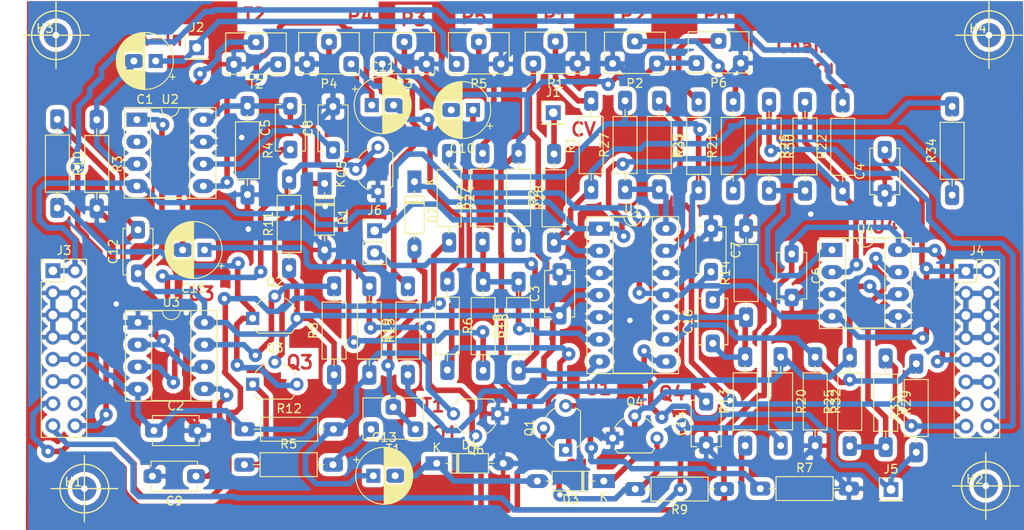
<source format=kicad_pcb>
(kicad_pcb (version 20171130) (host pcbnew "(5.0.2)-1")
  (layers (0 F.Cu signal) (31 B.Cu signal) (34 B.Paste user) (35 F.Paste user) (36 B.SilkS user) (37 F.SilkS user) (38 B.Mask user) (39 F.Mask user) (44 Edge.Cuts user))
  (net 0 "")
  (net 1 "Net-(C1-Pad2)")
  (net 2 ClockIn)
  (net 3 GND)
  (net 4 NGOut)
  (net 5 SHOut)
  (net 6 "Net-(C5-Pad2)")
  (net 7 +12V)
  (net 8 -12V)
  (net 9 "Net-(C13-Pad1)")
  (net 10 "Net-(C14-Pad2)")
  (net 11 AudioIn)
  (net 12 "Net-(C15-Pad2)")
  (net 13 "Net-(J1-Pad1)")
  (net 14 Rin)
  (net 15 Lin)
  (net 16 AuxIn)
  (net 17 LOut)
  (net 18 ROut)
  (net 19 "Net-(J3-Pad14)")
  (net 20 AuxSend)
  (net 21 "Net-(J3-Pad11)")
  (net 22 "Net-(P1-Pad2)")
  (net 23 "Net-(P2-Pad2)")
  (net 24 "Net-(P3-Pad2)")
  (net 25 SHOutB)
  (net 26 "Net-(P4-Pad2)")
  (net 27 "Net-(P5-Pad2)")
  (net 28 "Net-(P6-Pad2)")
  (net 29 "Net-(Q1-Pad2)")
  (net 30 "Net-(R16-Pad1)")
  (net 31 "Net-(R19-Pad1)")
  (net 32 "Net-(R21-Pad1)")
  (net 33 "Net-(R23-Pad1)")
  (net 34 "Net-(R25-Pad1)")
  (net 35 "Net-(C8-Pad1)")
  (net 36 "Net-(C9-Pad1)")
  (net 37 "Net-(C10-Pad1)")
  (net 38 "Net-(C11-Pad2)")
  (net 39 "Net-(C12-Pad2)")
  (net 40 "Net-(C13-Pad2)")
  (net 41 "Net-(C15-Pad1)")
  (net 42 "Net-(D2-Pad2)")
  (net 43 "Net-(D2-Pad1)")
  (net 44 "Net-(Q2-Pad1)")
  (net 45 "Net-(Q2-Pad2)")
  (net 46 "Net-(Q3-Pad1)")
  (net 47 "Net-(Q3-Pad2)")
  (net 48 "Net-(R1-Pad1)")
  (net 49 "Net-(R5-Pad2)")
  (net 50 "Net-(R26-Pad1)")
  (net 51 "Net-(R27-Pad1)")
  (net 52 "Net-(U2-Pad2)")
  (net 53 "Net-(J4-Pad11)")
  (net 54 "Net-(J4-Pad14)")
  (net 55 "Net-(C16-Pad1)")
  (net 56 "Net-(J5-Pad1)")
  (net 57 "Net-(R32-Pad1)")
  (net 58 "Net-(Q1-Pad3)")
  (net 59 "Net-(J6-Pad1)")
  (net 60 "Net-(J6-Pad2)")
  (module NilsLib:Widerstand_liegend (layer F.Cu) (at 171.45 112.7252 90)
    (fp_text reference R14 (at 5.08 -2.37 90) (layer F.SilkS))
    (fp_text value 1M)
    (pad 2 thru_hole roundrect (at 10.16 0 90) (size 2.286 1.6) (drill 0.8) (layers *.Cu *.Mask) (net 3 GND))
    (pad 1 thru_hole roundrect (at 0 0 90) (size 2.286 1.6) (drill 0.8) (layers *.Cu *.Mask) (net 55 "Net-(C16-Pad1)"))
  )
  (module NilsLib:Kondensator_Keramik (layer F.Cu) (at 167.4368 102.5144 270)
    (fp_text reference C7 (at 2.5 -2.85 270) (layer F.SilkS))
    (fp_text value 100n)
    (pad 2 thru_hole roundrect (at 5 0 270) (size 2.032 1.6) (drill 0.8) (layers *.Cu *.Mask) (net 8 -12V))
    (pad 1 thru_hole roundrect (at 0 0 270) (size 2.032 1.6) (drill 0.8) (layers *.Cu *.Mask) (net 3 GND))
  )
  (module NilsLib:Kondensator_Keramik (layer F.Cu) (at 166.878 127.4064 90)
    (fp_text reference C14 (at 2.5 -2.85 90) (layer F.SilkS))
    (fp_text value 220n)
    (pad 1 thru_hole roundrect (at 0 0 90) (size 2.032 1.6) (drill 0.8) (layers *.Cu *.Mask) (net 3 GND))
    (pad 2 thru_hole roundrect (at 5 0 90) (size 2.032 1.6) (drill 0.8) (layers *.Cu *.Mask) (net 10 "Net-(C14-Pad2)"))
  )
  (module Package_DIP:DIP-8_W7.62mm_Socket_LongPads (layer F.Cu) (at 101.7524 113.3348)
    (fp_text reference U3 (at 3.81 -2.33) (layer F.SilkS))
    (fp_text value NE555)
    (pad 8 thru_hole oval (at 7.62 0) (size 2.4 1.6) (drill 0.8) (layers *.Cu *.Mask) (net 7 +12V))
    (pad 4 thru_hole oval (at 0 7.62) (size 2.4 1.6) (drill 0.8) (layers *.Cu *.Mask) (net 7 +12V))
    (pad 7 thru_hole oval (at 7.62 2.54) (size 2.4 1.6) (drill 0.8) (layers *.Cu *.Mask) (net 45 "Net-(Q2-Pad2)"))
    (pad 3 thru_hole oval (at 0 5.08) (size 2.4 1.6) (drill 0.8) (layers *.Cu *.Mask) (net 2 ClockIn))
    (pad 6 thru_hole oval (at 7.62 5.08) (size 2.4 1.6) (drill 0.8) (layers *.Cu *.Mask) (net 39 "Net-(C12-Pad2)"))
    (pad 2 thru_hole oval (at 0 2.54) (size 2.4 1.6) (drill 0.8) (layers *.Cu *.Mask) (net 39 "Net-(C12-Pad2)"))
    (pad 5 thru_hole oval (at 7.62 7.62) (size 2.4 1.6) (drill 0.8) (layers *.Cu *.Mask) (net 36 "Net-(C9-Pad1)"))
    (pad 1 thru_hole rect (at 0 0) (size 2.4 1.6) (drill 0.8) (layers *.Cu *.Mask) (net 3 GND))
  )
  (module Package_DIP:DIP-8_W7.62mm_Socket_LongPads (layer F.Cu) (at 101.6254 90.0557)
    (fp_text reference U2 (at 3.81 -2.33) (layer F.SilkS))
    (fp_text value LF398H)
    (pad 1 thru_hole rect (at 0 0) (size 2.4 1.6) (drill 0.8) (layers *.Cu *.Mask) (net 7 +12V))
    (pad 5 thru_hole oval (at 7.62 7.62) (size 2.4 1.6) (drill 0.8) (layers *.Cu *.Mask) (net 5 SHOut))
    (pad 2 thru_hole oval (at 0 2.54) (size 2.4 1.6) (drill 0.8) (layers *.Cu *.Mask) (net 52 "Net-(U2-Pad2)"))
    (pad 6 thru_hole oval (at 7.62 5.08) (size 2.4 1.6) (drill 0.8) (layers *.Cu *.Mask) (net 35 "Net-(C8-Pad1)"))
    (pad 3 thru_hole oval (at 0 5.08) (size 2.4 1.6) (drill 0.8) (layers *.Cu *.Mask) (net 1 "Net-(C1-Pad2)"))
    (pad 7 thru_hole oval (at 7.62 2.54) (size 2.4 1.6) (drill 0.8) (layers *.Cu *.Mask) (net 3 GND))
    (pad 4 thru_hole oval (at 0 7.62) (size 2.4 1.6) (drill 0.8) (layers *.Cu *.Mask) (net 8 -12V))
    (pad 8 thru_hole oval (at 7.62 0) (size 2.4 1.6) (drill 0.8) (layers *.Cu *.Mask) (net 6 "Net-(C5-Pad2)"))
  )
  (module Connector_PinHeader_2.54mm:PinHeader_2x08_P2.54mm_Vertical (layer F.Cu) (at 196.6468 107.442)
    (fp_text reference J4 (at 1.27 -2.33) (layer F.SilkS))
    (fp_text value PWR_AuxOut)
    (pad 1 thru_hole rect (at 0 0) (size 1.7 1.7) (drill 1) (layers *.Cu *.Mask) (net 8 -12V))
    (pad 2 thru_hole oval (at 2.54 0) (size 1.7 1.7) (drill 1) (layers *.Cu *.Mask) (net 8 -12V))
    (pad 3 thru_hole oval (at 0 2.54) (size 1.7 1.7) (drill 1) (layers *.Cu *.Mask) (net 3 GND))
    (pad 4 thru_hole oval (at 2.54 2.54) (size 1.7 1.7) (drill 1) (layers *.Cu *.Mask) (net 3 GND))
    (pad 5 thru_hole oval (at 0 5.08) (size 1.7 1.7) (drill 1) (layers *.Cu *.Mask) (net 3 GND))
    (pad 6 thru_hole oval (at 2.54 5.08) (size 1.7 1.7) (drill 1) (layers *.Cu *.Mask) (net 3 GND))
    (pad 7 thru_hole oval (at 0 7.62) (size 1.7 1.7) (drill 1) (layers *.Cu *.Mask) (net 3 GND))
    (pad 8 thru_hole oval (at 2.54 7.62) (size 1.7 1.7) (drill 1) (layers *.Cu *.Mask) (net 3 GND))
    (pad 9 thru_hole oval (at 0 10.16) (size 1.7 1.7) (drill 1) (layers *.Cu *.Mask) (net 7 +12V))
    (pad 10 thru_hole oval (at 2.54 10.16) (size 1.7 1.7) (drill 1) (layers *.Cu *.Mask) (net 7 +12V))
    (pad 11 thru_hole oval (at 0 12.7) (size 1.7 1.7) (drill 1) (layers *.Cu *.Mask) (net 53 "Net-(J4-Pad11)"))
    (pad 12 thru_hole oval (at 2.54 12.7) (size 1.7 1.7) (drill 1) (layers *.Cu *.Mask) (net 53 "Net-(J4-Pad11)"))
    (pad 13 thru_hole oval (at 0 15.24) (size 1.7 1.7) (drill 1) (layers *.Cu *.Mask) (net 20 AuxSend))
    (pad 14 thru_hole oval (at 2.54 15.24) (size 1.7 1.7) (drill 1) (layers *.Cu *.Mask) (net 54 "Net-(J4-Pad14)"))
    (pad 15 thru_hole oval (at 0 17.78) (size 1.7 1.7) (drill 1) (layers *.Cu *.Mask) (net 18 ROut))
    (pad 16 thru_hole oval (at 2.54 17.78) (size 1.7 1.7) (drill 1) (layers *.Cu *.Mask) (net 17 LOut))
  )
  (module NilsLib:Elko_D6.3mm_P2.50mm (layer F.Cu) (at 103.7844 83.3247 180)
    (fp_text reference C1 (at 1.25 -4.4 180) (layer F.SilkS))
    (fp_text value 2,2u)
    (pad 1 thru_hole rect (at 0 0 180) (size 1.6 1.6) (drill 0.8) (layers *.Cu *.Mask) (net 11 AudioIn))
    (pad 2 thru_hole roundrect (at 2.5 0 180) (size 2.032 1.6) (drill 0.8) (layers *.Cu *.Mask) (net 1 "Net-(C1-Pad2)"))
  )
  (module NilsLib:Elko_D6.3mm_P2.50mm (layer F.Cu) (at 109.3724 105.0036 180)
    (fp_text reference C15 (at 1.25 -4.4 180) (layer F.SilkS))
    (fp_text value 1u)
    (pad 2 thru_hole roundrect (at 2.5 0 180) (size 2.032 1.6) (drill 0.8) (layers *.Cu *.Mask) (net 12 "Net-(C15-Pad2)"))
    (pad 1 thru_hole rect (at 0 0 180) (size 1.6 1.6) (drill 0.8) (layers *.Cu *.Mask) (net 41 "Net-(C15-Pad1)"))
  )
  (module NilsLib:Elko_D6.3mm_P2.50mm (layer F.Cu) (at 140.1572 88.9508 180)
    (fp_text reference C10 (at 1.25 -4.4 180) (layer F.SilkS))
    (fp_text value 2,2u)
    (pad 1 thru_hole rect (at 0 0 180) (size 1.6 1.6) (drill 0.8) (layers *.Cu *.Mask) (net 37 "Net-(C10-Pad1)"))
    (pad 2 thru_hole roundrect (at 2.5 0 180) (size 2.032 1.6) (drill 0.8) (layers *.Cu *.Mask) (net 4 NGOut))
  )
  (module NilsLib:Elko_D6.3mm_P2.50mm (layer F.Cu) (at 128.5494 88.392)
    (fp_text reference C11 (at 1.25 -4.4) (layer F.SilkS))
    (fp_text value 2,2u)
    (pad 2 thru_hole roundrect (at 2.5 0) (size 2.032 1.6) (drill 0.8) (layers *.Cu *.Mask) (net 38 "Net-(C11-Pad2)"))
    (pad 1 thru_hole rect (at 0 0) (size 1.6 1.6) (drill 0.8) (layers *.Cu *.Mask) (net 5 SHOut))
  )
  (module NilsLib:Elko_D6.3mm_P2.50mm (layer F.Cu) (at 128.7272 130.9116)
    (fp_text reference C13 (at 1.25 -4.4) (layer F.SilkS))
    (fp_text value 1u)
    (pad 1 thru_hole rect (at 0 0) (size 1.6 1.6) (drill 0.8) (layers *.Cu *.Mask) (net 9 "Net-(C13-Pad1)"))
    (pad 2 thru_hole roundrect (at 2.5 0) (size 2.032 1.6) (drill 0.8) (layers *.Cu *.Mask) (net 40 "Net-(C13-Pad2)"))
  )
  (module NilsLib:Kondensator_Keramik (layer F.Cu) (at 150.0759 112.5347 90)
    (fp_text reference C3 (at 2.5 -2.85 90) (layer F.SilkS))
    (fp_text value 100n)
    (pad 1 thru_hole roundrect (at 0 0 90) (size 2.032 1.6) (drill 0.8) (layers *.Cu *.Mask) (net 7 +12V))
    (pad 2 thru_hole roundrect (at 5 0 90) (size 2.032 1.6) (drill 0.8) (layers *.Cu *.Mask) (net 3 GND))
  )
  (module NilsLib:Kondensator_Keramik (layer F.Cu) (at 187.3504 98.5012 90)
    (fp_text reference C4 (at 2.5 -2.85 90) (layer F.SilkS))
    (fp_text value 100n)
    (pad 2 thru_hole roundrect (at 5 0 90) (size 2.032 1.6) (drill 0.8) (layers *.Cu *.Mask) (net 8 -12V))
    (pad 1 thru_hole roundrect (at 0 0 90) (size 2.032 1.6) (drill 0.8) (layers *.Cu *.Mask) (net 3 GND))
  )
  (module NilsLib:Kondensator_Keramik (layer F.Cu) (at 119.2149 93.4847 90)
    (fp_text reference C5 (at 2.5 -2.85 90) (layer F.SilkS))
    (fp_text value 100p)
    (pad 1 thru_hole roundrect (at 0 0 90) (size 2.032 1.6) (drill 0.8) (layers *.Cu *.Mask) (net 2 ClockIn))
    (pad 2 thru_hole roundrect (at 5 0 90) (size 2.032 1.6) (drill 0.8) (layers *.Cu *.Mask) (net 6 "Net-(C5-Pad2)"))
  )
  (module NilsLib:Kondensator_Keramik (layer F.Cu) (at 176.6824 105.4608 270)
    (fp_text reference C6 (at 2.5 -2.85 270) (layer F.SilkS))
    (fp_text value 100n)
    (pad 1 thru_hole roundrect (at 0 0 270) (size 2.032 1.6) (drill 0.8) (layers *.Cu *.Mask) (net 7 +12V))
    (pad 2 thru_hole roundrect (at 5 0 270) (size 2.032 1.6) (drill 0.8) (layers *.Cu *.Mask) (net 3 GND))
  )
  (module NilsLib:Stift (layer F.Cu) (at 108.4834 81.8007)
    (fp_text reference J2 (at 0 -2.33) (layer F.SilkS))
    (fp_text value AudioIn)
    (pad 1 thru_hole rect (at 0 0) (size 1.7 1.7) (drill 1) (layers *.Cu *.Mask) (net 11 AudioIn))
  )
  (module NilsLib:Trimmer_Vertical (layer F.Cu) (at 129.7432 83.6676 180)
    (fp_text reference P3 (at -2.54 -2.27 180) (layer F.SilkS))
    (fp_text value 10k)
    (pad 3 thru_hole roundrect (at -5.08 0 180) (size 1.778 1.778) (drill 0.8) (layers *.Cu *.Mask) (net 3 GND))
    (pad 2 thru_hole roundrect (at -2.54 2.54 180) (size 1.778 1.778) (drill 0.8) (layers *.Cu *.Mask) (net 24 "Net-(P3-Pad2)"))
    (pad 1 thru_hole roundrect (at 0 0 180) (size 1.778 1.778) (drill 0.8) (layers *.Cu *.Mask) (net 25 SHOutB))
  )
  (module NilsLib:Trimmer_Vertical (layer F.Cu) (at 165.7604 83.566 180)
    (fp_text reference P6 (at -2.54 -2.27 180) (layer F.SilkS))
    (fp_text value 100k)
    (pad 1 thru_hole roundrect (at 0 0 180) (size 1.778 1.778) (drill 0.8) (layers *.Cu *.Mask) (net 25 SHOutB))
    (pad 2 thru_hole roundrect (at -2.54 2.54 180) (size 1.778 1.778) (drill 0.8) (layers *.Cu *.Mask) (net 28 "Net-(P6-Pad2)"))
    (pad 3 thru_hole roundrect (at -5.08 0 180) (size 1.778 1.778) (drill 0.8) (layers *.Cu *.Mask) (net 3 GND))
  )
  (module NilsLib:Trimmer_Vertical (layer F.Cu) (at 138.2776 83.6676 180)
    (fp_text reference P5 (at -2.54 -2.27 180) (layer F.SilkS))
    (fp_text value 10k)
    (pad 3 thru_hole roundrect (at -5.08 0 180) (size 1.778 1.778) (drill 0.8) (layers *.Cu *.Mask) (net 3 GND))
    (pad 2 thru_hole roundrect (at -2.54 2.54 180) (size 1.778 1.778) (drill 0.8) (layers *.Cu *.Mask) (net 27 "Net-(P5-Pad2)"))
    (pad 1 thru_hole roundrect (at 0 0 180) (size 1.778 1.778) (drill 0.8) (layers *.Cu *.Mask) (net 11 AudioIn))
  )
  (module NilsLib:Trimmer_Vertical (layer F.Cu) (at 121.1072 83.6676 180)
    (fp_text reference P4 (at -2.54 -2.27 180) (layer F.SilkS))
    (fp_text value 10k)
    (pad 1 thru_hole roundrect (at 0 0 180) (size 1.778 1.778) (drill 0.8) (layers *.Cu *.Mask) (net 3 GND))
    (pad 2 thru_hole roundrect (at -2.54 2.54 180) (size 1.778 1.778) (drill 0.8) (layers *.Cu *.Mask) (net 26 "Net-(P4-Pad2)"))
    (pad 3 thru_hole roundrect (at -5.08 0 180) (size 1.778 1.778) (drill 0.8) (layers *.Cu *.Mask) (net 4 NGOut))
  )
  (module NilsLib:Trimmer_Vertical (layer F.Cu) (at 147.066 83.6168 180)
    (fp_text reference P1 (at -2.54 -2.27 180) (layer F.SilkS))
    (fp_text value 100k)
    (pad 3 thru_hole roundrect (at -5.08 0 180) (size 1.778 1.778) (drill 0.8) (layers *.Cu *.Mask) (net 3 GND))
    (pad 2 thru_hole roundrect (at -2.54 2.54 180) (size 1.778 1.778) (drill 0.8) (layers *.Cu *.Mask) (net 22 "Net-(P1-Pad2)"))
    (pad 1 thru_hole roundrect (at 0 0 180) (size 1.778 1.778) (drill 0.8) (layers *.Cu *.Mask) (net 7 +12V))
  )
  (module NilsLib:Trimmer_Vertical (layer F.Cu) (at 112.7379 83.7057 180)
    (fp_text reference T2 (at -2.54 -2.27 180) (layer F.SilkS))
    (fp_text value 1M)
    (pad 1 thru_hole roundrect (at 0 0 180) (size 1.778 1.778) (drill 0.8) (layers *.Cu *.Mask) (net 3 GND))
    (pad 2 thru_hole roundrect (at -2.54 2.54 180) (size 1.778 1.778) (drill 0.8) (layers *.Cu *.Mask) (net 12 "Net-(C15-Pad2)"))
    (pad 3 thru_hole roundrect (at -5.08 0 180) (size 1.778 1.778) (drill 0.8) (layers *.Cu *.Mask) (net 5 SHOut))
  )
  (module NilsLib:Trimmer_Vertical (layer F.Cu) (at 128.4732 125.5776 180)
    (fp_text reference T1 (at -2.54 -2.27 180) (layer F.SilkS))
    (fp_text value 10k)
    (pad 3 thru_hole roundrect (at -5.08 0 180) (size 1.778 1.778) (drill 0.8) (layers *.Cu *.Mask) (net 42 "Net-(D2-Pad2)"))
    (pad 2 thru_hole roundrect (at -2.54 2.54 180) (size 1.778 1.778) (drill 0.8) (layers *.Cu *.Mask) (net 42 "Net-(D2-Pad2)"))
    (pad 1 thru_hole roundrect (at 0 0 180) (size 1.778 1.778) (drill 0.8) (layers *.Cu *.Mask) (net 49 "Net-(R5-Pad2)"))
  )
  (module NilsLib:Trimmer_Vertical (layer F.Cu) (at 156.1592 83.6168 180)
    (fp_text reference P2 (at -2.54 -2.27 180) (layer F.SilkS))
    (fp_text value 10k)
    (pad 1 thru_hole roundrect (at 0 0 180) (size 1.778 1.778) (drill 0.8) (layers *.Cu *.Mask) (net 3 GND))
    (pad 2 thru_hole roundrect (at -2.54 2.54 180) (size 1.778 1.778) (drill 0.8) (layers *.Cu *.Mask) (net 23 "Net-(P2-Pad2)"))
    (pad 3 thru_hole roundrect (at -5.08 0 180) (size 1.778 1.778) (drill 0.8) (layers *.Cu *.Mask) (net 25 SHOutB))
  )
  (module Package_DIP:DIP-14_W7.62mm_Socket_LongPads (layer F.Cu) (at 154.6479 102.5652)
    (fp_text reference U1 (at 3.81 -2.33) (layer F.SilkS))
    (fp_text value TL074)
    (pad 1 thru_hole rect (at 0 0) (size 2.4 1.6) (drill 0.8) (layers *.Cu *.Mask) (net 43 "Net-(D2-Pad1)"))
    (pad 8 thru_hole oval (at 7.62 15.24) (size 2.4 1.6) (drill 0.8) (layers *.Cu *.Mask) (net 56 "Net-(J5-Pad1)"))
    (pad 2 thru_hole oval (at 0 2.54) (size 2.4 1.6) (drill 0.8) (layers *.Cu *.Mask) (net 48 "Net-(R1-Pad1)"))
    (pad 9 thru_hole oval (at 7.62 12.7) (size 2.4 1.6) (drill 0.8) (layers *.Cu *.Mask) (net 57 "Net-(R32-Pad1)"))
    (pad 3 thru_hole oval (at 0 5.08) (size 2.4 1.6) (drill 0.8) (layers *.Cu *.Mask) (net 3 GND))
    (pad 10 thru_hole oval (at 7.62 10.16) (size 2.4 1.6) (drill 0.8) (layers *.Cu *.Mask) (net 55 "Net-(C16-Pad1)"))
    (pad 4 thru_hole oval (at 0 7.62) (size 2.4 1.6) (drill 0.8) (layers *.Cu *.Mask) (net 7 +12V))
    (pad 11 thru_hole oval (at 7.62 7.62) (size 2.4 1.6) (drill 0.8) (layers *.Cu *.Mask) (net 8 -12V))
    (pad 5 thru_hole oval (at 0 10.16) (size 2.4 1.6) (drill 0.8) (layers *.Cu *.Mask) (net 3 GND))
    (pad 12 thru_hole oval (at 7.62 5.08) (size 2.4 1.6) (drill 0.8) (layers *.Cu *.Mask) (net 3 GND))
    (pad 6 thru_hole oval (at 0 12.7) (size 2.4 1.6) (drill 0.8) (layers *.Cu *.Mask) (net 30 "Net-(R16-Pad1)"))
    (pad 13 thru_hole oval (at 7.62 2.54) (size 2.4 1.6) (drill 0.8) (layers *.Cu *.Mask) (net 33 "Net-(R23-Pad1)"))
    (pad 7 thru_hole oval (at 0 15.24) (size 2.4 1.6) (drill 0.8) (layers *.Cu *.Mask) (net 60 "Net-(J6-Pad2)"))
    (pad 14 thru_hole oval (at 7.62 0) (size 2.4 1.6) (drill 0.8) (layers *.Cu *.Mask) (net 51 "Net-(R27-Pad1)"))
  )
  (module NilsLib:Kondensator_Keramik (layer F.Cu) (at 103.5812 125.73)
    (fp_text reference C2 (at 2.5 -2.85) (layer F.SilkS))
    (fp_text value 100n)
    (pad 1 thru_hole roundrect (at 0 0) (size 2.032 1.6) (drill 0.8) (layers *.Cu *.Mask) (net 7 +12V))
    (pad 2 thru_hole roundrect (at 5 0) (size 2.032 1.6) (drill 0.8) (layers *.Cu *.Mask) (net 3 GND))
  )
  (module NilsLib:Kondensator_Keramik (layer F.Cu) (at 124.1044 93.5482 90)
    (fp_text reference C8 (at 2.5 -2.85 90) (layer F.SilkS))
    (fp_text value 10n)
    (pad 1 thru_hole roundrect (at 0 0 90) (size 2.032 1.6) (drill 0.8) (layers *.Cu *.Mask) (net 35 "Net-(C8-Pad1)"))
    (pad 2 thru_hole roundrect (at 5 0 90) (size 2.032 1.6) (drill 0.8) (layers *.Cu *.Mask) (net 3 GND))
  )
  (module NilsLib:Kondensator_Keramik (layer F.Cu) (at 108.4072 130.9624 180)
    (fp_text reference C9 (at 2.5 -2.85 180) (layer F.SilkS))
    (fp_text value 100n)
    (pad 1 thru_hole roundrect (at 0 0 180) (size 2.032 1.6) (drill 0.8) (layers *.Cu *.Mask) (net 36 "Net-(C9-Pad1)"))
    (pad 2 thru_hole roundrect (at 5 0 180) (size 2.032 1.6) (drill 0.8) (layers *.Cu *.Mask) (net 3 GND))
  )
  (module NilsLib:Kondensator_Keramik (layer F.Cu) (at 101.7524 107.696 90)
    (fp_text reference C12 (at 2.5 -2.85 90) (layer F.SilkS))
    (fp_text value 10n)
    (pad 1 thru_hole roundrect (at 0 0 90) (size 2.032 1.6) (drill 0.8) (layers *.Cu *.Mask) (net 7 +12V))
    (pad 2 thru_hole roundrect (at 5 0 90) (size 2.032 1.6) (drill 0.8) (layers *.Cu *.Mask) (net 39 "Net-(C12-Pad2)"))
  )
  (module NilsLib:Diode_Horizontal (layer F.Cu) (at 123.1392 97.3836 270)
    (fp_text reference D1 (at 3.81 -2.12 270) (layer F.SilkS))
    (fp_text value 1N4148)
    (fp_text user K (at 0 -1.8 270) (layer F.SilkS))
    (pad 1 thru_hole rect (at 0 0 270) (size 2.54 1.6) (drill 0.8) (layers *.Cu *.Mask) (net 6 "Net-(C5-Pad2)"))
    (pad 2 thru_hole oval (at 7.62 0 270) (size 2.54 1.6) (drill 0.8) (layers *.Cu *.Mask) (net 3 GND))
  )
  (module NilsLib:Diode_Horizontal (layer F.Cu) (at 133.4389 97.1677 270)
    (fp_text reference D2 (at 3.81 -2.12 270) (layer F.SilkS))
    (fp_text value 1N4148)
    (fp_text user K (at 0 -1.8 270) (layer F.SilkS))
    (pad 2 thru_hole oval (at 7.62 0 270) (size 2.54 1.6) (drill 0.8) (layers *.Cu *.Mask) (net 42 "Net-(D2-Pad2)"))
    (pad 1 thru_hole rect (at 0 0 270) (size 2.54 1.6) (drill 0.8) (layers *.Cu *.Mask) (net 43 "Net-(D2-Pad1)"))
  )
  (module NilsLib:Diode_Horizontal (layer F.Cu) (at 155.1432 131.5212 180)
    (fp_text reference D3 (at 3.81 -2.12 180) (layer F.SilkS))
    (fp_text value 1N4148)
    (fp_text user K (at 0 -1.8 180) (layer F.SilkS))
    (pad 1 thru_hole rect (at 0 0 180) (size 2.54 1.6) (drill 0.8) (layers *.Cu *.Mask) (net 10 "Net-(C14-Pad2)"))
    (pad 2 thru_hole oval (at 7.62 0 180) (size 2.54 1.6) (drill 0.8) (layers *.Cu *.Mask) (net 40 "Net-(C13-Pad2)"))
  )
  (module NilsLib:Diode_Horizontal (layer F.Cu) (at 135.9916 129.4892)
    (fp_text reference D4 (at 3.81 -2.12) (layer F.SilkS))
    (fp_text value 1N4148)
    (fp_text user K (at 0 -1.8) (layer F.SilkS))
    (pad 2 thru_hole oval (at 7.62 0) (size 2.54 1.6) (drill 0.8) (layers *.Cu *.Mask) (net 3 GND))
    (pad 1 thru_hole rect (at 0 0) (size 2.54 1.6) (drill 0.8) (layers *.Cu *.Mask) (net 40 "Net-(C13-Pad2)"))
  )
  (module NilsLib:Stift (layer F.Cu) (at 149.352 89.2556)
    (fp_text reference J1 (at 0 -2.33) (layer F.SilkS))
    (fp_text value CVIn)
    (pad 1 thru_hole rect (at 0 0) (size 1.7 1.7) (drill 1) (layers *.Cu *.Mask) (net 13 "Net-(J1-Pad1)"))
  )
  (module Connector_PinHeader_2.54mm:PinHeader_2x08_P2.54mm_Vertical (layer F.Cu) (at 91.9988 107.3912)
    (fp_text reference J3 (at 1.27 -2.33) (layer F.SilkS))
    (fp_text value PWR_AuxIn)
    (pad 16 thru_hole oval (at 2.54 17.78) (size 1.7 1.7) (drill 1) (layers *.Cu *.Mask) (net 15 Lin))
    (pad 15 thru_hole oval (at 0 17.78) (size 1.7 1.7) (drill 1) (layers *.Cu *.Mask) (net 14 Rin))
    (pad 14 thru_hole oval (at 2.54 15.24) (size 1.7 1.7) (drill 1) (layers *.Cu *.Mask) (net 19 "Net-(J3-Pad14)"))
    (pad 13 thru_hole oval (at 0 15.24) (size 1.7 1.7) (drill 1) (layers *.Cu *.Mask) (net 16 AuxIn))
    (pad 12 thru_hole oval (at 2.54 12.7) (size 1.7 1.7) (drill 1) (layers *.Cu *.Mask) (net 21 "Net-(J3-Pad11)"))
    (pad 11 thru_hole oval (at 0 12.7) (size 1.7 1.7) (drill 1) (layers *.Cu *.Mask) (net 21 "Net-(J3-Pad11)"))
    (pad 10 thru_hole oval (at 2.54 10.16) (size 1.7 1.7) (drill 1) (layers *.Cu *.Mask) (net 7 +12V))
    (pad 9 thru_hole oval (at 0 10.16) (size 1.7 1.7) (drill 1) (layers *.Cu *.Mask) (net 7 +12V))
    (pad 8 thru_hole oval (at 2.54 7.62) (size 1.7 1.7) (drill 1) (layers *.Cu *.Mask) (net 3 GND))
    (pad 7 thru_hole oval (at 0 7.62) (size 1.7 1.7) (drill 1) (layers *.Cu *.Mask) (net 3 GND))
    (pad 6 thru_hole oval (at 2.54 5.08) (size 1.7 1.7) (drill 1) (layers *.Cu *.Mask) (net 3 GND))
    (pad 5 thru_hole oval (at 0 5.08) (size 1.7 1.7) (drill 1) (layers *.Cu *.Mask) (net 3 GND))
    (pad 4 thru_hole oval (at 2.54 2.54) (size 1.7 1.7) (drill 1) (layers *.Cu *.Mask) (net 3 GND))
    (pad 3 thru_hole oval (at 0 2.54) (size 1.7 1.7) (drill 1) (layers *.Cu *.Mask) (net 3 GND))
    (pad 2 thru_hole oval (at 2.54 0) (size 1.7 1.7) (drill 1) (layers *.Cu *.Mask) (net 8 -12V))
    (pad 1 thru_hole rect (at 0 0) (size 1.7 1.7) (drill 1) (layers *.Cu *.Mask) (net 8 -12V))
  )
  (module Package_TO_SOT_THT:TO-92L_Wide (layer F.Cu) (at 150.7744 127.9652 90)
    (fp_text reference Q1 (at 2.55 -4.15 90) (layer F.SilkS))
    (fp_text value BS170)
    (pad 2 thru_hole circle (at 2.54 -2.54 180) (size 1.5 1.5) (drill 0.8) (layers *.Cu *.Mask) (net 29 "Net-(Q1-Pad2)"))
    (pad 3 thru_hole circle (at 5.08 0 180) (size 1.5 1.5) (drill 0.8) (layers *.Cu *.Mask) (net 58 "Net-(Q1-Pad3)"))
    (pad 1 thru_hole rect (at 0 0 180) (size 1.5 1.5) (drill 0.8) (layers *.Cu *.Mask) (net 37 "Net-(C10-Pad1)"))
  )
  (module Package_TO_SOT_THT:TO-92L_Wide (layer F.Cu) (at 114.8969 112.8522)
    (fp_text reference Q2 (at 2.55 -4.15) (layer F.SilkS))
    (fp_text value 2N3904)
    (pad 1 thru_hole rect (at 0 0 90) (size 1.5 1.5) (drill 0.8) (layers *.Cu *.Mask) (net 44 "Net-(Q2-Pad1)"))
    (pad 3 thru_hole circle (at 5.08 0 90) (size 1.5 1.5) (drill 0.8) (layers *.Cu *.Mask) (net 7 +12V))
    (pad 2 thru_hole circle (at 2.54 -2.54 90) (size 1.5 1.5) (drill 0.8) (layers *.Cu *.Mask) (net 45 "Net-(Q2-Pad2)"))
  )
  (module Package_TO_SOT_THT:TO-92L_Wide (layer F.Cu) (at 114.8969 120.4087)
    (fp_text reference Q3 (at 2.55 -4.15) (layer F.SilkS))
    (fp_text value 2N3904)
    (pad 1 thru_hole rect (at 0 0 90) (size 1.5 1.5) (drill 0.8) (layers *.Cu *.Mask) (net 46 "Net-(Q3-Pad1)"))
    (pad 3 thru_hole circle (at 5.08 0 90) (size 1.5 1.5) (drill 0.8) (layers *.Cu *.Mask) (net 44 "Net-(Q2-Pad1)"))
    (pad 2 thru_hole circle (at 2.54 -2.54 90) (size 1.5 1.5) (drill 0.8) (layers *.Cu *.Mask) (net 47 "Net-(Q3-Pad2)"))
  )
  (module Package_TO_SOT_THT:TO-92L_Wide (layer F.Cu) (at 156.1592 126.5936)
    (fp_text reference Q4 (at 2.55 -4.15) (layer F.SilkS))
    (fp_text value 2N3904)
    (pad 2 thru_hole circle (at 2.54 -2.54 90) (size 1.5 1.5) (drill 0.8) (layers *.Cu *.Mask) (net 10 "Net-(C14-Pad2)"))
    (pad 3 thru_hole circle (at 5.08 0 90) (size 1.5 1.5) (drill 0.8) (layers *.Cu *.Mask) (net 29 "Net-(Q1-Pad2)"))
    (pad 1 thru_hole rect (at 0 0 90) (size 1.5 1.5) (drill 0.8) (layers *.Cu *.Mask) (net 3 GND))
  )
  (module Package_TO_SOT_THT:TO-92L_Wide (layer F.Cu) (at 129.2606 98.298 90)
    (fp_text reference Q5 (at 2.55 -4.15 90) (layer F.SilkS))
    (fp_text value 2N3904)
    (pad 1 thru_hole rect (at 0 0 180) (size 1.5 1.5) (drill 0.8) (layers *.Cu *.Mask) (net 3 GND))
    (pad 3 thru_hole circle (at 5.08 0 180) (size 1.5 1.5) (drill 0.8) (layers *.Cu *.Mask) (net 47 "Net-(Q3-Pad2)"))
    (pad 2 thru_hole circle (at 2.54 -2.54 180) (size 1.5 1.5) (drill 0.8) (layers *.Cu *.Mask) (net 47 "Net-(Q3-Pad2)"))
  )
  (module Package_TO_SOT_THT:TO-92L_Wide (layer F.Cu) (at 143.002 123.7996 180)
    (fp_text reference Q6 (at 2.55 -4.15 180) (layer F.SilkS))
    (fp_text value 2N3904)
    (pad 2 thru_hole circle (at 2.54 -2.54 270) (size 1.5 1.5) (drill 0.8) (layers *.Cu *.Mask) (net 41 "Net-(C15-Pad1)"))
    (pad 3 thru_hole circle (at 5.08 0 270) (size 1.5 1.5) (drill 0.8) (layers *.Cu *.Mask) (net 9 "Net-(C13-Pad1)"))
    (pad 1 thru_hole rect (at 0 0 270) (size 1.5 1.5) (drill 0.8) (layers *.Cu *.Mask) (net 3 GND))
  )
  (module NilsLib:Widerstand_liegend (layer F.Cu) (at 153.6954 98.0567 90)
    (fp_text reference R1 (at 5.08 -2.37 90) (layer F.SilkS))
    (fp_text value 100k)
    (pad 1 thru_hole roundrect (at 0 0 90) (size 2.286 1.6) (drill 0.8) (layers *.Cu *.Mask) (net 48 "Net-(R1-Pad1)"))
    (pad 2 thru_hole roundrect (at 10.16 0 90) (size 2.286 1.6) (drill 0.8) (layers *.Cu *.Mask) (net 22 "Net-(P1-Pad2)"))
  )
  (module NilsLib:Widerstand_liegend (layer F.Cu) (at 149.4409 104.1527 90)
    (fp_text reference R2 (at 5.08 -2.37 90) (layer F.SilkS))
    (fp_text value 100k)
    (pad 1 thru_hole roundrect (at 0 0 90) (size 2.286 1.6) (drill 0.8) (layers *.Cu *.Mask) (net 48 "Net-(R1-Pad1)"))
    (pad 2 thru_hole roundrect (at 10.16 0 90) (size 2.286 1.6) (drill 0.8) (layers *.Cu *.Mask) (net 13 "Net-(J1-Pad1)"))
  )
  (module NilsLib:Widerstand_liegend (layer F.Cu) (at 97.028 90.0684 270)
    (fp_text reference R3 (at 5.08 -2.37 270) (layer F.SilkS))
    (fp_text value 100k)
    (pad 1 thru_hole roundrect (at 0 0 270) (size 2.286 1.6) (drill 0.8) (layers *.Cu *.Mask) (net 1 "Net-(C1-Pad2)"))
    (pad 2 thru_hole roundrect (at 10.16 0 270) (size 2.286 1.6) (drill 0.8) (layers *.Cu *.Mask) (net 3 GND))
  )
  (module NilsLib:Widerstand_liegend (layer F.Cu) (at 114.3 88.4936 270)
    (fp_text reference R4 (at 5.08 -2.37 270) (layer F.SilkS))
    (fp_text value 100k)
    (pad 1 thru_hole roundrect (at 0 0 270) (size 2.286 1.6) (drill 0.8) (layers *.Cu *.Mask) (net 6 "Net-(C5-Pad2)"))
    (pad 2 thru_hole roundrect (at 10.16 0 270) (size 2.286 1.6) (drill 0.8) (layers *.Cu *.Mask) (net 3 GND))
  )
  (module NilsLib:Widerstand_liegend (layer F.Cu) (at 113.9444 129.6416)
    (fp_text reference R5 (at 5.08 -2.37) (layer F.SilkS))
    (fp_text value 27k)
    (pad 2 thru_hole roundrect (at 10.16 0) (size 2.286 1.6) (drill 0.8) (layers *.Cu *.Mask) (net 49 "Net-(R5-Pad2)"))
    (pad 1 thru_hole roundrect (at 0 0) (size 2.286 1.6) (drill 0.8) (layers *.Cu *.Mask) (net 46 "Net-(Q3-Pad1)"))
  )
  (module NilsLib:Widerstand_liegend (layer F.Cu) (at 137.2108 108.6104 270)
    (fp_text reference R6 (at 5.08 -2.37 270) (layer F.SilkS))
    (fp_text value 2,2k)
    (pad 1 thru_hole roundrect (at 0 0 270) (size 2.286 1.6) (drill 0.8) (layers *.Cu *.Mask) (net 38 "Net-(C11-Pad2)"))
    (pad 2 thru_hole roundrect (at 10.16 0 270) (size 2.286 1.6) (drill 0.8) (layers *.Cu *.Mask) (net 37 "Net-(C10-Pad1)"))
  )
  (module NilsLib:Widerstand_liegend (layer F.Cu) (at 173.0756 132.3848)
    (fp_text reference R7 (at 5.08 -2.37) (layer F.SilkS))
    (fp_text value 220)
    (pad 2 thru_hole roundrect (at 10.16 0) (size 2.286 1.6) (drill 0.8) (layers *.Cu *.Mask) (net 3 GND))
    (pad 1 thru_hole roundrect (at 0 0) (size 2.286 1.6) (drill 0.8) (layers *.Cu *.Mask) (net 58 "Net-(Q1-Pad3)"))
  )
  (module NilsLib:Widerstand_liegend (layer F.Cu) (at 124.2314 119.3292 90)
    (fp_text reference R8 (at 5.08 -2.37 90) (layer F.SilkS))
    (fp_text value 10k)
    (pad 1 thru_hole roundrect (at 0 0 90) (size 2.286 1.6) (drill 0.8) (layers *.Cu *.Mask) (net 7 +12V))
    (pad 2 thru_hole roundrect (at 10.16 0 90) (size 2.286 1.6) (drill 0.8) (layers *.Cu *.Mask) (net 45 "Net-(Q2-Pad2)"))
  )
  (module NilsLib:Widerstand_liegend (layer F.Cu) (at 168.91 132.4356 180)
    (fp_text reference R9 (at 5.08 -2.37 180) (layer F.SilkS))
    (fp_text value 470k)
    (pad 2 thru_hole roundrect (at 10.16 0 180) (size 2.286 1.6) (drill 0.8) (layers *.Cu *.Mask) (net 29 "Net-(Q1-Pad2)"))
    (pad 1 thru_hole roundrect (at 0 0 180) (size 2.286 1.6) (drill 0.8) (layers *.Cu *.Mask) (net 7 +12V))
  )
  (module NilsLib:Widerstand_liegend (layer F.Cu) (at 92.5068 90.0176 270)
    (fp_text reference R10 (at 5.08 -2.37 270) (layer F.SilkS))
    (fp_text value 100)
    (pad 1 thru_hole roundrect (at 0 0 270) (size 2.286 1.6) (drill 0.8) (layers *.Cu *.Mask) (net 39 "Net-(C12-Pad2)"))
    (pad 2 thru_hole roundrect (at 10.16 0 270) (size 2.286 1.6) (drill 0.8) (layers *.Cu *.Mask) (net 44 "Net-(Q2-Pad1)"))
  )
  (module NilsLib:Widerstand_liegend (layer F.Cu) (at 119.0752 107.0864 90)
    (fp_text reference R11 (at 5.08 -2.37 90) (layer F.SilkS))
    (fp_text value 100k)
    (pad 2 thru_hole roundrect (at 10.16 0 90) (size 2.286 1.6) (drill 0.8) (layers *.Cu *.Mask) (net 47 "Net-(Q3-Pad2)"))
    (pad 1 thru_hole roundrect (at 0 0 90) (size 2.286 1.6) (drill 0.8) (layers *.Cu *.Mask) (net 7 +12V))
  )
  (module NilsLib:Widerstand_liegend (layer F.Cu) (at 113.9952 125.5776)
    (fp_text reference R12 (at 5.08 -2.37) (layer F.SilkS))
    (fp_text value 4,7k)
    (pad 2 thru_hole roundrect (at 10.16 0) (size 2.286 1.6) (drill 0.8) (layers *.Cu *.Mask) (net 9 "Net-(C13-Pad1)"))
    (pad 1 thru_hole roundrect (at 0 0) (size 2.286 1.6) (drill 0.8) (layers *.Cu *.Mask) (net 7 +12V))
  )
  (module NilsLib:Widerstand_liegend (layer F.Cu) (at 171.3484 127.4572 90)
    (fp_text reference R13 (at 5.08 -2.37 90) (layer F.SilkS))
    (fp_text value 100k)
    (pad 2 thru_hole roundrect (at 10.16 0 90) (size 2.286 1.6) (drill 0.8) (layers *.Cu *.Mask) (net 55 "Net-(C16-Pad1)"))
    (pad 1 thru_hole roundrect (at 0 0 90) (size 2.286 1.6) (drill 0.8) (layers *.Cu *.Mask) (net 25 SHOutB))
  )
  (module NilsLib:Widerstand_liegend (layer F.Cu) (at 128.27 109.1692 270)
    (fp_text reference R15 (at 5.08 -2.37 270) (layer F.SilkS))
    (fp_text value 2,2M)
    (pad 2 thru_hole roundrect (at 10.16 0 270) (size 2.286 1.6) (drill 0.8) (layers *.Cu *.Mask) (net 9 "Net-(C13-Pad1)"))
    (pad 1 thru_hole roundrect (at 0 0 270) (size 2.286 1.6) (drill 0.8) (layers *.Cu *.Mask) (net 41 "Net-(C15-Pad1)"))
  )
  (module NilsLib:Widerstand_liegend (layer F.Cu) (at 141.3129 108.6612 270)
    (fp_text reference R16 (at 5.08 -2.37 270) (layer F.SilkS))
    (fp_text value 100k)
    (pad 1 thru_hole roundrect (at 0 0 270) (size 2.286 1.6) (drill 0.8) (layers *.Cu *.Mask) (net 30 "Net-(R16-Pad1)"))
    (pad 2 thru_hole roundrect (at 10.16 0 270) (size 2.286 1.6) (drill 0.8) (layers *.Cu *.Mask) (net 26 "Net-(P4-Pad2)"))
  )
  (module NilsLib:Widerstand_liegend (layer F.Cu) (at 141.2494 104.0892 90)
    (fp_text reference R17 (at 5.08 -2.37 90) (layer F.SilkS))
    (fp_text value 100k)
    (pad 1 thru_hole roundrect (at 0 0 90) (size 2.286 1.6) (drill 0.8) (layers *.Cu *.Mask) (net 30 "Net-(R16-Pad1)"))
    (pad 2 thru_hole roundrect (at 10.16 0 90) (size 2.286 1.6) (drill 0.8) (layers *.Cu *.Mask) (net 27 "Net-(P5-Pad2)"))
  )
  (module NilsLib:Widerstand_liegend (layer F.Cu) (at 145.3769 118.8212 90)
    (fp_text reference R18 (at 5.08 -2.37 90) (layer F.SilkS))
    (fp_text value 330k)
    (pad 1 thru_hole roundrect (at 0 0 90) (size 2.286 1.6) (drill 0.8) (layers *.Cu *.Mask) (net 60 "Net-(J6-Pad2)"))
    (pad 2 thru_hole roundrect (at 10.16 0 90) (size 2.286 1.6) (drill 0.8) (layers *.Cu *.Mask) (net 30 "Net-(R16-Pad1)"))
  )
  (module NilsLib:Widerstand_liegend (layer F.Cu) (at 132.6896 119.3292 90)
    (fp_text reference R19 (at 5.08 -2.37 90) (layer F.SilkS))
    (fp_text value 100k)
    (pad 1 thru_hole roundrect (at 0 0 90) (size 2.286 1.6) (drill 0.8) (layers *.Cu *.Mask) (net 31 "Net-(R19-Pad1)"))
    (pad 2 thru_hole roundrect (at 10.16 0 90) (size 2.286 1.6) (drill 0.8) (layers *.Cu *.Mask) (net 24 "Net-(P3-Pad2)"))
  )
  (module NilsLib:Widerstand_liegend (layer F.Cu) (at 175.4124 117.2972 270)
    (fp_text reference R20 (at 5.08 -2.37 270) (layer F.SilkS))
    (fp_text value 100k)
    (pad 2 thru_hole roundrect (at 10.16 0 270) (size 2.286 1.6) (drill 0.8) (layers *.Cu *.Mask) (net 14 Rin))
    (pad 1 thru_hole roundrect (at 0 0 270) (size 2.286 1.6) (drill 0.8) (layers *.Cu *.Mask) (net 31 "Net-(R19-Pad1)"))
  )
  (module NilsLib:Widerstand_liegend (layer F.Cu) (at 169.9768 98.1456 90)
    (fp_text reference R21 (at 5.08 -2.37 90) (layer F.SilkS))
    (fp_text value 100k)
    (pad 2 thru_hole roundrect (at 10.16 0 90) (size 2.286 1.6) (drill 0.8) (layers *.Cu *.Mask) (net 23 "Net-(P2-Pad2)"))
    (pad 1 thru_hole roundrect (at 0 0 90) (size 2.286 1.6) (drill 0.8) (layers *.Cu *.Mask) (net 32 "Net-(R21-Pad1)"))
  )
  (module NilsLib:Widerstand_liegend (layer F.Cu) (at 182.5244 98.2472 90)
    (fp_text reference R22 (at 5.08 -2.37 90) (layer F.SilkS))
    (fp_text value 100k)
    (pad 1 thru_hole roundrect (at 0 0 90) (size 2.286 1.6) (drill 0.8) (layers *.Cu *.Mask) (net 32 "Net-(R21-Pad1)"))
    (pad 2 thru_hole roundrect (at 10.16 0 90) (size 2.286 1.6) (drill 0.8) (layers *.Cu *.Mask) (net 15 Lin))
  )
  (module NilsLib:Widerstand_liegend (layer F.Cu) (at 166.0144 98.1456 90)
    (fp_text reference R23 (at 5.08 -2.37 90) (layer F.SilkS))
    (fp_text value 100k)
    (pad 2 thru_hole roundrect (at 10.16 0 90) (size 2.286 1.6) (drill 0.8) (layers *.Cu *.Mask) (net 28 "Net-(P6-Pad2)"))
    (pad 1 thru_hole roundrect (at 0 0 90) (size 2.286 1.6) (drill 0.8) (layers *.Cu *.Mask) (net 33 "Net-(R23-Pad1)"))
  )
  (module NilsLib:Widerstand_liegend (layer F.Cu) (at 137.414 93.98 270)
    (fp_text reference R24 (at 5.08 -2.37 270) (layer F.SilkS))
    (fp_text value 100k)
    (pad 2 thru_hole roundrect (at 10.16 0 270) (size 2.286 1.6) (drill 0.8) (layers *.Cu *.Mask) (net 16 AuxIn))
    (pad 1 thru_hole roundrect (at 0 0 270) (size 2.286 1.6) (drill 0.8) (layers *.Cu *.Mask) (net 33 "Net-(R23-Pad1)"))
  )
  (module NilsLib:Widerstand_liegend (layer F.Cu) (at 183.3372 127.508 90)
    (fp_text reference R25 (at 5.08 -2.37 90) (layer F.SilkS))
    (fp_text value 100k)
    (pad 2 thru_hole roundrect (at 10.16 0 90) (size 2.286 1.6) (drill 0.8) (layers *.Cu *.Mask) (net 31 "Net-(R19-Pad1)"))
    (pad 1 thru_hole roundrect (at 0 0 90) (size 2.286 1.6) (drill 0.8) (layers *.Cu *.Mask) (net 34 "Net-(R25-Pad1)"))
  )
  (module NilsLib:Widerstand_liegend (layer F.Cu) (at 178.2064 98.1964 90)
    (fp_text reference R26 (at 5.08 -2.37 90) (layer F.SilkS))
    (fp_text value 100k)
    (pad 2 thru_hole roundrect (at 10.16 0 90) (size 2.286 1.6) (drill 0.8) (layers *.Cu *.Mask) (net 32 "Net-(R21-Pad1)"))
    (pad 1 thru_hole roundrect (at 0 0 90) (size 2.286 1.6) (drill 0.8) (layers *.Cu *.Mask) (net 50 "Net-(R26-Pad1)"))
  )
  (module NilsLib:Widerstand_liegend (layer F.Cu) (at 157.5816 98.044 90)
    (fp_text reference R27 (at 5.08 -2.37 90) (layer F.SilkS))
    (fp_text value 100k)
    (pad 1 thru_hole roundrect (at 0 0 90) (size 2.286 1.6) (drill 0.8) (layers *.Cu *.Mask) (net 51 "Net-(R27-Pad1)"))
    (pad 2 thru_hole roundrect (at 10.16 0 90) (size 2.286 1.6) (drill 0.8) (layers *.Cu *.Mask) (net 33 "Net-(R23-Pad1)"))
  )
  (module NilsLib:Widerstand_liegend (layer F.Cu) (at 145.3769 93.9292 270)
    (fp_text reference R28 (at 5.08 -2.37 270) (layer F.SilkS))
    (fp_text value 1k)
    (pad 2 thru_hole roundrect (at 10.16 0 270) (size 2.286 1.6) (drill 0.8) (layers *.Cu *.Mask) (net 59 "Net-(J6-Pad1)"))
    (pad 1 thru_hole roundrect (at 0 0 270) (size 2.286 1.6) (drill 0.8) (layers *.Cu *.Mask) (net 25 SHOutB))
  )
  (module NilsLib:Widerstand_liegend (layer F.Cu) (at 187.452 117.4496 270)
    (fp_text reference R29 (at 5.08 -2.37 270) (layer F.SilkS))
    (fp_text value 1k)
    (pad 1 thru_hole roundrect (at 0 0 270) (size 2.286 1.6) (drill 0.8) (layers *.Cu *.Mask) (net 18 ROut))
    (pad 2 thru_hole roundrect (at 10.16 0 270) (size 2.286 1.6) (drill 0.8) (layers *.Cu *.Mask) (net 34 "Net-(R25-Pad1)"))
  )
  (module NilsLib:Widerstand_liegend (layer F.Cu) (at 174.0916 88.0364 270)
    (fp_text reference R30 (at 5.08 -2.37 270) (layer F.SilkS))
    (fp_text value 1k)
    (pad 1 thru_hole roundrect (at 0 0 270) (size 2.286 1.6) (drill 0.8) (layers *.Cu *.Mask) (net 17 LOut))
    (pad 2 thru_hole roundrect (at 10.16 0 270) (size 2.286 1.6) (drill 0.8) (layers *.Cu *.Mask) (net 50 "Net-(R26-Pad1)"))
  )
  (module NilsLib:Widerstand_liegend (layer F.Cu) (at 161.4932 87.884 270)
    (fp_text reference R31 (at 5.08 -2.37 270) (layer F.SilkS))
    (fp_text value 1k)
    (pad 1 thru_hole roundrect (at 0 0 270) (size 2.286 1.6) (drill 0.8) (layers *.Cu *.Mask) (net 20 AuxSend))
    (pad 2 thru_hole roundrect (at 10.16 0 270) (size 2.286 1.6) (drill 0.8) (layers *.Cu *.Mask) (net 51 "Net-(R27-Pad1)"))
  )
  (module Package_DIP:DIP-8_W7.62mm_Socket_LongPads (layer F.Cu) (at 181.3052 105.0036)
    (fp_text reference U4 (at 3.81 -2.33) (layer F.SilkS))
    (fp_text value TL072)
    (pad 1 thru_hole rect (at 0 0) (size 2.4 1.6) (drill 0.8) (layers *.Cu *.Mask) (net 50 "Net-(R26-Pad1)"))
    (pad 5 thru_hole oval (at 7.62 7.62) (size 2.4 1.6) (drill 0.8) (layers *.Cu *.Mask) (net 3 GND))
    (pad 2 thru_hole oval (at 0 2.54) (size 2.4 1.6) (drill 0.8) (layers *.Cu *.Mask) (net 32 "Net-(R21-Pad1)"))
    (pad 6 thru_hole oval (at 7.62 5.08) (size 2.4 1.6) (drill 0.8) (layers *.Cu *.Mask) (net 31 "Net-(R19-Pad1)"))
    (pad 3 thru_hole oval (at 0 5.08) (size 2.4 1.6) (drill 0.8) (layers *.Cu *.Mask) (net 3 GND))
    (pad 7 thru_hole oval (at 7.62 2.54) (size 2.4 1.6) (drill 0.8) (layers *.Cu *.Mask) (net 34 "Net-(R25-Pad1)"))
    (pad 4 thru_hole oval (at 0 7.62) (size 2.4 1.6) (drill 0.8) (layers *.Cu *.Mask) (net 8 -12V))
    (pad 8 thru_hole oval (at 7.62 0) (size 2.4 1.6) (drill 0.8) (layers *.Cu *.Mask) (net 7 +12V))
  )
  (module NilsLib:MountHole (layer F.Cu) (at 94.3356 131.1148)
    (fp_text reference H1 (at 0 0.5) (layer F.SilkS))
    (fp_text value MountingHole)
    (pad 1 thru_hole circle (at 1.27 1.27) (size 2.794 2.794) (drill 0.762) (layers *.Cu *.Mask))
  )
  (module NilsLib:MountHole (layer F.Cu) (at 197.6628 130.81)
    (fp_text reference H2 (at 0 0.5) (layer F.SilkS))
    (fp_text value MountingHole)
    (pad 1 thru_hole circle (at 1.27 1.27) (size 2.794 2.794) (drill 0.762) (layers *.Cu *.Mask))
  )
  (module NilsLib:MountHole (layer F.Cu) (at 91.0844 79.0956)
    (fp_text reference H3 (at 0 0.5) (layer F.SilkS))
    (fp_text value MountingHole)
    (pad 1 thru_hole circle (at 1.27 1.27) (size 2.794 2.794) (drill 0.762) (layers *.Cu *.Mask))
  )
  (module NilsLib:MountHole (layer F.Cu) (at 198.0184 79.0956)
    (fp_text reference H4 (at 0 0.5) (layer F.SilkS))
    (fp_text value MountingHole)
    (pad 1 thru_hole circle (at 1.27 1.27) (size 2.794 2.794) (drill 0.762) (layers *.Cu *.Mask))
  )
  (module NilsLib:Kondensator_Keramik (layer F.Cu) (at 167.64 115.7224 90)
    (fp_text reference C16 (at 2.5 -2.85 90) (layer F.SilkS))
    (fp_text value 100n)
    (pad 1 thru_hole roundrect (at 0 0 90) (size 2.032 1.6) (drill 0.8) (layers *.Cu *.Mask) (net 55 "Net-(C16-Pad1)"))
    (pad 2 thru_hole roundrect (at 5 0 90) (size 2.032 1.6) (drill 0.8) (layers *.Cu *.Mask) (net 8 -12V))
  )
  (module NilsLib:Stift (layer F.Cu) (at 188.0616 132.4864)
    (fp_text reference J5 (at 0 -2.33) (layer F.SilkS))
    (fp_text value ToLed)
    (pad 1 thru_hole rect (at 0 0) (size 1.7 1.7) (drill 1) (layers *.Cu *.Mask) (net 56 "Net-(J5-Pad1)"))
  )
  (module NilsLib:Widerstand_liegend (layer F.Cu) (at 179.3748 117.2972 270)
    (fp_text reference R32 (at 5.08 -2.37 270) (layer F.SilkS))
    (fp_text value 1k)
    (pad 1 thru_hole roundrect (at 0 0 270) (size 2.286 1.6) (drill 0.8) (layers *.Cu *.Mask) (net 57 "Net-(R32-Pad1)"))
    (pad 2 thru_hole roundrect (at 10.16 0 270) (size 2.286 1.6) (drill 0.8) (layers *.Cu *.Mask) (net 3 GND))
  )
  (module NilsLib:Widerstand_liegend (layer F.Cu) (at 190.9572 128.2192 90)
    (fp_text reference R33 (at 5.08 -2.37 90) (layer F.SilkS))
    (fp_text value 10k)
    (pad 2 thru_hole roundrect (at 10.16 0 90) (size 2.286 1.6) (drill 0.8) (layers *.Cu *.Mask) (net 57 "Net-(R32-Pad1)"))
    (pad 1 thru_hole roundrect (at 0 0 90) (size 2.286 1.6) (drill 0.8) (layers *.Cu *.Mask) (net 56 "Net-(J5-Pad1)"))
  )
  (module NilsLib:Widerstand_liegend (layer F.Cu) (at 195.072 98.7044 90)
    (fp_text reference R34 (at 5.08 -2.37 90) (layer F.SilkS))
    (fp_text value 100k)
    (pad 1 thru_hole roundrect (at 0 0 90) (size 2.286 1.6) (drill 0.8) (layers *.Cu *.Mask) (net 43 "Net-(D2-Pad1)"))
    (pad 2 thru_hole roundrect (at 10.16 0 90) (size 2.286 1.6) (drill 0.8) (layers *.Cu *.Mask) (net 48 "Net-(R1-Pad1)"))
  )
  (module NilsLib:Stift_x02 (layer F.Cu) (at 128.8796 102.7938)
    (fp_text reference J6 (at 0 -2.33) (layer F.SilkS))
    (fp_text value "Mute Switch")
    (pad 1 thru_hole rect (at 0 0) (size 1.7 1.7) (drill 1) (layers *.Cu *.Mask) (net 59 "Net-(J6-Pad1)"))
    (pad 2 thru_hole roundrect (at 0 2.54) (size 1.7 1.7) (drill 1) (layers *.Cu *.Mask) (net 60 "Net-(J6-Pad2)"))
  )
  (gr_text T1 (at 135.5852 122.8344) (layer F.Cu) (effects (font (size 1.5 1.5) (thickness 0.3))))
  (gr_text U4 (at 187.3504 102.3112) (layer F.Cu) (effects (font (size 1.5 1.5) (thickness 0.3))))
  (gr_text U1 (at 154.5336 120.8532) (layer F.Cu) (effects (font (size 1.5 1.5) (thickness 0.3))))
  (gr_text CV (at 152.8064 91.186) (layer F.Cu) (effects (font (size 1.5 1.5) (thickness 0.3))))
  (gr_text Q4 (at 162.9664 121.4628) (layer F.Cu) (effects (font (size 1.5 1.5) (thickness 0.3))))
  (gr_text Q1 (at 152.1714 129.921) (layer F.Cu) (effects (font (size 1.5 1.5) (thickness 0.3))))
  (gr_text Q1 (at 136.9568 126.0856) (layer F.Cu) (effects (font (size 1.5 1.5) (thickness 0.3))))
  (gr_text Q3 (at 120.2944 117.9068) (layer F.Cu) (effects (font (size 1.5 1.5) (thickness 0.3))))
  (gr_text U3 (at 109.0168 110.0328) (layer F.Cu) (effects (font (size 1.5 1.5) (thickness 0.3))))
  (gr_text U2 (at 104.394 87.1728) (layer F.Cu) (effects (font (size 1.5 1.5) (thickness 0.3))))
  (gr_text P6 (at 167.9956 78.105) (layer F.Cu) (effects (font (size 1.5 1.5) (thickness 0.3))))
  (gr_text P2 (at 158.4706 78.1304) (layer F.Cu) (effects (font (size 1.5 1.5) (thickness 0.3))))
  (gr_text P1 (at 149.6314 78.2574) (layer F.Cu) (effects (font (size 1.5 1.5) (thickness 0.3))))
  (gr_text P5 (at 140.2588 78.3082) (layer F.Cu) (effects (font (size 1.5 1.5) (thickness 0.3))))
  (gr_text P3 (at 133.35 78.5368) (layer F.Cu) (effects (font (size 1.5 1.5) (thickness 0.3))))
  (gr_text P4 (at 127.2032 78.232) (layer F.Cu) (effects (font (size 1.5 1.5) (thickness 0.3))))
  (gr_text A-In (at 104.2924 80.772) (layer F.Cu) (effects (font (size 1.5 1.5) (thickness 0.3))))
  (gr_text T2 (at 115.0874 78.0288) (layer F.Cu) (effects (font (size 1.5 1.5) (thickness 0.3))))
  (gr_text "ChannelStrip \nBit-Crusher V1.2" (at 182.626 82.804) (layer F.Cu) (effects (font (size 1.5 1.5) (thickness 0.3))))
  (segment (start 101.6254 95.1357) (end 99.1997 95.1357) (width 0.635) (layer B.Cu) (net 1))
  (segment (start 97.028 92.964) (end 97.028 90.0684) (width 0.635) (layer B.Cu) (net 1))
  (segment (start 99.1997 95.1357) (end 97.028 92.964) (width 0.635) (layer B.Cu) (net 1))
  (segment (start 97.028 90.0684) (end 97.028 87.9856) (width 0.635) (layer B.Cu) (net 1))
  (segment (start 101.2844 83.7292) (end 101.2844 83.3247) (width 0.635) (layer B.Cu) (net 1))
  (segment (start 97.028 87.9856) (end 101.2844 83.7292) (width 0.635) (layer B.Cu) (net 1))
  (segment (start 101.7524 118.4148) (end 104.14 118.4148) (width 0.635) (layer B.Cu) (net 2))
  (segment (start 118.2497 93.4847) (end 119.2149 93.4847) (width 0.635) (layer F.Cu) (net 2))
  (segment (start 117.1448 94.5896) (end 118.2497 93.4847) (width 0.635) (layer F.Cu) (net 2))
  (segment (start 117.1448 98.7552) (end 117.1448 94.5896) (width 0.635) (layer F.Cu) (net 2))
  (via (at 115.824 107.4928) (size 1.524) (drill 0.635) (layers F.Cu B.Cu) (net 2))
  (segment (start 115.1636 108.1532) (end 115.824 107.4928) (width 0.635) (layer B.Cu) (net 2))
  (segment (start 104.648 108.1532) (end 115.1636 108.1532) (width 0.635) (layer B.Cu) (net 2))
  (segment (start 104.4956 108.0008) (end 104.648 108.1532) (width 0.635) (layer B.Cu) (net 2))
  (segment (start 104.5464 108.0008) (end 104.4956 108.0008) (width 0.635) (layer B.Cu) (net 2))
  (via (at 104.5464 108.0008) (size 1.524) (drill 0.635) (layers F.Cu B.Cu) (net 2))
  (segment (start 115.824 107.4928) (end 115.824 100.5332) (width 0.635) (layer F.Cu) (net 2))
  (segment (start 117.1448 99.2124) (end 117.1448 98.7552) (width 0.635) (layer F.Cu) (net 2))
  (segment (start 115.824 100.5332) (end 117.1448 99.2124) (width 0.635) (layer F.Cu) (net 2))
  (segment (start 104.5464 118.8212) (end 104.5464 118.9228) (width 0.635) (layer B.Cu) (net 2))
  (segment (start 104.14 118.4148) (end 104.5464 118.8212) (width 0.635) (layer B.Cu) (net 2))
  (segment (start 105.8164 120.1928) (end 104.5464 118.9228) (width 0.635) (layer B.Cu) (net 2))
  (via (at 105.8164 120.1928) (size 1.524) (drill 0.635) (layers F.Cu B.Cu) (net 2))
  (segment (start 105.8164 119.9388) (end 105.8164 120.1928) (width 0.635) (layer F.Cu) (net 2))
  (segment (start 105.9688 119.7864) (end 105.8164 119.9388) (width 0.635) (layer F.Cu) (net 2))
  (segment (start 105.9688 117.7036) (end 105.9688 119.7864) (width 0.635) (layer F.Cu) (net 2))
  (segment (start 106.2228 117.4496) (end 105.9688 117.7036) (width 0.635) (layer F.Cu) (net 2))
  (segment (start 106.2228 116.2812) (end 106.2228 117.4496) (width 0.635) (layer F.Cu) (net 2))
  (segment (start 106.2228 114.5032) (end 106.2228 116.2812) (width 0.635) (layer F.Cu) (net 2))
  (segment (start 104.5464 118.9228) (end 104.5464 118.8212) (width 0.635) (layer B.Cu) (net 2))
  (segment (start 104.5464 118.8212) (end 104.14 118.4148) (width 0.635) (layer B.Cu) (net 2))
  (segment (start 106.2228 114.5032) (end 106.2228 114.2746) (width 0.635) (layer F.Cu) (net 2))
  (segment (start 105.1306 108.585) (end 104.5464 108.0008) (width 0.635) (layer F.Cu) (net 2))
  (segment (start 105.1306 113.1824) (end 105.1306 108.585) (width 0.635) (layer F.Cu) (net 2))
  (segment (start 106.2228 114.2746) (end 105.1306 113.1824) (width 0.635) (layer F.Cu) (net 2))
  (segment (start 136.7536 86.1314) (end 137.0076 86.1314) (width 0.635) (layer B.Cu) (net 3))
  (segment (start 136.7536 85.598) (end 134.8232 83.6676) (width 0.635) (layer B.Cu) (net 3))
  (segment (start 136.7536 86.1314) (end 136.7536 85.598) (width 0.635) (layer B.Cu) (net 3))
  (segment (start 143.3576 84.7852) (end 143.3576 83.6676) (width 0.635) (layer B.Cu) (net 3))
  (segment (start 142.0114 86.1314) (end 143.3576 84.7852) (width 0.635) (layer B.Cu) (net 3))
  (segment (start 141.6304 86.1314) (end 142.0114 86.1314) (width 0.635) (layer B.Cu) (net 3))
  (segment (start 137.0076 86.1314) (end 141.6304 86.1314) (width 0.635) (layer B.Cu) (net 3))
  (segment (start 91.9988 109.9312) (end 94.5388 109.9312) (width 0.635) (layer B.Cu) (net 3))
  (segment (start 94.5388 109.9312) (end 94.5388 112.4712) (width 0.635) (layer B.Cu) (net 3))
  (segment (start 94.5388 112.4712) (end 94.5388 115.0112) (width 0.635) (layer B.Cu) (net 3))
  (segment (start 94.5388 115.0112) (end 91.9988 115.0112) (width 0.635) (layer B.Cu) (net 3))
  (segment (start 91.9988 115.0112) (end 91.9988 112.4712) (width 0.635) (layer B.Cu) (net 3))
  (segment (start 91.9988 112.4712) (end 91.9988 109.9312) (width 0.635) (layer B.Cu) (net 3))
  (segment (start 91.9988 112.4712) (end 94.5388 112.4712) (width 0.635) (layer B.Cu) (net 3))
  (segment (start 94.5388 112.4712) (end 96.9264 112.4712) (width 0.635) (layer B.Cu) (net 3))
  (segment (start 96.9264 112.4712) (end 97.536 112.4712) (width 0.635) (layer B.Cu) (net 3))
  (segment (start 98.3996 113.3348) (end 101.7524 113.3348) (width 0.635) (layer B.Cu) (net 3))
  (segment (start 97.536 112.4712) (end 98.3996 113.3348) (width 0.635) (layer B.Cu) (net 3))
  (segment (start 152.146 83.6168) (end 156.1592 83.6168) (width 0.635) (layer B.Cu) (net 3))
  (segment (start 156.1592 83.6168) (end 156.6672 83.6168) (width 0.635) (layer B.Cu) (net 3))
  (segment (start 156.6672 83.6168) (end 158.5976 85.5472) (width 0.635) (layer B.Cu) (net 3))
  (segment (start 158.5976 85.5472) (end 168.8592 85.5472) (width 0.635) (layer B.Cu) (net 3))
  (segment (start 168.8592 85.5472) (end 170.8404 83.566) (width 0.635) (layer B.Cu) (net 3))
  (segment (start 176.6824 110.4608) (end 178.4388 110.4608) (width 0.635) (layer B.Cu) (net 3))
  (segment (start 178.816 110.0836) (end 181.3052 110.0836) (width 0.635) (layer B.Cu) (net 3))
  (segment (start 178.4388 110.4608) (end 178.816 110.0836) (width 0.635) (layer B.Cu) (net 3))
  (segment (start 181.3052 110.0836) (end 183.388 110.0836) (width 0.635) (layer B.Cu) (net 3))
  (segment (start 185.928 112.6236) (end 188.9252 112.6236) (width 0.635) (layer B.Cu) (net 3))
  (segment (start 183.388 110.0836) (end 185.928 112.6236) (width 0.635) (layer B.Cu) (net 3))
  (segment (start 188.9252 112.6236) (end 196.5452 112.6236) (width 0.635) (layer B.Cu) (net 3))
  (segment (start 196.5452 112.6236) (end 196.6468 112.522) (width 0.635) (layer B.Cu) (net 3))
  (segment (start 196.6468 112.522) (end 199.1868 112.522) (width 0.635) (layer B.Cu) (net 3))
  (segment (start 199.1868 112.522) (end 199.1868 109.982) (width 0.635) (layer B.Cu) (net 3))
  (segment (start 199.1868 109.982) (end 196.6468 109.982) (width 0.635) (layer B.Cu) (net 3))
  (segment (start 196.6468 109.982) (end 196.6468 115.062) (width 0.635) (layer B.Cu) (net 3))
  (segment (start 196.6468 115.062) (end 199.1868 115.062) (width 0.635) (layer B.Cu) (net 3))
  (segment (start 199.1868 115.062) (end 199.1868 112.522) (width 0.635) (layer B.Cu) (net 3))
  (segment (start 166.878 127.4064) (end 166.878 127.6096) (width 0.635) (layer B.Cu) (net 3))
  (segment (start 181.6608 130.81) (end 183.2356 132.3848) (width 0.635) (layer B.Cu) (net 3))
  (segment (start 166.878 127.6096) (end 168.656 129.3876) (width 0.635) (layer B.Cu) (net 3))
  (segment (start 108.5812 125.73) (end 108.5812 125.4468) (width 0.635) (layer F.Cu) (net 3))
  (segment (start 106.172 113.3348) (end 105.2068 113.3348) (width 0.635) (layer B.Cu) (net 3))
  (segment (start 105.2068 113.3348) (end 101.7524 113.3348) (width 0.635) (layer B.Cu) (net 3))
  (segment (start 108.5812 125.4468) (end 107.2388 124.1044) (width 0.635) (layer F.Cu) (net 3))
  (segment (start 109.2454 92.5957) (end 113.0427 92.5957) (width 0.635) (layer B.Cu) (net 3))
  (segment (start 114.3 92.7608) (end 114.3 98.6536) (width 0.635) (layer F.Cu) (net 3))
  (segment (start 113.6396 92.1004) (end 114.3 92.7608) (width 0.635) (layer F.Cu) (net 3))
  (via (at 113.6396 92.1004) (size 1.524) (drill 0.635) (layers F.Cu B.Cu) (net 3))
  (segment (start 113.538 92.1004) (end 113.6396 92.1004) (width 0.635) (layer B.Cu) (net 3))
  (segment (start 113.0427 92.5957) (end 113.538 92.1004) (width 0.635) (layer B.Cu) (net 3))
  (segment (start 113.6396 92.1004) (end 114.6556 92.1004) (width 0.635) (layer B.Cu) (net 3))
  (segment (start 124.1044 88.5952) (end 124.1044 88.5482) (width 0.635) (layer B.Cu) (net 3))
  (segment (start 122.3264 90.3732) (end 124.1044 88.5952) (width 0.635) (layer B.Cu) (net 3))
  (segment (start 116.3828 90.3732) (end 122.3264 90.3732) (width 0.635) (layer B.Cu) (net 3))
  (segment (start 114.6556 92.1004) (end 116.3828 90.3732) (width 0.635) (layer B.Cu) (net 3))
  (segment (start 123.1392 105.0036) (end 123.1392 104.7496) (width 0.635) (layer B.Cu) (net 3))
  (segment (start 121.0056 102.616) (end 114.4016 102.616) (width 0.635) (layer B.Cu) (net 3))
  (segment (start 123.1392 104.7496) (end 121.0056 102.616) (width 0.635) (layer B.Cu) (net 3))
  (via (at 114.4016 102.616) (size 1.524) (drill 0.635) (layers F.Cu B.Cu) (net 3))
  (segment (start 114.3 102.4636) (end 114.3 98.6536) (width 0.635) (layer F.Cu) (net 3))
  (segment (start 114.4016 102.5652) (end 114.3 102.4636) (width 0.635) (layer F.Cu) (net 3))
  (segment (start 114.4016 102.616) (end 114.4016 102.5652) (width 0.635) (layer F.Cu) (net 3))
  (segment (start 97.028 100.2284) (end 98.6028 100.2284) (width 0.635) (layer B.Cu) (net 3))
  (segment (start 98.6028 100.2284) (end 99.1108 100.7364) (width 0.635) (layer B.Cu) (net 3))
  (segment (start 99.1108 100.7364) (end 111.0488 100.7364) (width 0.635) (layer B.Cu) (net 3))
  (segment (start 111.0488 100.7364) (end 112.9284 102.616) (width 0.635) (layer B.Cu) (net 3))
  (segment (start 112.9284 102.616) (end 114.4016 102.616) (width 0.635) (layer B.Cu) (net 3))
  (segment (start 166.878 127.4064) (end 165.7604 127.4064) (width 0.635) (layer B.Cu) (net 3))
  (segment (start 165.7604 127.4064) (end 164.592 128.5748) (width 0.635) (layer B.Cu) (net 3))
  (segment (start 164.592 128.5748) (end 160.4772 128.5748) (width 0.635) (layer B.Cu) (net 3))
  (segment (start 143.8656 129.4892) (end 146.6088 129.4892) (width 0.635) (layer B.Cu) (net 3))
  (segment (start 155.3464 126.5936) (end 156.1592 126.5936) (width 0.635) (layer B.Cu) (net 3))
  (segment (start 154.5844 125.8316) (end 155.3464 126.5936) (width 0.635) (layer B.Cu) (net 3))
  (segment (start 150.2664 125.8316) (end 154.5844 125.8316) (width 0.635) (layer B.Cu) (net 3))
  (segment (start 146.6088 129.4892) (end 150.2664 125.8316) (width 0.635) (layer B.Cu) (net 3))
  (segment (start 143.002 123.7996) (end 143.002 128.6256) (width 0.635) (layer B.Cu) (net 3))
  (segment (start 143.002 128.6256) (end 143.8656 129.4892) (width 0.635) (layer B.Cu) (net 3))
  (segment (start 154.6479 112.7252) (end 156.0576 112.7252) (width 0.635) (layer B.Cu) (net 3))
  (segment (start 156.0576 112.7252) (end 156.5656 112.2172) (width 0.635) (layer B.Cu) (net 3))
  (segment (start 157.1752 111.6076) (end 157.1752 110.5408) (width 0.635) (layer B.Cu) (net 3))
  (segment (start 157.1752 110.5408) (end 157.1752 107.6452) (width 0.635) (layer B.Cu) (net 3))
  (segment (start 156.5656 112.2172) (end 157.1752 111.6076) (width 0.635) (layer B.Cu) (net 3))
  (segment (start 154.6479 107.6452) (end 157.1752 107.6452) (width 0.635) (layer B.Cu) (net 3))
  (segment (start 157.1752 107.6452) (end 162.2679 107.6452) (width 0.635) (layer B.Cu) (net 3))
  (segment (start 157.1752 107.6452) (end 157.1752 107.7468) (width 0.635) (layer B.Cu) (net 3))
  (segment (start 157.1752 107.7468) (end 157.1752 107.6452) (width 0.635) (layer B.Cu) (net 3))
  (segment (start 150.0759 107.5347) (end 154.5374 107.5347) (width 0.635) (layer B.Cu) (net 3))
  (segment (start 154.5374 107.5347) (end 154.6479 107.6452) (width 0.635) (layer B.Cu) (net 3))
  (segment (start 176.6824 110.4608) (end 177.2196 110.4608) (width 0.635) (layer F.Cu) (net 3))
  (segment (start 187.3504 100.4316) (end 187.3504 98.5012) (width 0.635) (layer B.Cu) (net 3))
  (segment (start 186.8932 100.8888) (end 187.3504 100.4316) (width 0.635) (layer B.Cu) (net 3))
  (segment (start 179.324 100.8888) (end 186.8932 100.8888) (width 0.635) (layer B.Cu) (net 3))
  (segment (start 178.8668 100.8888) (end 179.324 100.8888) (width 0.635) (layer B.Cu) (net 3))
  (via (at 178.8668 100.8888) (size 1.524) (drill 0.635) (layers F.Cu B.Cu) (net 3))
  (segment (start 178.8668 108.8136) (end 178.8668 100.8888) (width 0.635) (layer F.Cu) (net 3))
  (segment (start 177.2196 110.4608) (end 178.8668 108.8136) (width 0.635) (layer F.Cu) (net 3))
  (segment (start 156.1592 126.5936) (end 156.1592 122.8344) (width 0.635) (layer F.Cu) (net 3))
  (segment (start 157.2768 112.2172) (end 156.5656 112.2172) (width 0.635) (layer B.Cu) (net 3))
  (via (at 158.1404 113.0808) (size 1.524) (drill 0.635) (layers F.Cu B.Cu) (net 3))
  (segment (start 158.1404 113.0808) (end 157.2768 112.2172) (width 0.635) (layer B.Cu) (net 3))
  (segment (start 156.1592 122.8344) (end 157.607 121.3866) (width 0.635) (layer F.Cu) (net 3))
  (segment (start 124.1044 88.5482) (end 124.1044 85.09) (width 0.635) (layer B.Cu) (net 3))
  (segment (start 122.682 83.6676) (end 121.1072 83.6676) (width 0.635) (layer B.Cu) (net 3))
  (segment (start 124.1044 85.09) (end 122.682 83.6676) (width 0.635) (layer B.Cu) (net 3))
  (segment (start 143.3576 83.6676) (end 143.3576 83.4644) (width 0.635) (layer B.Cu) (net 3))
  (segment (start 149.6568 83.6168) (end 152.146 83.6168) (width 0.635) (layer B.Cu) (net 3))
  (segment (start 147.6248 81.5848) (end 149.6568 83.6168) (width 0.635) (layer B.Cu) (net 3))
  (segment (start 145.2372 81.5848) (end 147.6248 81.5848) (width 0.635) (layer B.Cu) (net 3))
  (segment (start 143.3576 83.4644) (end 145.2372 81.5848) (width 0.635) (layer B.Cu) (net 3))
  (segment (start 103.4072 130.9624) (end 103.4072 129.9172) (width 0.635) (layer B.Cu) (net 3))
  (segment (start 108.5812 127.6388) (end 108.5812 125.73) (width 0.635) (layer B.Cu) (net 3))
  (segment (start 108.3564 127.8636) (end 108.5812 127.6388) (width 0.635) (layer B.Cu) (net 3))
  (segment (start 105.4608 127.8636) (end 108.3564 127.8636) (width 0.635) (layer B.Cu) (net 3))
  (segment (start 103.4072 129.9172) (end 105.4608 127.8636) (width 0.635) (layer B.Cu) (net 3))
  (segment (start 177.6984 129.1336) (end 179.3748 127.4572) (width 0.635) (layer B.Cu) (net 3))
  (segment (start 179.3748 127.4572) (end 179.3748 128.4224) (width 0.635) (layer B.Cu) (net 3))
  (segment (start 179.3748 128.4224) (end 181.6608 130.7084) (width 0.635) (layer B.Cu) (net 3))
  (segment (start 181.6608 130.7084) (end 181.6608 130.81) (width 0.635) (layer B.Cu) (net 3))
  (segment (start 171.45 102.5652) (end 167.4876 102.5652) (width 0.635) (layer B.Cu) (net 3))
  (segment (start 167.4876 102.5652) (end 165.1508 104.902) (width 0.635) (layer B.Cu) (net 3))
  (segment (start 165.1508 104.902) (end 165.1508 106.5784) (width 0.635) (layer B.Cu) (net 3))
  (segment (start 165.1508 106.5784) (end 164.084 107.6452) (width 0.635) (layer B.Cu) (net 3))
  (segment (start 164.084 107.6452) (end 162.2679 107.6452) (width 0.635) (layer B.Cu) (net 3))
  (segment (start 157.607 121.3866) (end 157.607 114.7826) (width 0.635) (layer F.Cu) (net 3))
  (segment (start 158.1404 114.2492) (end 158.1404 113.0808) (width 0.635) (layer F.Cu) (net 3))
  (segment (start 157.607 114.7826) (end 158.1404 114.2492) (width 0.635) (layer F.Cu) (net 3))
  (segment (start 178.8668 100.8888) (end 174.8028 100.8888) (width 0.635) (layer F.Cu) (net 3))
  (segment (start 173.1264 102.5652) (end 171.45 102.5652) (width 0.635) (layer F.Cu) (net 3))
  (segment (start 174.8028 100.8888) (end 173.1264 102.5652) (width 0.635) (layer F.Cu) (net 3))
  (segment (start 156.1592 126.5936) (end 159.1056 126.5936) (width 0.635) (layer B.Cu) (net 3))
  (segment (start 159.5628 127.6604) (end 160.4772 128.5748) (width 0.635) (layer B.Cu) (net 3))
  (segment (start 159.5628 127.0508) (end 159.5628 127.6604) (width 0.635) (layer B.Cu) (net 3))
  (segment (start 159.1056 126.5936) (end 159.5628 127.0508) (width 0.635) (layer B.Cu) (net 3))
  (segment (start 171.45 102.5652) (end 171.45 101.1428) (width 0.635) (layer F.Cu) (net 3))
  (segment (start 170.8404 84.4804) (end 170.8404 83.566) (width 0.635) (layer F.Cu) (net 3))
  (segment (start 172.0596 85.6996) (end 170.8404 84.4804) (width 0.635) (layer F.Cu) (net 3))
  (segment (start 172.0596 100.5332) (end 172.0596 85.6996) (width 0.635) (layer F.Cu) (net 3))
  (segment (start 171.45 101.1428) (end 172.0596 100.5332) (width 0.635) (layer F.Cu) (net 3))
  (segment (start 168.656 129.3876) (end 177.546 129.3876) (width 0.635) (layer B.Cu) (net 3))
  (segment (start 177.6984 129.2352) (end 177.6984 129.1336) (width 0.635) (layer B.Cu) (net 3))
  (segment (start 177.546 129.3876) (end 177.6984 129.2352) (width 0.635) (layer B.Cu) (net 3))
  (segment (start 112.7379 83.7057) (end 112.7379 85.5599) (width 0.635) (layer B.Cu) (net 3))
  (segment (start 121.1072 84.9884) (end 121.1072 83.6676) (width 0.635) (layer B.Cu) (net 3))
  (segment (start 119.634 86.4616) (end 121.1072 84.9884) (width 0.635) (layer B.Cu) (net 3))
  (segment (start 113.6396 86.4616) (end 119.634 86.4616) (width 0.635) (layer B.Cu) (net 3))
  (segment (start 112.7379 85.5599) (end 113.6396 86.4616) (width 0.635) (layer B.Cu) (net 3))
  (segment (start 107.2388 124.1044) (end 107.2388 112.268) (width 0.635) (layer F.Cu) (net 3))
  (segment (start 106.5276 112.9792) (end 106.172 113.3348) (width 0.635) (layer B.Cu) (net 3))
  (segment (start 107.2896 112.2172) (end 106.5276 112.9792) (width 0.635) (layer B.Cu) (net 3))
  (via (at 107.2896 112.2172) (size 1.524) (drill 0.635) (layers F.Cu B.Cu) (net 3))
  (segment (start 107.2388 112.268) (end 107.2896 112.2172) (width 0.635) (layer F.Cu) (net 3))
  (segment (start 106.172 113.3348) (end 105.2576 113.3348) (width 0.635) (layer B.Cu) (net 3))
  (segment (start 105.2576 113.3348) (end 105.2068 113.3856) (width 0.635) (layer B.Cu) (net 3))
  (segment (start 105.2068 113.3856) (end 105.2068 113.3348) (width 0.635) (layer B.Cu) (net 3))
  (segment (start 94.5388 112.4712) (end 97.9932 112.4712) (width 0.635) (layer B.Cu) (net 3))
  (segment (start 99.06 102.2604) (end 97.028 100.2284) (width 0.635) (layer F.Cu) (net 3))
  (segment (start 99.06 103.9368) (end 99.06 102.2604) (width 0.635) (layer F.Cu) (net 3))
  (segment (start 98.7552 104.2416) (end 99.06 103.9368) (width 0.635) (layer F.Cu) (net 3))
  (segment (start 98.7552 110.6932) (end 98.7552 104.2416) (width 0.635) (layer F.Cu) (net 3))
  (segment (start 99.2632 111.2012) (end 98.7552 110.6932) (width 0.635) (layer F.Cu) (net 3))
  (via (at 99.2632 111.2012) (size 1.524) (drill 0.635) (layers F.Cu B.Cu) (net 3))
  (segment (start 97.9932 112.4712) (end 99.2632 111.2012) (width 0.635) (layer B.Cu) (net 3))
  (segment (start 123.1392 105.0036) (end 123.1392 100.1014) (width 0.635) (layer F.Cu) (net 3))
  (segment (start 127.4572 98.298) (end 129.2606 98.298) (width 0.635) (layer B.Cu) (net 3))
  (segment (start 125.6792 100.076) (end 127.4572 98.298) (width 0.635) (layer B.Cu) (net 3))
  (segment (start 123.2662 100.076) (end 125.6792 100.076) (width 0.635) (layer B.Cu) (net 3))
  (segment (start 123.2154 100.0252) (end 123.2662 100.076) (width 0.635) (layer B.Cu) (net 3))
  (via (at 123.2154 100.0252) (size 1.524) (drill 0.635) (layers F.Cu B.Cu) (net 3))
  (segment (start 123.1392 100.1014) (end 123.2154 100.0252) (width 0.635) (layer F.Cu) (net 3))
  (segment (start 121.1072 83.6676) (end 122.7836 83.6676) (width 0.635) (layer B.Cu) (net 3))
  (segment (start 134.6962 83.5406) (end 134.8232 83.6676) (width 0.635) (layer B.Cu) (net 3))
  (segment (start 132.1562 83.5406) (end 134.6962 83.5406) (width 0.635) (layer B.Cu) (net 3))
  (segment (start 131.4196 82.804) (end 132.1562 83.5406) (width 0.635) (layer B.Cu) (net 3))
  (segment (start 130.1496 81.534) (end 131.4196 82.804) (width 0.635) (layer B.Cu) (net 3))
  (segment (start 125.7046 81.534) (end 130.1496 81.534) (width 0.635) (layer B.Cu) (net 3))
  (segment (start 124.3584 82.8802) (end 125.7046 81.534) (width 0.635) (layer B.Cu) (net 3))
  (segment (start 123.571 82.8802) (end 124.3584 82.8802) (width 0.635) (layer B.Cu) (net 3))
  (segment (start 122.7836 83.6676) (end 123.571 82.8802) (width 0.635) (layer B.Cu) (net 3))
  (segment (start 126.1872 83.6676) (end 126.2634 83.6676) (width 0.635) (layer B.Cu) (net 4))
  (segment (start 136.0424 88.9508) (end 137.6572 88.9508) (width 0.635) (layer B.Cu) (net 4))
  (segment (start 133.2992 86.2076) (end 136.0424 88.9508) (width 0.635) (layer B.Cu) (net 4))
  (segment (start 128.8034 86.2076) (end 133.2992 86.2076) (width 0.635) (layer B.Cu) (net 4))
  (segment (start 126.2634 83.6676) (end 128.8034 86.2076) (width 0.635) (layer B.Cu) (net 4))
  (segment (start 109.2454 97.6757) (end 111.5187 97.6757) (width 0.635) (layer B.Cu) (net 5))
  (segment (start 116.7003 83.7057) (end 117.8179 83.7057) (width 0.635) (layer B.Cu) (net 5))
  (segment (start 115.316 85.09) (end 116.7003 83.7057) (width 0.635) (layer B.Cu) (net 5))
  (via (at 115.316 85.09) (size 1.524) (drill 0.635) (layers F.Cu B.Cu) (net 5))
  (segment (start 115.316 85.4456) (end 115.316 85.09) (width 0.635) (layer F.Cu) (net 5))
  (segment (start 114.9096 85.852) (end 115.316 85.4456) (width 0.635) (layer F.Cu) (net 5))
  (segment (start 113.03 85.852) (end 114.9096 85.852) (width 0.635) (layer F.Cu) (net 5))
  (segment (start 111.9632 86.9188) (end 113.03 85.852) (width 0.635) (layer F.Cu) (net 5))
  (segment (start 111.9632 97.2312) (end 111.9632 86.9188) (width 0.635) (layer F.Cu) (net 5))
  (via (at 111.9632 97.2312) (size 1.524) (drill 0.635) (layers F.Cu B.Cu) (net 5))
  (segment (start 111.5187 97.6757) (end 111.9632 97.2312) (width 0.635) (layer B.Cu) (net 5))
  (segment (start 128.5494 88.392) (end 128.5494 86.995) (width 0.635) (layer F.Cu) (net 5))
  (segment (start 126.0602 80.0862) (end 126.0602 79.7052) (width 0.635) (layer F.Cu) (net 5))
  (segment (start 127.9398 81.9658) (end 126.0602 80.0862) (width 0.635) (layer F.Cu) (net 5))
  (segment (start 127.9398 86.3854) (end 127.9398 81.9658) (width 0.635) (layer F.Cu) (net 5))
  (segment (start 128.5494 86.995) (end 127.9398 86.3854) (width 0.635) (layer F.Cu) (net 5))
  (segment (start 126.0602 79.7052) (end 125.6538 79.7052) (width 0.635) (layer F.Cu) (net 5))
  (segment (start 125.6538 79.7052) (end 124.8918 78.9432) (width 0.635) (layer F.Cu) (net 5))
  (segment (start 124.8918 78.9432) (end 118.491 78.9432) (width 0.635) (layer F.Cu) (net 5))
  (segment (start 118.491 78.9432) (end 117.983 79.4512) (width 0.635) (layer F.Cu) (net 5))
  (segment (start 117.983 79.4512) (end 117.983 80.772) (width 0.635) (layer F.Cu) (net 5))
  (segment (start 115.316 85.09) (end 115.316 83.3882) (width 0.635) (layer F.Cu) (net 5))
  (segment (start 118.0084 80.772) (end 117.983 80.772) (width 0.635) (layer F.Cu) (net 5))
  (segment (start 118.0084 80.9498) (end 118.0084 80.772) (width 0.635) (layer F.Cu) (net 5))
  (segment (start 116.2558 82.7024) (end 118.0084 80.9498) (width 0.635) (layer F.Cu) (net 5))
  (segment (start 116.0018 82.7024) (end 116.2558 82.7024) (width 0.635) (layer F.Cu) (net 5))
  (segment (start 115.316 83.3882) (end 116.0018 82.7024) (width 0.635) (layer F.Cu) (net 5))
  (segment (start 109.2454 90.0557) (end 110.0455 90.0557) (width 0.635) (layer B.Cu) (net 6))
  (segment (start 119.206 88.4936) (end 119.2149 88.4847) (width 0.635) (layer B.Cu) (net 6))
  (segment (start 111.6076 88.4936) (end 119.206 88.4936) (width 0.635) (layer B.Cu) (net 6))
  (segment (start 110.0455 90.0557) (end 111.6076 88.4936) (width 0.635) (layer B.Cu) (net 6))
  (segment (start 123.1392 97.3836) (end 121.0564 97.3836) (width 0.635) (layer F.Cu) (net 6))
  (segment (start 121.0564 97.3836) (end 120.8786 97.2058) (width 0.635) (layer F.Cu) (net 6))
  (segment (start 120.8786 97.2058) (end 120.8786 92.0496) (width 0.635) (layer F.Cu) (net 6))
  (segment (start 119.2149 90.1319) (end 119.2149 88.4847) (width 0.635) (layer F.Cu) (net 6))
  (segment (start 120.3452 91.2622) (end 119.2149 90.1319) (width 0.635) (layer F.Cu) (net 6))
  (segment (start 120.3452 91.2622) (end 120.3452 91.5162) (width 0.635) (layer F.Cu) (net 6))
  (segment (start 120.3452 91.5162) (end 120.8786 92.0496) (width 0.635) (layer F.Cu) (net 6))
  (segment (start 94.5388 117.5512) (end 96.52 117.5512) (width 0.635) (layer B.Cu) (net 7))
  (segment (start 100.2792 120.9548) (end 101.7524 120.9548) (width 0.635) (layer B.Cu) (net 7))
  (segment (start 98.7044 119.38) (end 100.2792 120.9548) (width 0.635) (layer B.Cu) (net 7))
  (segment (start 98.3488 119.38) (end 98.7044 119.38) (width 0.635) (layer B.Cu) (net 7))
  (segment (start 96.52 117.5512) (end 98.3488 119.38) (width 0.635) (layer B.Cu) (net 7))
  (segment (start 91.9988 117.5512) (end 94.5388 117.5512) (width 0.635) (layer B.Cu) (net 7))
  (segment (start 109.3724 113.3348) (end 111.9124 113.3348) (width 0.635) (layer B.Cu) (net 7))
  (segment (start 119.9769 113.3475) (end 119.9769 112.8522) (width 0.635) (layer B.Cu) (net 7))
  (segment (start 118.6688 114.6556) (end 119.9769 113.3475) (width 0.635) (layer B.Cu) (net 7))
  (segment (start 113.2332 114.6556) (end 118.6688 114.6556) (width 0.635) (layer B.Cu) (net 7))
  (segment (start 111.9124 113.3348) (end 113.2332 114.6556) (width 0.635) (layer B.Cu) (net 7))
  (segment (start 101.7524 107.696) (end 101.7524 108.0008) (width 0.635) (layer B.Cu) (net 7))
  (segment (start 109.3724 110.998) (end 109.3724 113.3348) (width 0.635) (layer B.Cu) (net 7))
  (segment (start 108.1532 109.7788) (end 109.3724 110.998) (width 0.635) (layer B.Cu) (net 7))
  (segment (start 103.5304 109.7788) (end 108.1532 109.7788) (width 0.635) (layer B.Cu) (net 7))
  (segment (start 101.7524 108.0008) (end 103.5304 109.7788) (width 0.635) (layer B.Cu) (net 7))
  (segment (start 176.6824 105.4608) (end 176.6824 104.1908) (width 0.635) (layer B.Cu) (net 7))
  (segment (start 176.6824 104.1908) (end 178.4604 102.4128) (width 0.635) (layer B.Cu) (net 7))
  (segment (start 178.4604 102.4128) (end 187.9092 102.4128) (width 0.635) (layer B.Cu) (net 7))
  (segment (start 187.9092 102.4128) (end 188.9252 103.4288) (width 0.635) (layer B.Cu) (net 7))
  (segment (start 188.9252 103.4288) (end 188.9252 105.0036) (width 0.635) (layer B.Cu) (net 7))
  (segment (start 199.1868 117.602) (end 196.6468 117.602) (width 0.635) (layer B.Cu) (net 7))
  (segment (start 103.5812 125.73) (end 103.8352 125.73) (width 0.635) (layer B.Cu) (net 7))
  (segment (start 111.8616 123.444) (end 113.9952 125.5776) (width 0.635) (layer B.Cu) (net 7))
  (segment (start 106.1212 123.444) (end 111.8616 123.444) (width 0.635) (layer B.Cu) (net 7))
  (segment (start 103.8352 125.73) (end 106.1212 123.444) (width 0.635) (layer B.Cu) (net 7))
  (segment (start 101.7524 120.9548) (end 101.7524 123.9012) (width 0.635) (layer B.Cu) (net 7))
  (segment (start 101.7524 123.9012) (end 103.5812 125.73) (width 0.635) (layer B.Cu) (net 7))
  (segment (start 101.7524 107.696) (end 101.7524 107.5944) (width 0.635) (layer F.Cu) (net 7))
  (segment (start 103.9749 90.0557) (end 101.6254 90.0557) (width 0.635) (layer B.Cu) (net 7))
  (segment (start 104.5972 90.678) (end 103.9749 90.0557) (width 0.635) (layer B.Cu) (net 7))
  (segment (start 104.5972 90.6272) (end 104.5972 90.678) (width 0.635) (layer B.Cu) (net 7))
  (via (at 104.5972 90.6272) (size 1.524) (drill 0.635) (layers F.Cu B.Cu) (net 7))
  (segment (start 104.8004 90.424) (end 104.5972 90.6272) (width 0.635) (layer F.Cu) (net 7))
  (segment (start 104.902 90.424) (end 104.8004 90.424) (width 0.635) (layer F.Cu) (net 7))
  (segment (start 104.4956 90.8304) (end 104.902 90.424) (width 0.635) (layer F.Cu) (net 7))
  (segment (start 104.4956 104.8512) (end 104.4956 90.8304) (width 0.635) (layer F.Cu) (net 7))
  (segment (start 101.7524 107.5944) (end 104.4956 104.8512) (width 0.635) (layer F.Cu) (net 7))
  (segment (start 119.9769 112.8522) (end 119.9769 109.0549) (width 0.635) (layer F.Cu) (net 7))
  (segment (start 119.9769 109.0549) (end 119.0752 108.1532) (width 0.635) (layer F.Cu) (net 7))
  (segment (start 119.0752 108.1532) (end 119.0752 107.0864) (width 0.635) (layer F.Cu) (net 7))
  (segment (start 119.9769 112.8522) (end 121.3866 112.8522) (width 0.635) (layer F.Cu) (net 7))
  (segment (start 121.3866 112.8522) (end 124.2314 115.697) (width 0.635) (layer F.Cu) (net 7))
  (segment (start 124.2314 115.697) (end 124.2314 119.3292) (width 0.635) (layer F.Cu) (net 7))
  (segment (start 113.9952 125.5776) (end 118.2624 125.5776) (width 0.635) (layer B.Cu) (net 7))
  (segment (start 150.0759 112.5347) (end 150.0759 112.1029) (width 0.635) (layer B.Cu) (net 7))
  (segment (start 151.9936 110.1852) (end 154.6479 110.1852) (width 0.635) (layer B.Cu) (net 7))
  (segment (start 150.0759 112.1029) (end 151.9936 110.1852) (width 0.635) (layer B.Cu) (net 7))
  (segment (start 150.0759 112.5347) (end 120.2944 112.5347) (width 0.635) (layer B.Cu) (net 7))
  (segment (start 120.2944 112.5347) (end 119.9769 112.8522) (width 0.635) (layer B.Cu) (net 7))
  (segment (start 147.066 86.1568) (end 147.066 83.6168) (width 0.635) (layer F.Cu) (net 7))
  (segment (start 146.6088 86.614) (end 147.066 86.1568) (width 0.635) (layer F.Cu) (net 7))
  (segment (start 146.6088 91.3892) (end 146.6088 86.614) (width 0.635) (layer F.Cu) (net 7))
  (segment (start 147.6248 92.4052) (end 146.6088 91.3892) (width 0.635) (layer F.Cu) (net 7))
  (segment (start 147.6248 105.3084) (end 147.6248 92.4052) (width 0.635) (layer F.Cu) (net 7))
  (segment (start 188.9252 105.0036) (end 193.2432 105.0036) (width 0.635) (layer B.Cu) (net 7))
  (segment (start 193.5988 117.602) (end 196.6468 117.602) (width 0.635) (layer B.Cu) (net 7))
  (segment (start 193.3956 117.8052) (end 193.5988 117.602) (width 0.635) (layer B.Cu) (net 7))
  (via (at 193.3956 117.8052) (size 1.524) (drill 0.635) (layers F.Cu B.Cu) (net 7))
  (segment (start 193.9544 117.2464) (end 193.3956 117.8052) (width 0.635) (layer F.Cu) (net 7))
  (segment (start 193.9544 106.0704) (end 193.9544 117.2464) (width 0.635) (layer F.Cu) (net 7))
  (segment (start 193.04 105.156) (end 193.9544 106.0704) (width 0.635) (layer F.Cu) (net 7))
  (segment (start 193.04 105.1052) (end 193.04 105.156) (width 0.635) (layer F.Cu) (net 7))
  (segment (start 193.0908 105.0544) (end 193.04 105.1052) (width 0.635) (layer F.Cu) (net 7))
  (via (at 193.0908 105.0544) (size 1.524) (drill 0.635) (layers F.Cu B.Cu) (net 7))
  (segment (start 193.1924 105.0544) (end 193.0908 105.0544) (width 0.635) (layer B.Cu) (net 7))
  (segment (start 193.2432 105.0036) (end 193.1924 105.0544) (width 0.635) (layer B.Cu) (net 7))
  (segment (start 176.6824 107.6452) (end 176.6824 105.4608) (width 0.635) (layer F.Cu) (net 7))
  (segment (start 175.9712 108.3564) (end 176.6824 107.6452) (width 0.635) (layer F.Cu) (net 7))
  (segment (start 175.8696 108.3564) (end 175.9712 108.3564) (width 0.635) (layer F.Cu) (net 7))
  (segment (start 174.6504 109.5756) (end 175.8696 108.3564) (width 0.635) (layer F.Cu) (net 7))
  (segment (start 174.6504 113.6396) (end 174.6504 109.5756) (width 0.635) (layer F.Cu) (net 7))
  (segment (start 173.9392 114.3508) (end 174.6504 113.6396) (width 0.635) (layer F.Cu) (net 7))
  (segment (start 147.6248 105.3084) (end 147.6248 105.4608) (width 0.635) (layer F.Cu) (net 7))
  (segment (start 148.59 109.1184) (end 149.225 109.7534) (width 0.635) (layer F.Cu) (net 7))
  (segment (start 148.59 106.426) (end 148.59 109.1184) (width 0.635) (layer F.Cu) (net 7))
  (segment (start 147.6248 105.4608) (end 148.59 106.426) (width 0.635) (layer F.Cu) (net 7))
  (segment (start 173.9392 114.3508) (end 173.9392 114.2492) (width 0.635) (layer F.Cu) (net 7))
  (segment (start 173.9392 114.2492) (end 173.9392 114.3508) (width 0.635) (layer F.Cu) (net 7))
  (segment (start 118.2624 125.5776) (end 120.3452 125.5776) (width 0.635) (layer B.Cu) (net 7))
  (segment (start 124.2314 121.6914) (end 124.2314 119.3292) (width 0.635) (layer B.Cu) (net 7))
  (segment (start 120.3452 125.5776) (end 124.2314 121.6914) (width 0.635) (layer B.Cu) (net 7))
  (segment (start 173.5328 114.7572) (end 173.9392 114.3508) (width 0.635) (layer F.Cu) (net 7))
  (segment (start 173.5328 121.7168) (end 173.5328 114.7572) (width 0.635) (layer F.Cu) (net 7))
  (segment (start 149.3012 113.3094) (end 149.3012 115.1636) (width 0.635) (layer F.Cu) (net 7))
  (segment (start 149.3012 115.1636) (end 149.3012 116.3828) (width 0.635) (layer F.Cu) (net 7))
  (segment (start 148.2852 120.5484) (end 146.9136 121.92) (width 0.635) (layer F.Cu) (net 7))
  (segment (start 148.2852 117.3988) (end 148.2852 120.5484) (width 0.635) (layer F.Cu) (net 7))
  (segment (start 149.3012 116.3828) (end 148.2852 117.3988) (width 0.635) (layer F.Cu) (net 7))
  (segment (start 168.9608 132.4864) (end 168.91 132.4356) (width 0.635) (layer F.Cu) (net 7))
  (segment (start 168.9608 133.6548) (end 168.9608 132.4864) (width 0.635) (layer F.Cu) (net 7))
  (segment (start 167.7924 134.8232) (end 168.9608 133.6548) (width 0.635) (layer F.Cu) (net 7))
  (segment (start 145.2372 134.8232) (end 167.7924 134.8232) (width 0.635) (layer F.Cu) (net 7))
  (segment (start 149.225 109.7534) (end 149.225 111.6838) (width 0.635) (layer F.Cu) (net 7))
  (segment (start 149.225 111.6838) (end 150.0759 112.5347) (width 0.635) (layer F.Cu) (net 7))
  (segment (start 150.0759 112.5347) (end 149.3012 113.3094) (width 0.635) (layer F.Cu) (net 7))
  (segment (start 149.3012 113.3094) (end 149.3012 115.062) (width 0.635) (layer F.Cu) (net 7))
  (segment (start 149.1996 115.1636) (end 149.3012 115.1636) (width 0.635) (layer F.Cu) (net 7))
  (segment (start 149.3012 115.062) (end 149.1996 115.1636) (width 0.635) (layer F.Cu) (net 7))
  (segment (start 145.2372 130.556) (end 145.2372 134.8232) (width 0.635) (layer F.Cu) (net 7))
  (segment (start 145.8976 129.8956) (end 145.2372 130.556) (width 0.635) (layer F.Cu) (net 7))
  (segment (start 145.8976 129.54) (end 145.8976 129.8956) (width 0.635) (layer F.Cu) (net 7))
  (segment (start 145.8468 129.4892) (end 145.8976 129.54) (width 0.635) (layer F.Cu) (net 7))
  (segment (start 145.8468 128.8288) (end 145.8468 129.4892) (width 0.635) (layer F.Cu) (net 7))
  (segment (start 173.5328 121.7168) (end 172.8724 121.7168) (width 0.635) (layer F.Cu) (net 7))
  (segment (start 168.91 127.3556) (end 168.91 132.4356) (width 0.635) (layer F.Cu) (net 7))
  (segment (start 169.0624 127.2032) (end 168.91 127.3556) (width 0.635) (layer F.Cu) (net 7))
  (segment (start 169.0624 125.5268) (end 169.0624 127.2032) (width 0.635) (layer F.Cu) (net 7))
  (segment (start 172.8724 121.7168) (end 169.0624 125.5268) (width 0.635) (layer F.Cu) (net 7))
  (segment (start 145.8468 128.8288) (end 145.8468 128.6256) (width 0.635) (layer F.Cu) (net 7))
  (segment (start 146.7104 121.92) (end 146.9136 121.92) (width 0.635) (layer F.Cu) (net 7))
  (segment (start 146.6596 121.9708) (end 146.7104 121.92) (width 0.635) (layer F.Cu) (net 7))
  (segment (start 146.6596 127.8128) (end 146.6596 121.9708) (width 0.635) (layer F.Cu) (net 7))
  (segment (start 145.8468 128.6256) (end 146.6596 127.8128) (width 0.635) (layer F.Cu) (net 7))
  (segment (start 91.9988 107.3912) (end 94.5388 107.3912) (width 0.635) (layer B.Cu) (net 8))
  (segment (start 199.1868 107.442) (end 196.6468 107.442) (width 0.635) (layer B.Cu) (net 8))
  (segment (start 94.5388 107.3912) (end 94.5388 103.886) (width 0.635) (layer B.Cu) (net 8))
  (segment (start 101.2825 97.3328) (end 101.6254 97.6757) (width 0.635) (layer B.Cu) (net 8))
  (segment (start 91.1352 97.3328) (end 101.2825 97.3328) (width 0.635) (layer B.Cu) (net 8))
  (segment (start 90.424 98.044) (end 91.1352 97.3328) (width 0.635) (layer B.Cu) (net 8))
  (segment (start 90.424 101.5492) (end 90.424 98.044) (width 0.635) (layer B.Cu) (net 8))
  (segment (start 91.3384 102.4636) (end 90.424 101.5492) (width 0.635) (layer B.Cu) (net 8))
  (segment (start 93.1164 102.4636) (end 91.3384 102.4636) (width 0.635) (layer B.Cu) (net 8))
  (segment (start 94.5388 103.886) (end 93.1164 102.4636) (width 0.635) (layer B.Cu) (net 8))
  (segment (start 101.6254 97.6757) (end 102.2985 97.6757) (width 0.635) (layer B.Cu) (net 8))
  (segment (start 113.0808 100.838) (end 119.5324 100.838) (width 0.635) (layer B.Cu) (net 8))
  (segment (start 111.8108 99.568) (end 113.0808 100.838) (width 0.635) (layer B.Cu) (net 8))
  (segment (start 104.1908 99.568) (end 111.8108 99.568) (width 0.635) (layer B.Cu) (net 8))
  (segment (start 102.2985 97.6757) (end 104.1908 99.568) (width 0.635) (layer B.Cu) (net 8))
  (segment (start 128.9558 100.6856) (end 129.3114 100.6856) (width 0.635) (layer B.Cu) (net 8))
  (segment (start 128.9558 100.6856) (end 126.8984 100.6856) (width 0.635) (layer B.Cu) (net 8))
  (segment (start 151.8666 100.1776) (end 158.1912 100.1776) (width 0.635) (layer B.Cu) (net 8))
  (segment (start 158.1912 100.1776) (end 158.242 100.1268) (width 0.635) (layer B.Cu) (net 8))
  (segment (start 158.242 100.1268) (end 158.242 100.1776) (width 0.635) (layer B.Cu) (net 8))
  (segment (start 158.242 100.1776) (end 159.1564 101.092) (width 0.635) (layer B.Cu) (net 8))
  (via (at 159.1564 101.092) (size 1.524) (drill 0.635) (layers F.Cu B.Cu) (net 8))
  (segment (start 159.1564 101.092) (end 159.2072 101.1428) (width 0.635) (layer F.Cu) (net 8))
  (segment (start 159.2072 101.1428) (end 159.2072 109.9312) (width 0.635) (layer F.Cu) (net 8))
  (via (at 159.2072 109.9312) (size 1.524) (drill 0.635) (layers F.Cu B.Cu) (net 8))
  (segment (start 159.2072 109.9312) (end 159.1564 109.982) (width 0.635) (layer B.Cu) (net 8))
  (segment (start 159.1564 109.982) (end 162.0647 109.982) (width 0.635) (layer B.Cu) (net 8))
  (segment (start 162.0647 109.982) (end 162.2679 110.1852) (width 0.635) (layer B.Cu) (net 8))
  (segment (start 196.6468 107.442) (end 192.4304 107.442) (width 0.635) (layer B.Cu) (net 8))
  (segment (start 187.3504 94.6912) (end 187.3504 93.5012) (width 0.635) (layer F.Cu) (net 8))
  (segment (start 191.6176 98.9584) (end 187.3504 94.6912) (width 0.635) (layer F.Cu) (net 8))
  (segment (start 191.6176 106.6292) (end 191.6176 98.9584) (width 0.635) (layer F.Cu) (net 8))
  (segment (start 192.1256 107.1372) (end 191.6176 106.6292) (width 0.635) (layer F.Cu) (net 8))
  (via (at 192.1256 107.1372) (size 1.524) (drill 0.635) (layers F.Cu B.Cu) (net 8))
  (segment (start 192.4304 107.442) (end 192.1256 107.1372) (width 0.635) (layer B.Cu) (net 8))
  (segment (start 181.3052 112.6236) (end 181.9656 112.6236) (width 0.635) (layer B.Cu) (net 8))
  (segment (start 192.1256 114.6556) (end 192.1256 107.1372) (width 0.635) (layer F.Cu) (net 8))
  (segment (start 191.6684 115.1128) (end 192.1256 114.6556) (width 0.635) (layer F.Cu) (net 8))
  (via (at 191.6684 115.1128) (size 1.524) (drill 0.635) (layers F.Cu B.Cu) (net 8))
  (segment (start 191.5668 115.0112) (end 191.6684 115.1128) (width 0.635) (layer B.Cu) (net 8))
  (segment (start 184.3532 115.0112) (end 191.5668 115.0112) (width 0.635) (layer B.Cu) (net 8))
  (segment (start 181.9656 112.6236) (end 184.3532 115.0112) (width 0.635) (layer B.Cu) (net 8))
  (segment (start 162.2679 110.1852) (end 164.0332 110.1852) (width 0.635) (layer B.Cu) (net 8))
  (segment (start 181.2544 112.6744) (end 181.3052 112.6236) (width 0.635) (layer B.Cu) (net 8))
  (segment (start 175.4632 112.6744) (end 181.2544 112.6744) (width 0.635) (layer B.Cu) (net 8))
  (segment (start 171.9072 109.1184) (end 175.4632 112.6744) (width 0.635) (layer B.Cu) (net 8))
  (segment (start 165.1 109.1184) (end 169.5704 109.1184) (width 0.635) (layer B.Cu) (net 8))
  (segment (start 169.5704 109.1184) (end 171.9072 109.1184) (width 0.635) (layer B.Cu) (net 8))
  (segment (start 164.0332 110.1852) (end 165.1 109.1184) (width 0.635) (layer B.Cu) (net 8))
  (segment (start 165.1 109.1184) (end 165.8328 109.1184) (width 0.635) (layer B.Cu) (net 8))
  (segment (start 165.8328 109.1184) (end 167.4368 107.5144) (width 0.635) (layer B.Cu) (net 8))
  (segment (start 169.5704 109.1184) (end 169.244 109.1184) (width 0.635) (layer B.Cu) (net 8))
  (segment (start 169.244 109.1184) (end 167.64 110.7224) (width 0.635) (layer B.Cu) (net 8))
  (segment (start 120.904 100.6856) (end 119.6848 100.6856) (width 0.635) (layer B.Cu) (net 8))
  (segment (start 119.6848 100.6856) (end 119.5324 100.838) (width 0.635) (layer B.Cu) (net 8))
  (segment (start 120.904 100.6856) (end 121.0056 100.6856) (width 0.635) (layer B.Cu) (net 8))
  (segment (start 125.5014 102.0826) (end 126.8984 100.6856) (width 0.635) (layer B.Cu) (net 8))
  (segment (start 122.4026 102.0826) (end 125.5014 102.0826) (width 0.635) (layer B.Cu) (net 8))
  (segment (start 121.0056 100.6856) (end 122.4026 102.0826) (width 0.635) (layer B.Cu) (net 8))
  (segment (start 129.3114 100.6856) (end 130.4544 100.6856) (width 0.635) (layer B.Cu) (net 8))
  (segment (start 150.1648 98.4758) (end 151.8666 100.1776) (width 0.635) (layer B.Cu) (net 8))
  (segment (start 140.0048 98.4758) (end 150.1648 98.4758) (width 0.635) (layer B.Cu) (net 8))
  (segment (start 130.4544 100.6856) (end 131.1656 99.9744) (width 0.635) (layer B.Cu) (net 8))
  (segment (start 131.1656 99.9744) (end 131.1656 96.7994) (width 0.635) (layer B.Cu) (net 8))
  (segment (start 140.0048 98.552) (end 140.0048 98.4758) (width 0.635) (layer B.Cu) (net 8))
  (segment (start 138.938 98.552) (end 140.0048 98.552) (width 0.635) (layer B.Cu) (net 8))
  (segment (start 134.3914 94.0054) (end 138.938 98.552) (width 0.635) (layer B.Cu) (net 8))
  (segment (start 132.715 94.0054) (end 134.3914 94.0054) (width 0.635) (layer B.Cu) (net 8))
  (segment (start 131.318 95.4024) (end 132.715 94.0054) (width 0.635) (layer B.Cu) (net 8))
  (segment (start 131.318 96.647) (end 131.318 95.4024) (width 0.635) (layer B.Cu) (net 8))
  (segment (start 131.1656 96.7994) (end 131.318 96.647) (width 0.635) (layer B.Cu) (net 8))
  (segment (start 128.7272 130.9116) (end 126.8984 130.9116) (width 0.635) (layer B.Cu) (net 9))
  (segment (start 123.9012 125.5776) (end 124.1552 125.5776) (width 0.635) (layer B.Cu) (net 9))
  (segment (start 120.9548 128.524) (end 123.9012 125.5776) (width 0.635) (layer B.Cu) (net 9))
  (segment (start 120.9548 130.6068) (end 120.9548 128.524) (width 0.635) (layer B.Cu) (net 9))
  (segment (start 122.174 131.826) (end 120.9548 130.6068) (width 0.635) (layer B.Cu) (net 9))
  (segment (start 125.984 131.826) (end 122.174 131.826) (width 0.635) (layer B.Cu) (net 9))
  (segment (start 126.8984 130.9116) (end 125.984 131.826) (width 0.635) (layer B.Cu) (net 9))
  (segment (start 128.27 119.3292) (end 128.27 117.9068) (width 0.635) (layer B.Cu) (net 9))
  (segment (start 128.27 117.9068) (end 129.3368 116.84) (width 0.635) (layer B.Cu) (net 9))
  (segment (start 129.3368 116.84) (end 133.858 116.84) (width 0.635) (layer B.Cu) (net 9))
  (segment (start 133.858 116.84) (end 135.0264 118.0084) (width 0.635) (layer B.Cu) (net 9))
  (segment (start 135.0264 118.0084) (end 135.0264 120.904) (width 0.635) (layer B.Cu) (net 9))
  (segment (start 135.0264 120.904) (end 137.922 123.7996) (width 0.635) (layer B.Cu) (net 9))
  (segment (start 124.1552 125.5776) (end 125.0188 125.5776) (width 0.635) (layer B.Cu) (net 9))
  (segment (start 126.7968 120.8024) (end 128.27 119.3292) (width 0.635) (layer B.Cu) (net 9))
  (segment (start 126.7968 123.7996) (end 126.7968 120.8024) (width 0.635) (layer B.Cu) (net 9))
  (segment (start 125.0188 125.5776) (end 126.7968 123.7996) (width 0.635) (layer B.Cu) (net 9))
  (segment (start 155.1432 131.5212) (end 156.0576 131.5212) (width 0.635) (layer F.Cu) (net 10))
  (segment (start 158.6992 128.8796) (end 158.6992 124.0536) (width 0.635) (layer F.Cu) (net 10))
  (segment (start 156.0576 131.5212) (end 158.6992 128.8796) (width 0.635) (layer F.Cu) (net 10))
  (segment (start 159.6136 123.1392) (end 158.6992 124.0536) (width 0.635) (layer B.Cu) (net 10))
  (segment (start 160.6804 123.1392) (end 159.6136 123.1392) (width 0.635) (layer B.Cu) (net 10))
  (segment (start 160.6804 123.1392) (end 160.6804 122.8344) (width 0.635) (layer B.Cu) (net 10))
  (segment (start 165.782 121.3104) (end 166.878 122.4064) (width 0.635) (layer B.Cu) (net 10))
  (segment (start 162.2044 121.3104) (end 165.782 121.3104) (width 0.635) (layer B.Cu) (net 10))
  (segment (start 160.6804 122.8344) (end 162.2044 121.3104) (width 0.635) (layer B.Cu) (net 10))
  (segment (start 103.7844 83.3247) (end 106.9721 83.3247) (width 0.635) (layer B.Cu) (net 11))
  (segment (start 108.4834 81.8134) (end 108.4834 81.8007) (width 0.635) (layer B.Cu) (net 11))
  (segment (start 106.9721 83.3247) (end 108.4834 81.8134) (width 0.635) (layer B.Cu) (net 11))
  (segment (start 108.4834 81.8007) (end 108.4834 81.3562) (width 0.635) (layer B.Cu) (net 11))
  (segment (start 136.7536 82.1436) (end 138.2776 83.6676) (width 0.635) (layer B.Cu) (net 11))
  (segment (start 136.7536 80.264) (end 136.7536 82.1436) (width 0.635) (layer B.Cu) (net 11))
  (segment (start 135.2804 78.7908) (end 136.7536 80.264) (width 0.635) (layer B.Cu) (net 11))
  (segment (start 111.0488 78.7908) (end 135.2804 78.7908) (width 0.635) (layer B.Cu) (net 11))
  (segment (start 108.4834 81.3562) (end 111.0488 78.7908) (width 0.635) (layer B.Cu) (net 11))
  (segment (start 106.8724 105.0036) (end 106.8724 99.862) (width 0.635) (layer F.Cu) (net 12))
  (segment (start 112.1283 81.1657) (end 115.2779 81.1657) (width 0.635) (layer B.Cu) (net 12))
  (segment (start 110.9472 82.3468) (end 112.1283 81.1657) (width 0.635) (layer B.Cu) (net 12))
  (segment (start 110.9472 83.0072) (end 110.9472 82.3468) (width 0.635) (layer B.Cu) (net 12))
  (segment (start 109.728 84.2264) (end 110.9472 83.0072) (width 0.635) (layer B.Cu) (net 12))
  (segment (start 109.4232 84.2264) (end 109.728 84.2264) (width 0.635) (layer B.Cu) (net 12))
  (segment (start 108.8644 84.7852) (end 109.4232 84.2264) (width 0.635) (layer B.Cu) (net 12))
  (via (at 108.8644 84.7852) (size 1.524) (drill 0.635) (layers F.Cu B.Cu) (net 12))
  (segment (start 108.8644 85.598) (end 108.8644 84.7852) (width 0.635) (layer F.Cu) (net 12))
  (segment (start 107.3404 87.122) (end 108.8644 85.598) (width 0.635) (layer F.Cu) (net 12))
  (segment (start 107.3404 87.9856) (end 107.3404 87.122) (width 0.635) (layer F.Cu) (net 12))
  (segment (start 106.4768 88.8492) (end 107.3404 87.9856) (width 0.635) (layer F.Cu) (net 12))
  (segment (start 106.4768 99.4664) (end 106.4768 88.8492) (width 0.635) (layer F.Cu) (net 12))
  (segment (start 106.8724 99.862) (end 106.4768 99.4664) (width 0.635) (layer F.Cu) (net 12))
  (segment (start 149.4409 93.9927) (end 149.4409 89.3445) (width 0.635) (layer F.Cu) (net 13))
  (segment (start 149.4409 89.3445) (end 149.352 89.2556) (width 0.635) (layer F.Cu) (net 13))
  (segment (start 175.4124 127.4572) (end 175.4124 126.9492) (width 0.635) (layer B.Cu) (net 14))
  (segment (start 175.4124 126.9492) (end 173.7868 125.3236) (width 0.635) (layer B.Cu) (net 14))
  (segment (start 143.4592 133.4516) (end 112.9284 133.4516) (width 0.635) (layer B.Cu) (net 14))
  (segment (start 144.8308 134.8232) (end 143.4592 133.4516) (width 0.635) (layer B.Cu) (net 14))
  (segment (start 161.4424 134.8232) (end 144.8308 134.8232) (width 0.635) (layer B.Cu) (net 14))
  (segment (start 163.6776 132.588) (end 161.4424 134.8232) (width 0.635) (layer B.Cu) (net 14))
  (segment (start 163.83 132.588) (end 163.6776 132.588) (width 0.635) (layer B.Cu) (net 14))
  (segment (start 163.9316 132.4864) (end 163.83 132.588) (width 0.635) (layer B.Cu) (net 14))
  (via (at 163.9316 132.4864) (size 1.524) (drill 0.635) (layers F.Cu B.Cu) (net 14))
  (segment (start 163.9316 126.5936) (end 163.9316 132.4864) (width 0.635) (layer F.Cu) (net 14))
  (segment (start 164.1856 126.3396) (end 163.9316 126.5936) (width 0.635) (layer F.Cu) (net 14))
  (segment (start 164.1856 125.0696) (end 164.1856 126.3396) (width 0.635) (layer F.Cu) (net 14))
  (via (at 164.1856 125.0696) (size 1.524) (drill 0.635) (layers F.Cu B.Cu) (net 14))
  (segment (start 101.854 133.2992) (end 101.1936 132.6388) (width 0.635) (layer B.Cu) (net 14))
  (segment (start 110.998 133.2992) (end 101.854 133.2992) (width 0.635) (layer B.Cu) (net 14))
  (segment (start 101.1936 129.54) (end 101.1936 132.6388) (width 0.635) (layer B.Cu) (net 14))
  (segment (start 98.9584 127.3048) (end 101.1936 129.54) (width 0.635) (layer B.Cu) (net 14))
  (segment (start 93.6752 127.3048) (end 98.9584 127.3048) (width 0.635) (layer B.Cu) (net 14))
  (segment (start 110.998 133.2992) (end 112.776 133.2992) (width 0.635) (layer B.Cu) (net 14))
  (segment (start 112.776 133.2992) (end 112.9284 133.4516) (width 0.635) (layer B.Cu) (net 14))
  (segment (start 164.1856 125.0696) (end 164.3888 125.0696) (width 0.635) (layer B.Cu) (net 14))
  (segment (start 173.7868 125.5268) (end 173.7868 125.3236) (width 0.635) (layer B.Cu) (net 14))
  (segment (start 173.6852 125.4252) (end 173.7868 125.5268) (width 0.635) (layer B.Cu) (net 14))
  (segment (start 164.7444 125.4252) (end 173.6852 125.4252) (width 0.635) (layer B.Cu) (net 14))
  (segment (start 164.3888 125.0696) (end 164.7444 125.4252) (width 0.635) (layer B.Cu) (net 14))
  (segment (start 91.9988 125.1712) (end 91.9988 125.6284) (width 0.635) (layer B.Cu) (net 14))
  (segment (start 91.9988 125.6284) (end 93.6752 127.3048) (width 0.635) (layer B.Cu) (net 14))
  (segment (start 182.5244 88.0872) (end 182.5244 86.7664) (width 0.635) (layer B.Cu) (net 15))
  (segment (start 110.5408 77.47) (end 110.363 77.6478) (width 0.635) (layer B.Cu) (net 15))
  (segment (start 110.363 77.6478) (end 110.3376 77.6732) (width 0.635) (layer B.Cu) (net 15))
  (segment (start 135.9916 77.47) (end 110.5408 77.47) (width 0.635) (layer B.Cu) (net 15))
  (segment (start 137.2616 78.74) (end 135.9916 77.47) (width 0.635) (layer B.Cu) (net 15))
  (segment (start 170.5864 78.74) (end 137.2616 78.74) (width 0.635) (layer B.Cu) (net 15))
  (segment (start 171.8564 80.01) (end 170.5864 78.74) (width 0.635) (layer B.Cu) (net 15))
  (segment (start 171.8564 80.3656) (end 171.8564 80.01) (width 0.635) (layer B.Cu) (net 15))
  (segment (start 173.5582 82.0674) (end 171.8564 80.3656) (width 0.635) (layer B.Cu) (net 15))
  (segment (start 182.5244 86.7664) (end 180.8988 85.1408) (width 0.635) (layer B.Cu) (net 15))
  (segment (start 173.5582 82.0674) (end 178.8922 82.0674) (width 0.635) (layer B.Cu) (net 15))
  (segment (start 180.8988 84.074) (end 180.8988 85.1408) (width 0.635) (layer B.Cu) (net 15))
  (segment (start 178.8922 82.0674) (end 180.8988 84.074) (width 0.635) (layer B.Cu) (net 15))
  (segment (start 110.363 77.6478) (end 109.4486 77.6478) (width 0.635) (layer B.Cu) (net 15))
  (segment (start 109.4486 77.6478) (end 105.9688 81.1276) (width 0.635) (layer B.Cu) (net 15))
  (segment (start 105.9688 81.1276) (end 100.6856 81.1276) (width 0.635) (layer B.Cu) (net 15))
  (segment (start 100.6856 81.1276) (end 100.4316 81.3816) (width 0.635) (layer B.Cu) (net 15))
  (segment (start 100.4316 81.3816) (end 97.5868 84.2264) (width 0.635) (layer B.Cu) (net 15))
  (segment (start 97.5868 84.2264) (end 97.5868 85.1916) (width 0.635) (layer B.Cu) (net 15))
  (segment (start 97.5868 85.1916) (end 96.2152 86.5632) (width 0.635) (layer B.Cu) (net 15))
  (segment (start 96.2152 86.5632) (end 96.2152 87.2744) (width 0.635) (layer B.Cu) (net 15))
  (segment (start 96.2152 87.2744) (end 94.9452 88.5444) (width 0.635) (layer B.Cu) (net 15))
  (segment (start 94.9452 88.5444) (end 94.9452 93.1672) (width 0.635) (layer B.Cu) (net 15))
  (segment (start 94.9452 93.1672) (end 94.7928 93.3196) (width 0.635) (layer B.Cu) (net 15))
  (segment (start 94.7928 93.3196) (end 94.7928 95.504) (width 0.635) (layer B.Cu) (net 15))
  (segment (start 94.7928 95.504) (end 94.7928 95.5548) (width 0.635) (layer B.Cu) (net 15))
  (segment (start 94.5388 125.1712) (end 97.028 125.1712) (width 0.635) (layer B.Cu) (net 15))
  (segment (start 97.028 125.1712) (end 97.5868 124.6124) (width 0.635) (layer B.Cu) (net 15))
  (segment (start 97.5868 124.6124) (end 98.044 124.1552) (width 0.635) (layer B.Cu) (net 15))
  (via (at 94.7928 95.504) (size 1.524) (drill 0.635) (layers F.Cu B.Cu) (net 15))
  (segment (start 98.044 124.1552) (end 98.044 123.952) (width 0.635) (layer B.Cu) (net 15))
  (segment (start 98.0948 123.9012) (end 98.044 123.952) (width 0.635) (layer B.Cu) (net 15))
  (via (at 98.0948 123.9012) (size 1.524) (drill 0.635) (layers F.Cu B.Cu) (net 15))
  (segment (start 98.0948 116.078) (end 98.0948 123.9012) (width 0.635) (layer F.Cu) (net 15))
  (segment (start 97.3836 115.3668) (end 98.0948 116.078) (width 0.635) (layer F.Cu) (net 15))
  (segment (start 97.3836 105.2068) (end 97.3836 115.3668) (width 0.635) (layer F.Cu) (net 15))
  (segment (start 95.8088 103.632) (end 97.3836 105.2068) (width 0.635) (layer F.Cu) (net 15))
  (segment (start 95.8088 103.4288) (end 95.8088 103.632) (width 0.635) (layer F.Cu) (net 15))
  (segment (start 94.8436 95.5548) (end 94.7928 95.504) (width 0.635) (layer F.Cu) (net 15))
  (segment (start 94.8436 95.5548) (end 94.8436 99.9744) (width 0.635) (layer F.Cu) (net 15))
  (segment (start 94.8436 99.9744) (end 94.8436 102.4128) (width 0.635) (layer F.Cu) (net 15))
  (segment (start 94.8436 102.4128) (end 95.8088 103.378) (width 0.635) (layer F.Cu) (net 15))
  (segment (start 95.8088 103.4288) (end 95.8088 103.378) (width 0.635) (layer F.Cu) (net 15))
  (segment (start 98.044 124.1552) (end 97.6376 124.5616) (width 0.635) (layer B.Cu) (net 15))
  (segment (start 97.6376 124.5616) (end 97.5868 124.5616) (width 0.635) (layer B.Cu) (net 15))
  (segment (start 97.5868 124.5616) (end 97.5868 124.6124) (width 0.635) (layer B.Cu) (net 15))
  (segment (start 111.6584 110.5916) (end 111.6076 110.5408) (width 0.635) (layer B.Cu) (net 16))
  (via (at 111.6584 110.5916) (size 1.524) (drill 0.635) (layers F.Cu B.Cu) (net 16))
  (segment (start 102.2604 133.2992) (end 101.5492 132.588) (width 0.635) (layer F.Cu) (net 16))
  (segment (start 110.236 133.2992) (end 102.2604 133.2992) (width 0.635) (layer F.Cu) (net 16))
  (segment (start 112.1664 131.3688) (end 110.236 133.2992) (width 0.635) (layer F.Cu) (net 16))
  (segment (start 112.1664 123.7488) (end 112.1664 131.3688) (width 0.635) (layer F.Cu) (net 16))
  (segment (start 112.268 123.6472) (end 112.1664 123.7488) (width 0.635) (layer F.Cu) (net 16))
  (segment (start 112.9284 123.6472) (end 112.268 123.6472) (width 0.635) (layer F.Cu) (net 16))
  (segment (start 113.4872 123.0884) (end 112.9284 123.6472) (width 0.635) (layer F.Cu) (net 16))
  (segment (start 113.4872 120.8532) (end 113.4872 123.0884) (width 0.635) (layer F.Cu) (net 16))
  (segment (start 111.7092 119.0752) (end 113.4872 120.8532) (width 0.635) (layer F.Cu) (net 16))
  (segment (start 111.7092 118.9228) (end 111.7092 119.0752) (width 0.635) (layer F.Cu) (net 16))
  (segment (start 111.76 118.872) (end 111.7092 118.9228) (width 0.635) (layer F.Cu) (net 16))
  (segment (start 111.76 110.7948) (end 111.76 118.872) (width 0.635) (layer F.Cu) (net 16))
  (segment (start 111.6584 110.6932) (end 111.76 110.7948) (width 0.635) (layer F.Cu) (net 16))
  (segment (start 111.6584 110.6932) (end 111.6584 110.5916) (width 0.635) (layer F.Cu) (net 16))
  (segment (start 90.932 122.6312) (end 91.9988 122.6312) (width 0.635) (layer B.Cu) (net 16))
  (segment (start 89.7128 123.8504) (end 90.932 122.6312) (width 0.635) (layer B.Cu) (net 16))
  (segment (start 89.7128 126.4412) (end 89.7128 123.8504) (width 0.635) (layer B.Cu) (net 16))
  (segment (start 90.2208 126.9492) (end 89.7128 126.4412) (width 0.635) (layer B.Cu) (net 16))
  (segment (start 90.2716 126.9492) (end 90.2208 126.9492) (width 0.635) (layer B.Cu) (net 16))
  (segment (start 91.44 128.1176) (end 90.2716 126.9492) (width 0.635) (layer B.Cu) (net 16))
  (via (at 91.44 128.1176) (size 1.524) (drill 0.635) (layers F.Cu B.Cu) (net 16))
  (segment (start 100.33 128.6256) (end 100.3808 128.6256) (width 0.635) (layer F.Cu) (net 16))
  (segment (start 101.5492 132.5372) (end 101.5492 132.588) (width 0.635) (layer F.Cu) (net 16))
  (segment (start 101.2952 132.2832) (end 101.5492 132.5372) (width 0.635) (layer F.Cu) (net 16))
  (segment (start 101.2952 129.54) (end 101.2952 132.2832) (width 0.635) (layer F.Cu) (net 16))
  (segment (start 100.3808 128.6256) (end 101.2952 129.54) (width 0.635) (layer F.Cu) (net 16))
  (segment (start 91.44 128.1176) (end 93.0148 128.1176) (width 0.635) (layer F.Cu) (net 16))
  (segment (start 99.0092 127.3048) (end 100.33 128.6256) (width 0.635) (layer F.Cu) (net 16))
  (segment (start 93.8276 127.3048) (end 99.0092 127.3048) (width 0.635) (layer F.Cu) (net 16))
  (segment (start 93.0148 128.1176) (end 93.8276 127.3048) (width 0.635) (layer F.Cu) (net 16))
  (segment (start 111.6584 110.5916) (end 115.2652 110.5916) (width 0.635) (layer B.Cu) (net 16))
  (segment (start 118.3386 111.7346) (end 118.3767 111.7727) (width 0.635) (layer B.Cu) (net 16))
  (segment (start 118.3767 111.7727) (end 118.3894 111.7854) (width 0.635) (layer B.Cu) (net 16))
  (segment (start 118.3386 111.4806) (end 118.3386 111.7346) (width 0.635) (layer B.Cu) (net 16))
  (segment (start 117.7798 112.0394) (end 118.3386 111.4806) (width 0.635) (layer B.Cu) (net 16))
  (segment (start 116.713 112.0394) (end 117.7798 112.0394) (width 0.635) (layer B.Cu) (net 16))
  (segment (start 115.2652 110.5916) (end 116.713 112.0394) (width 0.635) (layer B.Cu) (net 16))
  (segment (start 118.3767 111.7727) (end 118.5037 111.7727) (width 0.635) (layer B.Cu) (net 16))
  (segment (start 135.2804 111.2266) (end 135.2804 111.1758) (width 0.635) (layer B.Cu) (net 16))
  (segment (start 135.2804 111.1758) (end 135.2804 111.125) (width 0.635) (layer B.Cu) (net 16))
  (segment (start 135.0518 111.4552) (end 135.2804 111.2266) (width 0.635) (layer B.Cu) (net 16))
  (segment (start 122.6312 111.4552) (end 135.0518 111.4552) (width 0.635) (layer B.Cu) (net 16))
  (segment (start 121.7168 110.5408) (end 122.6312 111.4552) (width 0.635) (layer B.Cu) (net 16))
  (segment (start 119.7356 110.5408) (end 121.7168 110.5408) (width 0.635) (layer B.Cu) (net 16))
  (segment (start 118.5037 111.7727) (end 119.7356 110.5408) (width 0.635) (layer B.Cu) (net 16))
  (segment (start 137.414 104.14) (end 137.2108 104.14) (width 0.635) (layer F.Cu) (net 16))
  (segment (start 136.2456 111.1758) (end 135.2804 111.1758) (width 0.635) (layer B.Cu) (net 16))
  (segment (start 136.2964 111.125) (end 136.2456 111.1758) (width 0.635) (layer B.Cu) (net 16))
  (via (at 136.2964 111.125) (size 1.524) (drill 0.635) (layers F.Cu B.Cu) (net 16))
  (segment (start 135.7884 111.125) (end 136.2964 111.125) (width 0.635) (layer F.Cu) (net 16))
  (segment (start 135.6614 110.998) (end 135.7884 111.125) (width 0.635) (layer F.Cu) (net 16))
  (segment (start 135.6614 105.6894) (end 135.6614 110.998) (width 0.635) (layer F.Cu) (net 16))
  (segment (start 137.2108 104.14) (end 135.6614 105.6894) (width 0.635) (layer F.Cu) (net 16))
  (segment (start 201.8792 125.222) (end 199.1868 125.222) (width 0.635) (layer B.Cu) (net 17))
  (segment (start 202.0316 125.0696) (end 201.8792 125.222) (width 0.635) (layer B.Cu) (net 17))
  (segment (start 202.0316 105.5116) (end 202.0316 125.0696) (width 0.635) (layer B.Cu) (net 17))
  (segment (start 200.7616 104.2416) (end 202.0316 105.5116) (width 0.635) (layer B.Cu) (net 17))
  (segment (start 195.072 104.2416) (end 200.7616 104.2416) (width 0.635) (layer B.Cu) (net 17))
  (segment (start 192.3796 101.5492) (end 195.072 104.2416) (width 0.635) (layer B.Cu) (net 17))
  (segment (start 192.3796 99.4664) (end 192.3796 101.5492) (width 0.635) (layer B.Cu) (net 17))
  (segment (start 189.1284 96.2152) (end 192.3796 99.4664) (width 0.635) (layer B.Cu) (net 17))
  (segment (start 184.404 96.2152) (end 189.1284 96.2152) (width 0.635) (layer B.Cu) (net 17))
  (segment (start 181.6608 93.472) (end 184.404 96.2152) (width 0.635) (layer B.Cu) (net 17))
  (segment (start 175.4632 93.472) (end 181.6608 93.472) (width 0.635) (layer B.Cu) (net 17))
  (segment (start 175.4632 93.472) (end 174.4472 93.472) (width 0.635) (layer B.Cu) (net 17))
  (segment (start 174.0916 93.4212) (end 174.0916 88.0364) (width 0.635) (layer F.Cu) (net 17))
  (segment (start 174.2948 93.6244) (end 174.0916 93.4212) (width 0.635) (layer F.Cu) (net 17))
  (via (at 174.2948 93.6244) (size 1.524) (drill 0.635) (layers F.Cu B.Cu) (net 17))
  (segment (start 174.4472 93.472) (end 174.2948 93.6244) (width 0.635) (layer B.Cu) (net 17))
  (segment (start 196.6468 125.222) (end 190.9572 125.222) (width 0.635) (layer B.Cu) (net 18))
  (segment (start 190.9572 125.222) (end 190.4492 125.222) (width 0.635) (layer B.Cu) (net 18))
  (segment (start 188.5696 118.5672) (end 187.452 117.4496) (width 0.635) (layer F.Cu) (net 18))
  (segment (start 188.5696 123.3424) (end 188.5696 118.5672) (width 0.635) (layer F.Cu) (net 18))
  (segment (start 190.3984 125.1712) (end 188.5696 123.3424) (width 0.635) (layer F.Cu) (net 18))
  (via (at 190.3984 125.1712) (size 1.524) (drill 0.635) (layers F.Cu B.Cu) (net 18))
  (segment (start 190.4492 125.222) (end 190.3984 125.1712) (width 0.635) (layer B.Cu) (net 18))
  (segment (start 196.6468 122.682) (end 170.0276 122.682) (width 0.635) (layer B.Cu) (net 20))
  (segment (start 163.8808 90.2716) (end 161.4932 87.884) (width 0.635) (layer F.Cu) (net 20))
  (segment (start 163.8808 99.8728) (end 163.8808 90.2716) (width 0.635) (layer F.Cu) (net 20))
  (segment (start 165.2016 117.856) (end 165.2016 105.7656) (width 0.635) (layer F.Cu) (net 20))
  (segment (start 169.6212 122.2756) (end 165.2016 117.856) (width 0.635) (layer F.Cu) (net 20))
  (via (at 169.6212 122.2756) (size 1.524) (drill 0.635) (layers F.Cu B.Cu) (net 20))
  (segment (start 170.0276 122.682) (end 169.6212 122.2756) (width 0.635) (layer B.Cu) (net 20))
  (segment (start 165.2016 105.7656) (end 165.2016 100.5332) (width 0.635) (layer F.Cu) (net 20))
  (segment (start 164.5412 99.8728) (end 163.8808 99.8728) (width 0.635) (layer F.Cu) (net 20))
  (segment (start 165.2016 100.5332) (end 164.5412 99.8728) (width 0.635) (layer F.Cu) (net 20))
  (segment (start 91.9988 120.0912) (end 94.5388 120.0912) (width 0.635) (layer B.Cu) (net 21))
  (segment (start 153.6954 87.8967) (end 152.2095 87.8967) (width 0.635) (layer F.Cu) (net 22))
  (segment (start 149.606 85.2932) (end 149.606 81.0768) (width 0.635) (layer F.Cu) (net 22))
  (segment (start 152.2095 87.8967) (end 149.606 85.2932) (width 0.635) (layer F.Cu) (net 22))
  (segment (start 158.6992 81.0768) (end 165.7604 81.0768) (width 0.635) (layer B.Cu) (net 23))
  (segment (start 170.2308 87.7316) (end 169.9768 87.9856) (width 0.635) (layer F.Cu) (net 23))
  (segment (start 170.2308 85.9028) (end 170.2308 87.7316) (width 0.635) (layer F.Cu) (net 23))
  (segment (start 168.2496 83.9216) (end 170.2308 85.9028) (width 0.635) (layer F.Cu) (net 23))
  (via (at 168.2496 83.9216) (size 1.524) (drill 0.635) (layers F.Cu B.Cu) (net 23))
  (segment (start 168.3004 83.8708) (end 168.2496 83.9216) (width 0.635) (layer B.Cu) (net 23))
  (segment (start 168.3004 83.6168) (end 168.3004 83.8708) (width 0.635) (layer B.Cu) (net 23))
  (segment (start 165.7604 81.0768) (end 168.3004 83.6168) (width 0.635) (layer B.Cu) (net 23))
  (segment (start 132.6896 109.1692) (end 131.064 107.5436) (width 0.635) (layer F.Cu) (net 24))
  (segment (start 131.064 107.5436) (end 131.064 97.028) (width 0.635) (layer F.Cu) (net 24))
  (segment (start 131.064 97.028) (end 131.064 95.4024) (width 0.635) (layer F.Cu) (net 24))
  (segment (start 132.2832 85.4964) (end 132.2832 81.1276) (width 0.635) (layer F.Cu) (net 24))
  (segment (start 133.8072 92.6084) (end 133.8072 90.932) (width 0.635) (layer F.Cu) (net 24))
  (segment (start 131.9276 94.488) (end 133.8072 92.6084) (width 0.635) (layer F.Cu) (net 24))
  (segment (start 131.9276 94.488) (end 131.9276 94.5388) (width 0.635) (layer F.Cu) (net 24))
  (segment (start 131.9276 94.5388) (end 131.064 95.4024) (width 0.635) (layer F.Cu) (net 24))
  (segment (start 133.1976 89.916) (end 133.1976 86.4108) (width 0.635) (layer F.Cu) (net 24))
  (segment (start 133.1976 86.4108) (end 132.2832 85.4964) (width 0.635) (layer F.Cu) (net 24))
  (segment (start 133.1976 89.916) (end 133.1976 90.3224) (width 0.635) (layer F.Cu) (net 24))
  (segment (start 133.1976 90.3224) (end 133.8072 90.932) (width 0.635) (layer F.Cu) (net 24))
  (segment (start 165.7604 83.566) (end 161.29 83.566) (width 0.635) (layer B.Cu) (net 25))
  (segment (start 161.29 83.566) (end 161.2392 83.6168) (width 0.635) (layer B.Cu) (net 25))
  (segment (start 145.542 87.1728) (end 145.5674 87.1982) (width 0.635) (layer B.Cu) (net 25))
  (segment (start 145.5674 87.1982) (end 145.6944 87.3252) (width 0.635) (layer B.Cu) (net 25))
  (segment (start 136.5504 87.1728) (end 145.542 87.1728) (width 0.635) (layer B.Cu) (net 25))
  (segment (start 145.5674 87.1982) (end 146.3548 87.1982) (width 0.635) (layer B.Cu) (net 25))
  (segment (start 146.3548 87.1982) (end 146.5834 87.1982) (width 0.635) (layer B.Cu) (net 25))
  (segment (start 159.6644 85.1916) (end 161.2392 83.6168) (width 0.635) (layer F.Cu) (net 25))
  (segment (start 156.5656 85.1916) (end 159.6644 85.1916) (width 0.635) (layer F.Cu) (net 25))
  (segment (start 155.7528 86.0044) (end 156.5656 85.1916) (width 0.635) (layer F.Cu) (net 25))
  (segment (start 155.6512 86.0044) (end 155.7528 86.0044) (width 0.635) (layer F.Cu) (net 25))
  (via (at 155.6512 86.0044) (size 1.524) (drill 0.635) (layers F.Cu B.Cu) (net 25))
  (segment (start 155.3464 85.6996) (end 155.6512 86.0044) (width 0.635) (layer B.Cu) (net 25))
  (segment (start 148.082 85.6996) (end 155.3464 85.6996) (width 0.635) (layer B.Cu) (net 25))
  (segment (start 146.5834 87.1982) (end 148.082 85.6996) (width 0.635) (layer B.Cu) (net 25))
  (segment (start 145.3769 93.9292) (end 145.3769 92.4687) (width 0.635) (layer B.Cu) (net 25))
  (segment (start 146.3548 91.4908) (end 146.3548 87.1982) (width 0.635) (layer B.Cu) (net 25))
  (segment (start 145.3769 92.4687) (end 146.3548 91.4908) (width 0.635) (layer B.Cu) (net 25))
  (segment (start 145.3769 93.9292) (end 145.1356 93.9292) (width 0.635) (layer F.Cu) (net 25))
  (segment (start 143.4084 116.9924) (end 143.4338 117.0178) (width 0.635) (layer F.Cu) (net 25))
  (segment (start 143.4338 117.0178) (end 143.4592 117.0432) (width 0.635) (layer F.Cu) (net 25))
  (segment (start 143.4084 105.4608) (end 143.4084 116.9924) (width 0.635) (layer F.Cu) (net 25))
  (segment (start 143.3576 105.41) (end 143.4084 105.4608) (width 0.635) (layer F.Cu) (net 25))
  (segment (start 143.3576 95.7072) (end 143.3576 105.41) (width 0.635) (layer F.Cu) (net 25))
  (segment (start 145.1356 93.9292) (end 143.3576 95.7072) (width 0.635) (layer F.Cu) (net 25))
  (segment (start 143.4338 117.0178) (end 143.4338 119.8118) (width 0.635) (layer F.Cu) (net 25))
  (segment (start 142.1384 135.9916) (end 170.688 135.9916) (width 0.635) (layer F.Cu) (net 25))
  (segment (start 141.0716 134.9248) (end 142.1384 135.9916) (width 0.635) (layer F.Cu) (net 25))
  (segment (start 141.0716 128.27) (end 141.0716 134.9248) (width 0.635) (layer F.Cu) (net 25))
  (segment (start 141.9352 127.4064) (end 141.0716 128.27) (width 0.635) (layer F.Cu) (net 25))
  (segment (start 142.7988 127.4064) (end 141.9352 127.4064) (width 0.635) (layer F.Cu) (net 25))
  (segment (start 144.906998 125.298202) (end 142.7988 127.4064) (width 0.635) (layer F.Cu) (net 25))
  (segment (start 144.906998 121.691398) (end 144.906998 125.298202) (width 0.635) (layer F.Cu) (net 25))
  (segment (start 143.3576 120.142) (end 144.906998 121.691398) (width 0.635) (layer F.Cu) (net 25))
  (segment (start 143.3576 119.888) (end 143.3576 120.142) (width 0.635) (layer F.Cu) (net 25))
  (segment (start 143.4338 119.8118) (end 143.3576 119.888) (width 0.635) (layer F.Cu) (net 25))
  (segment (start 170.688 135.9916) (end 170.688 135.4836) (width 0.635) (layer F.Cu) (net 25))
  (segment (start 170.942 127.8636) (end 171.3484 127.4572) (width 0.635) (layer F.Cu) (net 25))
  (segment (start 170.942 135.2296) (end 170.942 127.8636) (width 0.635) (layer F.Cu) (net 25))
  (segment (start 170.688 135.4836) (end 170.942 135.2296) (width 0.635) (layer F.Cu) (net 25))
  (segment (start 136.5504 87.1728) (end 135.8646 87.1728) (width 0.635) (layer B.Cu) (net 25))
  (segment (start 130.7084 83.6676) (end 129.7432 83.6676) (width 0.635) (layer B.Cu) (net 25))
  (segment (start 132.1308 85.09) (end 130.7084 83.6676) (width 0.635) (layer B.Cu) (net 25))
  (segment (start 133.7818 85.09) (end 132.1308 85.09) (width 0.635) (layer B.Cu) (net 25))
  (segment (start 135.8646 87.1728) (end 133.7818 85.09) (width 0.635) (layer B.Cu) (net 25))
  (segment (start 123.6472 81.1276) (end 123.6472 84.709) (width 0.635) (layer F.Cu) (net 26))
  (segment (start 124.968 103.0224) (end 125.9078 103.9622) (width 0.635) (layer F.Cu) (net 26))
  (segment (start 124.968 97.9424) (end 124.968 103.0224) (width 0.635) (layer F.Cu) (net 26))
  (segment (start 125.9078 103.9622) (end 125.9078 114.9858) (width 0.635) (layer F.Cu) (net 26))
  (segment (start 141.3129 114.4397) (end 141.3129 118.8212) (width 0.635) (layer F.Cu) (net 26))
  (segment (start 141.2748 114.4016) (end 141.3129 114.4397) (width 0.635) (layer F.Cu) (net 26))
  (via (at 141.2748 114.4016) (size 1.524) (drill 0.635) (layers F.Cu B.Cu) (net 26))
  (segment (start 141.1732 114.5032) (end 141.2748 114.4016) (width 0.635) (layer B.Cu) (net 26))
  (segment (start 137.0076 114.5032) (end 141.1732 114.5032) (width 0.635) (layer B.Cu) (net 26))
  (segment (start 136.0932 115.4176) (end 137.0076 114.5032) (width 0.635) (layer B.Cu) (net 26))
  (segment (start 126.6444 115.4176) (end 136.0932 115.4176) (width 0.635) (layer B.Cu) (net 26))
  (segment (start 126.492 115.57) (end 126.6444 115.4176) (width 0.635) (layer B.Cu) (net 26))
  (via (at 126.492 115.57) (size 1.524) (drill 0.635) (layers F.Cu B.Cu) (net 26))
  (segment (start 125.9078 114.9858) (end 126.492 115.57) (width 0.635) (layer F.Cu) (net 26))
  (segment (start 124.968 97.9424) (end 124.968 95.758) (width 0.635) (layer F.Cu) (net 26))
  (segment (start 121.8184 86.5378) (end 123.6472 84.709) (width 0.635) (layer F.Cu) (net 26))
  (segment (start 121.8184 91.1098) (end 121.8184 86.5378) (width 0.635) (layer F.Cu) (net 26))
  (segment (start 122.3264 91.6178) (end 121.8184 91.1098) (width 0.635) (layer F.Cu) (net 26))
  (segment (start 122.3264 94.8436) (end 122.3264 91.6178) (width 0.635) (layer F.Cu) (net 26))
  (segment (start 122.9106 95.4278) (end 122.3264 94.8436) (width 0.635) (layer F.Cu) (net 26))
  (segment (start 124.6378 95.4278) (end 122.9106 95.4278) (width 0.635) (layer F.Cu) (net 26))
  (segment (start 124.968 95.758) (end 124.6378 95.4278) (width 0.635) (layer F.Cu) (net 26))
  (segment (start 141.2494 93.9292) (end 141.2494 92.9386) (width 0.635) (layer F.Cu) (net 27))
  (segment (start 140.8176 83.8708) (end 140.8176 81.1276) (width 0.635) (layer F.Cu) (net 27))
  (segment (start 142.5448 85.598) (end 140.8176 83.8708) (width 0.635) (layer F.Cu) (net 27))
  (segment (start 142.5448 91.6432) (end 142.5448 85.598) (width 0.635) (layer F.Cu) (net 27))
  (segment (start 141.2494 92.9386) (end 142.5448 91.6432) (width 0.635) (layer F.Cu) (net 27))
  (segment (start 166.0144 87.9856) (end 165.9636 87.9856) (width 0.635) (layer F.Cu) (net 28))
  (segment (start 164.6936 81.026) (end 168.3004 81.026) (width 0.635) (layer F.Cu) (net 28))
  (segment (start 163.7284 81.9912) (end 164.6936 81.026) (width 0.635) (layer F.Cu) (net 28))
  (segment (start 163.7284 85.7504) (end 163.7284 81.9912) (width 0.635) (layer F.Cu) (net 28))
  (segment (start 165.9636 87.9856) (end 163.7284 85.7504) (width 0.635) (layer F.Cu) (net 28))
  (segment (start 158.75 132.4356) (end 159.258 132.4356) (width 0.635) (layer F.Cu) (net 29))
  (segment (start 161.2392 130.4544) (end 161.2392 126.5936) (width 0.635) (layer F.Cu) (net 29))
  (segment (start 159.258 132.4356) (end 161.2392 130.4544) (width 0.635) (layer F.Cu) (net 29))
  (segment (start 158.75 132.4356) (end 157.5816 132.4356) (width 0.635) (layer B.Cu) (net 29))
  (segment (start 148.2344 128.6764) (end 148.2344 125.4252) (width 0.635) (layer F.Cu) (net 29))
  (segment (start 150.0124 130.4544) (end 148.2344 128.6764) (width 0.635) (layer F.Cu) (net 29))
  (segment (start 150.0124 132.9944) (end 150.0124 130.4544) (width 0.635) (layer F.Cu) (net 29))
  (segment (start 150.114 133.096) (end 150.0124 132.9944) (width 0.635) (layer F.Cu) (net 29))
  (via (at 150.114 133.096) (size 1.524) (drill 0.635) (layers F.Cu B.Cu) (net 29))
  (segment (start 150.114 133.4516) (end 150.114 133.096) (width 0.635) (layer B.Cu) (net 29))
  (segment (start 150.2156 133.5532) (end 150.114 133.4516) (width 0.635) (layer B.Cu) (net 29))
  (segment (start 156.464 133.5532) (end 150.2156 133.5532) (width 0.635) (layer B.Cu) (net 29))
  (segment (start 157.5816 132.4356) (end 156.464 133.5532) (width 0.635) (layer B.Cu) (net 29))
  (segment (start 154.6479 115.2652) (end 153.0096 115.2652) (width 0.635) (layer B.Cu) (net 30))
  (segment (start 145.3769 113.9317) (end 145.3769 108.6612) (width 0.635) (layer F.Cu) (net 30))
  (segment (start 145.4912 114.046) (end 145.3769 113.9317) (width 0.635) (layer F.Cu) (net 30))
  (via (at 145.4912 114.046) (size 1.524) (drill 0.635) (layers F.Cu B.Cu) (net 30))
  (segment (start 145.5928 114.1476) (end 145.4912 114.046) (width 0.635) (layer B.Cu) (net 30))
  (segment (start 147.1676 114.1476) (end 145.5928 114.1476) (width 0.635) (layer B.Cu) (net 30))
  (segment (start 147.574 114.554) (end 147.1676 114.1476) (width 0.635) (layer B.Cu) (net 30))
  (segment (start 152.2984 114.554) (end 147.574 114.554) (width 0.635) (layer B.Cu) (net 30))
  (segment (start 153.0096 115.2652) (end 152.2984 114.554) (width 0.635) (layer B.Cu) (net 30))
  (segment (start 145.3769 108.6612) (end 141.3129 108.6612) (width 0.635) (layer B.Cu) (net 30))
  (segment (start 141.3129 108.6612) (end 141.3129 104.1527) (width 0.635) (layer F.Cu) (net 30))
  (segment (start 141.3129 104.1527) (end 141.2494 104.0892) (width 0.635) (layer F.Cu) (net 30))
  (segment (start 188.6204 110.3884) (end 188.9252 110.0836) (width 0.635) (layer B.Cu) (net 31))
  (segment (start 184.404 109.1692) (end 183.3372 110.236) (width 0.635) (layer F.Cu) (net 31))
  (segment (start 183.3372 110.236) (end 183.3372 117.348) (width 0.635) (layer F.Cu) (net 31))
  (segment (start 185.6232 109.1692) (end 184.404 109.1692) (width 0.635) (layer F.Cu) (net 31))
  (via (at 185.6232 109.1692) (size 1.524) (drill 0.635) (layers F.Cu B.Cu) (net 31))
  (segment (start 185.6232 109.1692) (end 186.8424 110.3884) (width 0.635) (layer B.Cu) (net 31))
  (segment (start 186.8424 110.3884) (end 188.6204 110.3884) (width 0.635) (layer B.Cu) (net 31))
  (segment (start 132.6896 119.3292) (end 132.6896 121.158) (width 0.635) (layer B.Cu) (net 31))
  (segment (start 132.6896 121.158) (end 136.5504 125.0188) (width 0.635) (layer B.Cu) (net 31))
  (segment (start 136.5504 125.0188) (end 136.5504 125.1204) (width 0.635) (layer B.Cu) (net 31))
  (segment (start 136.5504 125.1204) (end 137.16 125.73) (width 0.635) (layer B.Cu) (net 31))
  (segment (start 137.16 125.73) (end 138.5316 125.73) (width 0.635) (layer B.Cu) (net 31))
  (segment (start 138.5316 125.73) (end 140.97 123.2916) (width 0.635) (layer B.Cu) (net 31))
  (segment (start 140.97 123.2916) (end 140.97 121.6152) (width 0.635) (layer B.Cu) (net 31))
  (segment (start 140.97 121.6152) (end 141.3764 121.2088) (width 0.635) (layer B.Cu) (net 31))
  (segment (start 141.3764 121.2088) (end 143.8148 121.2088) (width 0.635) (layer B.Cu) (net 31))
  (segment (start 175.4124 119.0752) (end 175.4124 117.2972) (width 0.635) (layer B.Cu) (net 31))
  (segment (start 174.5488 119.9388) (end 175.4124 119.0752) (width 0.635) (layer B.Cu) (net 31))
  (segment (start 166.7764 119.9388) (end 174.5488 119.9388) (width 0.635) (layer B.Cu) (net 31))
  (segment (start 149.3012 121.2088) (end 159.0548 121.2088) (width 0.635) (layer B.Cu) (net 31))
  (segment (start 149.3012 121.2088) (end 149.1996 121.2088) (width 0.635) (layer B.Cu) (net 31))
  (segment (start 143.8148 121.3612) (end 143.8148 121.2088) (width 0.635) (layer B.Cu) (net 31))
  (segment (start 143.8656 121.3612) (end 143.8148 121.3612) (width 0.635) (layer B.Cu) (net 31))
  (segment (start 144.8816 122.3772) (end 143.8656 121.3612) (width 0.635) (layer B.Cu) (net 31))
  (segment (start 148.0312 122.3772) (end 144.8816 122.3772) (width 0.635) (layer B.Cu) (net 31))
  (segment (start 149.1996 121.2088) (end 148.0312 122.3772) (width 0.635) (layer B.Cu) (net 31))
  (segment (start 175.4124 117.2972) (end 175.768 117.2972) (width 0.635) (layer B.Cu) (net 31))
  (segment (start 181.102 119.5832) (end 183.3372 117.348) (width 0.635) (layer B.Cu) (net 31))
  (segment (start 178.054 119.5832) (end 181.102 119.5832) (width 0.635) (layer B.Cu) (net 31))
  (segment (start 175.768 117.2972) (end 178.054 119.5832) (width 0.635) (layer B.Cu) (net 31))
  (segment (start 159.0548 121.2088) (end 160.3248 121.2088) (width 0.635) (layer B.Cu) (net 31))
  (segment (start 166.7764 119.9896) (end 166.7764 119.9388) (width 0.635) (layer B.Cu) (net 31))
  (segment (start 161.544 119.9896) (end 166.7764 119.9896) (width 0.635) (layer B.Cu) (net 31))
  (segment (start 160.3248 121.2088) (end 161.544 119.9896) (width 0.635) (layer B.Cu) (net 31))
  (segment (start 181.3052 107.5436) (end 183.2356 107.5436) (width 0.635) (layer B.Cu) (net 32))
  (segment (start 182.5244 98.7044) (end 182.5244 98.2472) (width 0.635) (layer F.Cu) (net 32))
  (segment (start 184.0484 100.2284) (end 182.5244 98.7044) (width 0.635) (layer F.Cu) (net 32))
  (segment (start 184.0484 106.6292) (end 184.0484 100.2284) (width 0.635) (layer F.Cu) (net 32))
  (segment (start 184.0992 106.68) (end 184.0484 106.6292) (width 0.635) (layer F.Cu) (net 32))
  (via (at 184.0992 106.68) (size 1.524) (drill 0.635) (layers F.Cu B.Cu) (net 32))
  (segment (start 183.2356 107.5436) (end 184.0992 106.68) (width 0.635) (layer B.Cu) (net 32))
  (segment (start 169.9768 98.1456) (end 169.9768 97.028) (width 0.635) (layer B.Cu) (net 32))
  (segment (start 179.6796 95.4024) (end 182.5244 98.2472) (width 0.635) (layer B.Cu) (net 32))
  (segment (start 171.6024 95.4024) (end 172.1104 95.4024) (width 0.635) (layer B.Cu) (net 32))
  (segment (start 172.1104 95.4024) (end 179.6796 95.4024) (width 0.635) (layer B.Cu) (net 32))
  (segment (start 169.9768 97.028) (end 171.6024 95.4024) (width 0.635) (layer B.Cu) (net 32))
  (segment (start 182.5244 98.2472) (end 182.5244 96.9772) (width 0.635) (layer F.Cu) (net 32))
  (segment (start 178.2064 92.6592) (end 178.2064 88.0364) (width 0.635) (layer F.Cu) (net 32))
  (segment (start 182.5244 96.9772) (end 178.2064 92.6592) (width 0.635) (layer F.Cu) (net 32))
  (segment (start 137.414 93.98) (end 137.414 95.0976) (width 0.635) (layer B.Cu) (net 33))
  (segment (start 150.6728 96.6216) (end 152.0444 95.25) (width 0.635) (layer B.Cu) (net 33))
  (segment (start 138.938 96.6216) (end 150.6728 96.6216) (width 0.635) (layer B.Cu) (net 33))
  (segment (start 137.414 95.0976) (end 138.938 96.6216) (width 0.635) (layer B.Cu) (net 33))
  (segment (start 162.2679 105.1052) (end 163.0172 105.1052) (width 0.635) (layer B.Cu) (net 33))
  (segment (start 165.3032 98.8568) (end 166.0144 98.1456) (width 0.635) (layer B.Cu) (net 33))
  (segment (start 165.3032 102.8192) (end 165.3032 98.8568) (width 0.635) (layer B.Cu) (net 33))
  (segment (start 163.0172 105.1052) (end 165.3032 102.8192) (width 0.635) (layer B.Cu) (net 33))
  (segment (start 152.0444 95.25) (end 152.0444 93.9292) (width 0.635) (layer B.Cu) (net 33))
  (segment (start 166.0144 91.3384) (end 166.0144 98.1456) (width 0.635) (layer F.Cu) (net 33))
  (segment (start 166.1668 91.186) (end 166.0144 91.3384) (width 0.635) (layer F.Cu) (net 33))
  (via (at 166.1668 91.186) (size 1.524) (drill 0.635) (layers F.Cu B.Cu) (net 33))
  (segment (start 166.116 91.1352) (end 166.1668 91.186) (width 0.635) (layer B.Cu) (net 33))
  (segment (start 166.116 90.932) (end 166.116 91.1352) (width 0.635) (layer B.Cu) (net 33))
  (segment (start 165.7096 90.5256) (end 166.116 90.932) (width 0.635) (layer B.Cu) (net 33))
  (segment (start 155.448 90.5256) (end 157.1752 90.5256) (width 0.635) (layer B.Cu) (net 33))
  (segment (start 157.1752 90.5256) (end 165.7096 90.5256) (width 0.635) (layer B.Cu) (net 33))
  (segment (start 152.0444 93.9292) (end 155.448 90.5256) (width 0.635) (layer B.Cu) (net 33))
  (segment (start 157.5816 87.884) (end 157.5816 90.1192) (width 0.635) (layer B.Cu) (net 33))
  (segment (start 157.5816 90.1192) (end 157.1752 90.5256) (width 0.635) (layer B.Cu) (net 33))
  (segment (start 187.452 127.6096) (end 183.4388 127.6096) (width 0.635) (layer B.Cu) (net 34))
  (segment (start 183.4388 127.6096) (end 183.3372 127.508) (width 0.635) (layer B.Cu) (net 34))
  (segment (start 187.452 127.6096) (end 187.452 124.206) (width 0.635) (layer F.Cu) (net 34))
  (segment (start 187.452 124.206) (end 185.42 122.174) (width 0.635) (layer F.Cu) (net 34))
  (segment (start 185.42 122.174) (end 185.42 111.3536) (width 0.635) (layer F.Cu) (net 34))
  (segment (start 185.42 111.3536) (end 187.198 109.5756) (width 0.635) (layer F.Cu) (net 34))
  (segment (start 187.198 109.5756) (end 187.198 108.0008) (width 0.635) (layer F.Cu) (net 34))
  (segment (start 188.9252 107.5436) (end 187.9092 107.5436) (width 0.635) (layer B.Cu) (net 34))
  (segment (start 186.2328 107.0356) (end 187.198 108.0008) (width 0.635) (layer F.Cu) (net 34))
  (segment (start 186.2328 106.0704) (end 186.2328 107.0356) (width 0.635) (layer F.Cu) (net 34))
  (segment (start 186.3344 105.9688) (end 186.2328 106.0704) (width 0.635) (layer F.Cu) (net 34))
  (via (at 186.3344 105.9688) (size 1.524) (drill 0.635) (layers F.Cu B.Cu) (net 34))
  (segment (start 187.9092 107.5436) (end 186.3344 105.9688) (width 0.635) (layer B.Cu) (net 34))
  (segment (start 109.2454 95.1357) (end 113.4999 95.1357) (width 0.635) (layer B.Cu) (net 35))
  (segment (start 122.174 91.6178) (end 124.1044 93.5482) (width 0.635) (layer B.Cu) (net 35))
  (segment (start 113.4999 95.1357) (end 117.2972 91.3384) (width 0.635) (layer B.Cu) (net 35))
  (segment (start 117.2972 91.3384) (end 121.9708 91.3384) (width 0.635) (layer B.Cu) (net 35))
  (segment (start 122.174 91.5416) (end 122.174 91.6178) (width 0.635) (layer B.Cu) (net 35))
  (segment (start 121.9708 91.3384) (end 122.174 91.5416) (width 0.635) (layer B.Cu) (net 35))
  (segment (start 108.4072 130.9624) (end 109.7788 130.9624) (width 0.635) (layer F.Cu) (net 36))
  (segment (start 111.2012 120.9548) (end 109.3724 120.9548) (width 0.635) (layer B.Cu) (net 36))
  (segment (start 111.9124 121.666) (end 111.2012 120.9548) (width 0.635) (layer B.Cu) (net 36))
  (via (at 111.9124 121.666) (size 1.524) (drill 0.635) (layers F.Cu B.Cu) (net 36))
  (segment (start 111.9124 121.8184) (end 111.9124 121.666) (width 0.635) (layer F.Cu) (net 36))
  (segment (start 111.0996 122.6312) (end 111.9124 121.8184) (width 0.635) (layer F.Cu) (net 36))
  (segment (start 111.0996 129.6416) (end 111.0996 122.6312) (width 0.635) (layer F.Cu) (net 36))
  (segment (start 109.7788 130.9624) (end 111.0996 129.6416) (width 0.635) (layer F.Cu) (net 36))
  (segment (start 140.1572 88.9508) (end 140.1572 90.3732) (width 0.635) (layer F.Cu) (net 37))
  (segment (start 140.1572 90.3732) (end 139.2936 91.2368) (width 0.635) (layer F.Cu) (net 37))
  (segment (start 139.2936 91.2368) (end 139.2936 99.0092) (width 0.635) (layer F.Cu) (net 37))
  (segment (start 137.7188 118.2624) (end 137.2108 118.7704) (width 0.635) (layer F.Cu) (net 37))
  (segment (start 137.7188 111.3028) (end 137.7188 118.2624) (width 0.635) (layer F.Cu) (net 37))
  (segment (start 139.2936 109.728) (end 137.7188 111.3028) (width 0.635) (layer F.Cu) (net 37))
  (segment (start 139.2936 107.2896) (end 139.2936 109.728) (width 0.635) (layer F.Cu) (net 37))
  (segment (start 137.2108 118.7704) (end 137.2108 117.2972) (width 0.635) (layer B.Cu) (net 37))
  (segment (start 151.13 127.6096) (end 150.7744 127.9652) (width 0.635) (layer F.Cu) (net 37))
  (segment (start 151.13 125.6792) (end 151.13 127.6096) (width 0.635) (layer F.Cu) (net 37))
  (segment (start 148.7932 123.3424) (end 151.13 125.6792) (width 0.635) (layer F.Cu) (net 37))
  (segment (start 148.7932 122.1232) (end 148.7932 123.3424) (width 0.635) (layer F.Cu) (net 37))
  (segment (start 150.114 120.8024) (end 148.7932 122.1232) (width 0.635) (layer F.Cu) (net 37))
  (segment (start 150.114 117.9576) (end 150.114 120.8024) (width 0.635) (layer F.Cu) (net 37))
  (segment (start 151.13 116.9416) (end 150.114 117.9576) (width 0.635) (layer F.Cu) (net 37))
  (via (at 151.13 116.9416) (size 1.524) (drill 0.635) (layers F.Cu B.Cu) (net 37))
  (segment (start 150.4188 116.2304) (end 151.13 116.9416) (width 0.635) (layer B.Cu) (net 37))
  (segment (start 138.2776 116.2304) (end 150.4188 116.2304) (width 0.635) (layer B.Cu) (net 37))
  (segment (start 137.2108 117.2972) (end 138.2776 116.2304) (width 0.635) (layer B.Cu) (net 37))
  (segment (start 139.2936 107.2896) (end 139.446 107.2896) (width 0.635) (layer F.Cu) (net 37))
  (segment (start 139.2936 99.8474) (end 139.2936 99.0092) (width 0.635) (layer F.Cu) (net 37))
  (segment (start 139.7254 100.2792) (end 139.2936 99.8474) (width 0.635) (layer F.Cu) (net 37))
  (segment (start 139.7254 107.0102) (end 139.7254 100.2792) (width 0.635) (layer F.Cu) (net 37))
  (segment (start 139.446 107.2896) (end 139.7254 107.0102) (width 0.635) (layer F.Cu) (net 37))
  (segment (start 132.675 90.0176) (end 131.0494 88.392) (width 0.635) (layer B.Cu) (net 38))
  (segment (start 134.9248 90.0176) (end 132.675 90.0176) (width 0.635) (layer B.Cu) (net 38))
  (segment (start 134.9502 90.043) (end 134.9248 90.0176) (width 0.635) (layer B.Cu) (net 38))
  (via (at 134.9502 90.043) (size 1.524) (drill 0.635) (layers F.Cu B.Cu) (net 38))
  (segment (start 135.2296 90.3224) (end 134.9502 90.043) (width 0.635) (layer F.Cu) (net 38))
  (segment (start 135.2296 98.171) (end 135.2296 90.3224) (width 0.635) (layer F.Cu) (net 38))
  (segment (start 137.2108 108.6104) (end 137.2108 107.5436) (width 0.635) (layer F.Cu) (net 38))
  (segment (start 137.718802 100.660202) (end 135.2296 98.171) (width 0.635) (layer F.Cu) (net 38))
  (segment (start 137.9728 100.660202) (end 137.718802 100.660202) (width 0.635) (layer F.Cu) (net 38))
  (segment (start 138.836398 101.5238) (end 137.9728 100.660202) (width 0.635) (layer F.Cu) (net 38))
  (segment (start 138.836398 105.918002) (end 138.836398 101.5238) (width 0.635) (layer F.Cu) (net 38))
  (segment (start 137.2108 107.5436) (end 138.836398 105.918002) (width 0.635) (layer F.Cu) (net 38))
  (segment (start 101.7524 115.8748) (end 104.5972 115.8748) (width 0.635) (layer B.Cu) (net 39))
  (segment (start 109.1184 118.6688) (end 109.3724 118.4148) (width 0.635) (layer B.Cu) (net 39))
  (segment (start 107.3912 118.6688) (end 109.1184 118.6688) (width 0.635) (layer B.Cu) (net 39))
  (segment (start 104.5972 115.8748) (end 107.3912 118.6688) (width 0.635) (layer B.Cu) (net 39))
  (segment (start 92.5068 90.3224) (end 92.5068 90.0176) (width 0.635) (layer F.Cu) (net 39))
  (segment (start 98.8568 99.6188) (end 98.806 99.568) (width 0.635) (layer F.Cu) (net 39))
  (segment (start 98.806 99.568) (end 98.806 96.6216) (width 0.635) (layer F.Cu) (net 39))
  (segment (start 98.806 96.6216) (end 92.5068 90.3224) (width 0.635) (layer F.Cu) (net 39))
  (segment (start 104.5972 115.8748) (end 104.5972 115.4684) (width 0.635) (layer B.Cu) (net 39))
  (segment (start 101.7232 102.696) (end 101.7524 102.696) (width 0.635) (layer F.Cu) (net 39))
  (segment (start 100.0252 104.394) (end 101.7232 102.696) (width 0.635) (layer F.Cu) (net 39))
  (segment (start 100.0252 109.1692) (end 100.0252 104.394) (width 0.635) (layer F.Cu) (net 39))
  (segment (start 100.838 109.982) (end 100.0252 109.1692) (width 0.635) (layer F.Cu) (net 39))
  (segment (start 103.0224 109.982) (end 100.838 109.982) (width 0.635) (layer F.Cu) (net 39))
  (segment (start 103.4034 110.363) (end 103.0224 109.982) (width 0.635) (layer F.Cu) (net 39))
  (via (at 104.648 115.4176) (size 1.524) (drill 0.635) (layers F.Cu B.Cu) (net 39))
  (segment (start 104.5972 115.4684) (end 104.648 115.4176) (width 0.635) (layer B.Cu) (net 39))
  (segment (start 99.6696 100.4316) (end 98.8568 99.6188) (width 0.635) (layer F.Cu) (net 39))
  (segment (start 100.2792 100.4316) (end 99.6696 100.4316) (width 0.635) (layer F.Cu) (net 39))
  (segment (start 100.2792 100.4316) (end 100.2792 101.2228) (width 0.635) (layer F.Cu) (net 39))
  (segment (start 100.2792 101.2228) (end 101.7524 102.696) (width 0.635) (layer F.Cu) (net 39))
  (segment (start 104.648 115.4176) (end 104.394 115.4176) (width 0.635) (layer F.Cu) (net 39))
  (segment (start 103.759 110.7186) (end 103.4034 110.363) (width 0.635) (layer F.Cu) (net 39))
  (segment (start 103.759 114.7826) (end 103.759 110.7186) (width 0.635) (layer F.Cu) (net 39))
  (segment (start 104.394 115.4176) (end 103.759 114.7826) (width 0.635) (layer F.Cu) (net 39))
  (segment (start 131.2272 130.9116) (end 133.5532 130.9116) (width 0.635) (layer B.Cu) (net 40))
  (segment (start 134.9756 129.4892) (end 136.2456 129.4892) (width 0.635) (layer B.Cu) (net 40))
  (segment (start 133.5532 130.9116) (end 134.9756 129.4892) (width 0.635) (layer B.Cu) (net 40))
  (segment (start 136.2456 129.4892) (end 136.2456 129.794) (width 0.635) (layer B.Cu) (net 40))
  (segment (start 137.9728 131.5212) (end 147.5232 131.5212) (width 0.635) (layer B.Cu) (net 40))
  (segment (start 136.2456 129.794) (end 137.414 130.9624) (width 0.635) (layer B.Cu) (net 40))
  (segment (start 137.414 130.9624) (end 137.9728 131.5212) (width 0.635) (layer B.Cu) (net 40))
  (segment (start 137.414 130.9624) (end 137.414 130.9116) (width 0.635) (layer B.Cu) (net 40))
  (segment (start 137.414 130.9116) (end 135.9916 129.4892) (width 0.635) (layer B.Cu) (net 40))
  (segment (start 128.27 109.1692) (end 128.27 108.8644) (width 0.635) (layer B.Cu) (net 41))
  (segment (start 109.6264 104.7496) (end 109.3724 105.0036) (width 0.635) (layer B.Cu) (net 41))
  (segment (start 120.5484 104.7496) (end 109.6264 104.7496) (width 0.635) (layer B.Cu) (net 41))
  (segment (start 121.0564 105.2576) (end 120.5484 104.7496) (width 0.635) (layer B.Cu) (net 41))
  (segment (start 121.0564 106.4768) (end 121.0564 105.2576) (width 0.635) (layer B.Cu) (net 41))
  (segment (start 121.5136 106.934) (end 121.0564 106.4768) (width 0.635) (layer B.Cu) (net 41))
  (segment (start 126.3396 106.934) (end 121.5136 106.934) (width 0.635) (layer B.Cu) (net 41))
  (segment (start 128.27 108.8644) (end 126.3396 106.934) (width 0.635) (layer B.Cu) (net 41))
  (segment (start 128.27 109.1692) (end 128.27 113.792) (width 0.635) (layer F.Cu) (net 41))
  (via (at 135.128 113.8936) (size 1.524) (drill 0.635) (layers F.Cu B.Cu) (net 41))
  (segment (start 128.4732 113.8936) (end 135.128 113.8936) (width 0.635) (layer B.Cu) (net 41))
  (segment (start 128.4224 113.9444) (end 128.4732 113.8936) (width 0.635) (layer B.Cu) (net 41))
  (via (at 128.4224 113.9444) (size 1.524) (drill 0.635) (layers F.Cu B.Cu) (net 41))
  (segment (start 128.27 113.792) (end 128.4224 113.9444) (width 0.635) (layer F.Cu) (net 41))
  (segment (start 135.128 113.8936) (end 135.128 120.396) (width 0.635) (layer F.Cu) (net 41))
  (segment (start 140.0556 125.9332) (end 140.462 126.3396) (width 0.635) (layer F.Cu) (net 41))
  (segment (start 140.0556 122.4788) (end 140.0556 125.9332) (width 0.635) (layer F.Cu) (net 41))
  (segment (start 138.684 121.1072) (end 140.0556 122.4788) (width 0.635) (layer F.Cu) (net 41))
  (segment (start 135.8392 121.1072) (end 138.684 121.1072) (width 0.635) (layer F.Cu) (net 41))
  (segment (start 135.128 120.396) (end 135.8392 121.1072) (width 0.635) (layer F.Cu) (net 41))
  (segment (start 133.5532 125.5776) (end 131.0132 123.0376) (width 0.635) (layer B.Cu) (net 42))
  (segment (start 131.0132 123.0376) (end 131.0132 121.5644) (width 0.635) (layer B.Cu) (net 42))
  (segment (start 134.62 111.252) (end 134.62 107.4928) (width 0.635) (layer F.Cu) (net 42))
  (segment (start 130.6068 115.2652) (end 134.62 111.252) (width 0.635) (layer F.Cu) (net 42))
  (segment (start 130.6068 118.0592) (end 130.6068 115.2652) (width 0.635) (layer F.Cu) (net 42))
  (segment (start 130.4036 118.2624) (end 130.6068 118.0592) (width 0.635) (layer F.Cu) (net 42))
  (via (at 130.4036 118.2624) (size 1.524) (drill 0.635) (layers F.Cu B.Cu) (net 42))
  (segment (start 130.556 118.4148) (end 130.4036 118.2624) (width 0.635) (layer B.Cu) (net 42))
  (segment (start 130.556 121.1072) (end 130.556 118.4148) (width 0.635) (layer B.Cu) (net 42))
  (segment (start 131.0132 121.5644) (end 130.556 121.1072) (width 0.635) (layer B.Cu) (net 42))
  (segment (start 134.62 107.4928) (end 134.366 107.4928) (width 0.635) (layer F.Cu) (net 42))
  (segment (start 133.4389 106.5657) (end 133.4389 104.7877) (width 0.635) (layer F.Cu) (net 42))
  (segment (start 134.366 107.4928) (end 133.4389 106.5657) (width 0.635) (layer F.Cu) (net 42))
  (segment (start 154.6479 102.5652) (end 151.892 102.5652) (width 0.635) (layer B.Cu) (net 43))
  (segment (start 151.892 102.5652) (end 151.3332 102.0064) (width 0.635) (layer B.Cu) (net 43))
  (segment (start 154.6479 102.5652) (end 156.5656 102.5652) (width 0.635) (layer B.Cu) (net 43))
  (segment (start 195.072 97.1804) (end 195.072 98.7044) (width 0.635) (layer B.Cu) (net 43))
  (segment (start 189.3824 91.4908) (end 195.072 97.1804) (width 0.635) (layer B.Cu) (net 43))
  (segment (start 172.8216 91.4908) (end 189.3824 91.4908) (width 0.635) (layer B.Cu) (net 43))
  (segment (start 169.7736 94.5388) (end 172.8216 91.4908) (width 0.635) (layer B.Cu) (net 43))
  (segment (start 163.1696 94.5388) (end 169.7736 94.5388) (width 0.635) (layer B.Cu) (net 43))
  (segment (start 162.814 94.8944) (end 163.1696 94.5388) (width 0.635) (layer B.Cu) (net 43))
  (segment (start 157.5816 94.8944) (end 162.814 94.8944) (width 0.635) (layer B.Cu) (net 43))
  (segment (start 157.3276 95.1484) (end 157.5816 94.8944) (width 0.635) (layer B.Cu) (net 43))
  (via (at 157.3276 95.1484) (size 1.524) (drill 0.635) (layers F.Cu B.Cu) (net 43))
  (segment (start 156.4132 95.1484) (end 157.3276 95.1484) (width 0.635) (layer F.Cu) (net 43))
  (segment (start 155.702 95.8596) (end 156.4132 95.1484) (width 0.635) (layer F.Cu) (net 43))
  (segment (start 155.702 99.9236) (end 155.702 95.8596) (width 0.635) (layer F.Cu) (net 43))
  (segment (start 157.226 101.4476) (end 155.702 99.9236) (width 0.635) (layer F.Cu) (net 43))
  (segment (start 157.226 103.2256) (end 157.226 101.4476) (width 0.635) (layer F.Cu) (net 43))
  (segment (start 157.4292 103.4288) (end 157.226 103.2256) (width 0.635) (layer F.Cu) (net 43))
  (via (at 157.4292 103.4288) (size 1.524) (drill 0.635) (layers F.Cu B.Cu) (net 43))
  (segment (start 156.5656 102.5652) (end 157.4292 103.4288) (width 0.635) (layer B.Cu) (net 43))
  (segment (start 151.3332 101.981) (end 151.3332 102.0064) (width 0.635) (layer B.Cu) (net 43))
  (segment (start 148.8694 99.5172) (end 151.3332 101.981) (width 0.635) (layer B.Cu) (net 43))
  (segment (start 141.0208 99.5172) (end 148.8694 99.5172) (width 0.635) (layer B.Cu) (net 43))
  (segment (start 141.0208 99.5172) (end 137.3378 99.5172) (width 0.635) (layer B.Cu) (net 43))
  (segment (start 133.985 97.7138) (end 133.4389 97.1677) (width 0.635) (layer B.Cu) (net 43))
  (segment (start 135.5344 97.7138) (end 133.985 97.7138) (width 0.635) (layer B.Cu) (net 43))
  (segment (start 137.3378 99.5172) (end 135.5344 97.7138) (width 0.635) (layer B.Cu) (net 43))
  (segment (start 92.5068 100.1776) (end 93.6244 100.1776) (width 0.635) (layer B.Cu) (net 44))
  (segment (start 114.8969 112.0013) (end 114.8969 112.8522) (width 0.635) (layer F.Cu) (net 44))
  (segment (start 113.1824 110.2868) (end 114.8969 112.0013) (width 0.635) (layer F.Cu) (net 44))
  (segment (start 113.1824 106.5784) (end 113.1824 110.2868) (width 0.635) (layer F.Cu) (net 44))
  (segment (start 113.2332 106.5276) (end 113.1824 106.5784) (width 0.635) (layer F.Cu) (net 44))
  (via (at 113.2332 106.5276) (size 1.524) (drill 0.635) (layers F.Cu B.Cu) (net 44))
  (segment (start 113.2332 106.7816) (end 113.2332 106.5276) (width 0.635) (layer B.Cu) (net 44))
  (segment (start 113.0808 106.934) (end 113.2332 106.7816) (width 0.635) (layer B.Cu) (net 44))
  (segment (start 113.03 106.934) (end 113.0808 106.934) (width 0.635) (layer B.Cu) (net 44))
  (segment (start 113.1316 106.8324) (end 113.03 106.934) (width 0.635) (layer B.Cu) (net 44))
  (segment (start 106.0196 106.8324) (end 113.1316 106.8324) (width 0.635) (layer B.Cu) (net 44))
  (segment (start 104.394 105.2068) (end 106.0196 106.8324) (width 0.635) (layer B.Cu) (net 44))
  (segment (start 98.6536 105.2068) (end 104.394 105.2068) (width 0.635) (layer B.Cu) (net 44))
  (segment (start 93.6244 100.1776) (end 98.6536 105.2068) (width 0.635) (layer B.Cu) (net 44))
  (segment (start 114.8969 112.8522) (end 113.7666 112.8522) (width 0.635) (layer F.Cu) (net 44))
  (segment (start 119.8372 120.5484) (end 119.9769 120.4087) (width 0.635) (layer B.Cu) (net 44))
  (segment (start 117.7544 120.5484) (end 119.8372 120.5484) (width 0.635) (layer B.Cu) (net 44))
  (segment (start 115.7224 118.5164) (end 117.7544 120.5484) (width 0.635) (layer B.Cu) (net 44))
  (segment (start 113.4364 118.5164) (end 115.7224 118.5164) (width 0.635) (layer B.Cu) (net 44))
  (segment (start 113.1316 118.2116) (end 113.4364 118.5164) (width 0.635) (layer B.Cu) (net 44))
  (via (at 113.1316 118.2116) (size 1.524) (drill 0.635) (layers F.Cu B.Cu) (net 44))
  (segment (start 113.0808 118.1608) (end 113.1316 118.2116) (width 0.635) (layer F.Cu) (net 44))
  (segment (start 113.0808 113.538) (end 113.0808 118.1608) (width 0.635) (layer F.Cu) (net 44))
  (segment (start 113.7666 112.8522) (end 113.0808 113.538) (width 0.635) (layer F.Cu) (net 44))
  (segment (start 120.2944 109.1692) (end 124.2314 109.1692) (width 0.635) (layer B.Cu) (net 45))
  (segment (start 109.3724 115.8748) (end 113.8936 115.8748) (width 0.635) (layer B.Cu) (net 45))
  (segment (start 117.0432 110.7059) (end 117.4369 110.3122) (width 0.635) (layer F.Cu) (net 45))
  (segment (start 117.0432 115.2652) (end 117.0432 110.7059) (width 0.635) (layer F.Cu) (net 45))
  (segment (start 115.2144 117.094) (end 117.0432 115.2652) (width 0.635) (layer F.Cu) (net 45))
  (via (at 115.2144 117.094) (size 1.524) (drill 0.635) (layers F.Cu B.Cu) (net 45))
  (segment (start 115.1128 117.094) (end 115.2144 117.094) (width 0.635) (layer B.Cu) (net 45))
  (segment (start 113.8936 115.8748) (end 115.1128 117.094) (width 0.635) (layer B.Cu) (net 45))
  (segment (start 120.2944 109.1692) (end 118.6942 109.1692) (width 0.635) (layer B.Cu) (net 45))
  (segment (start 117.5512 110.3122) (end 117.4369 110.3122) (width 0.635) (layer B.Cu) (net 45))
  (segment (start 118.6942 109.1692) (end 117.5512 110.3122) (width 0.635) (layer B.Cu) (net 45))
  (segment (start 113.9444 129.6416) (end 115.57 129.6416) (width 0.635) (layer F.Cu) (net 46))
  (segment (start 116.4336 121.9454) (end 114.8969 120.4087) (width 0.635) (layer F.Cu) (net 46))
  (segment (start 116.4336 128.778) (end 116.4336 121.9454) (width 0.635) (layer F.Cu) (net 46))
  (segment (start 115.57 129.6416) (end 116.4336 128.778) (width 0.635) (layer F.Cu) (net 46))
  (segment (start 117.4369 117.8687) (end 117.4369 117.7163) (width 0.635) (layer F.Cu) (net 47))
  (segment (start 117.4496 108.204) (end 117.4496 107.7468) (width 0.635) (layer F.Cu) (net 47))
  (segment (start 117.4496 107.7468) (end 117.4496 107.6452) (width 0.635) (layer F.Cu) (net 47))
  (segment (start 117.856 108.6104) (end 117.4496 108.204) (width 0.635) (layer F.Cu) (net 47))
  (segment (start 118.8212 109.5756) (end 117.856 108.6104) (width 0.635) (layer F.Cu) (net 47))
  (segment (start 118.8212 111.0996) (end 118.8212 109.5756) (width 0.635) (layer F.Cu) (net 47))
  (segment (start 118.2624 111.6584) (end 118.8212 111.0996) (width 0.635) (layer F.Cu) (net 47))
  (segment (start 118.2624 116.8908) (end 118.2624 111.6584) (width 0.635) (layer F.Cu) (net 47))
  (segment (start 117.4369 117.7163) (end 118.2624 116.8908) (width 0.635) (layer F.Cu) (net 47))
  (segment (start 117.4496 107.7468) (end 117.4496 102.2096) (width 0.635) (layer F.Cu) (net 47))
  (segment (start 118.872 97.1296) (end 119.0752 96.9264) (width 0.635) (layer F.Cu) (net 47))
  (segment (start 118.872 100.7872) (end 118.872 97.1296) (width 0.635) (layer F.Cu) (net 47))
  (segment (start 117.4496 102.2096) (end 118.872 100.7872) (width 0.635) (layer F.Cu) (net 47))
  (segment (start 119.0752 96.9264) (end 119.0752 96.647) (width 0.635) (layer B.Cu) (net 47))
  (segment (start 126.2126 95.25) (end 126.7206 95.758) (width 0.635) (layer B.Cu) (net 47))
  (segment (start 120.4722 95.25) (end 126.2126 95.25) (width 0.635) (layer B.Cu) (net 47))
  (segment (start 119.0752 96.647) (end 120.4722 95.25) (width 0.635) (layer B.Cu) (net 47))
  (segment (start 126.7206 95.758) (end 129.2606 93.218) (width 0.635) (layer B.Cu) (net 47))
  (segment (start 149.4409 104.1527) (end 151.1427 104.1527) (width 0.635) (layer B.Cu) (net 48))
  (segment (start 152.0952 105.1052) (end 154.6479 105.1052) (width 0.635) (layer B.Cu) (net 48))
  (segment (start 151.1427 104.1527) (end 152.0952 105.1052) (width 0.635) (layer B.Cu) (net 48))
  (segment (start 149.4409 104.1527) (end 149.4409 104.1019) (width 0.635) (layer F.Cu) (net 48))
  (segment (start 151.3332 100.4189) (end 153.6954 98.0567) (width 0.635) (layer F.Cu) (net 48))
  (segment (start 151.3332 102.2096) (end 151.3332 100.4189) (width 0.635) (layer F.Cu) (net 48))
  (segment (start 149.4409 104.1019) (end 151.3332 102.2096) (width 0.635) (layer F.Cu) (net 48))
  (segment (start 153.6954 98.0567) (end 153.6954 96.0374) (width 0.635) (layer B.Cu) (net 48))
  (segment (start 170.1292 90.7796) (end 169.672 90.7796) (width 0.635) (layer B.Cu) (net 48))
  (segment (start 168.0972 92.8116) (end 170.1292 90.7796) (width 0.635) (layer B.Cu) (net 48))
  (segment (start 159.9184 92.8116) (end 168.0972 92.8116) (width 0.635) (layer B.Cu) (net 48))
  (segment (start 159.3088 93.4212) (end 159.9184 92.8116) (width 0.635) (layer B.Cu) (net 48))
  (segment (start 156.3116 93.4212) (end 159.3088 93.4212) (width 0.635) (layer B.Cu) (net 48))
  (segment (start 153.6954 96.0374) (end 156.3116 93.4212) (width 0.635) (layer B.Cu) (net 48))
  (segment (start 170.1292 90.7796) (end 170.5864 90.7796) (width 0.635) (layer B.Cu) (net 48))
  (segment (start 194.6656 88.138) (end 195.072 88.5444) (width 0.635) (layer B.Cu) (net 48))
  (segment (start 189.992 88.138) (end 194.6656 88.138) (width 0.635) (layer B.Cu) (net 48))
  (segment (start 187.8076 90.3224) (end 189.992 88.138) (width 0.635) (layer B.Cu) (net 48))
  (segment (start 171.0436 90.3224) (end 187.8076 90.3224) (width 0.635) (layer B.Cu) (net 48))
  (segment (start 170.5864 90.7796) (end 171.0436 90.3224) (width 0.635) (layer B.Cu) (net 48))
  (segment (start 124.1044 129.6416) (end 124.1044 129.4384) (width 0.635) (layer B.Cu) (net 49))
  (segment (start 126.1872 127.8636) (end 128.4732 125.5776) (width 0.635) (layer B.Cu) (net 49))
  (segment (start 125.6792 127.8636) (end 126.1872 127.8636) (width 0.635) (layer B.Cu) (net 49))
  (segment (start 124.1044 129.4384) (end 125.6792 127.8636) (width 0.635) (layer B.Cu) (net 49))
  (segment (start 174.0916 98.1964) (end 175.7172 98.1964) (width 0.635) (layer B.Cu) (net 50))
  (segment (start 175.7172 98.1964) (end 178.2064 98.1964) (width 0.635) (layer B.Cu) (net 50))
  (segment (start 181.3052 105.0036) (end 180.4416 105.0036) (width 0.635) (layer B.Cu) (net 50))
  (segment (start 174.9552 107.95) (end 174.4472 107.442) (width 0.635) (layer B.Cu) (net 50))
  (segment (start 177.4952 107.95) (end 174.9552 107.95) (width 0.635) (layer B.Cu) (net 50))
  (segment (start 180.4416 105.0036) (end 177.4952 107.95) (width 0.635) (layer B.Cu) (net 50))
  (segment (start 174.4472 107.442) (end 174.4472 106.934) (width 0.635) (layer B.Cu) (net 50))
  (segment (start 175.7172 100.7872) (end 175.7172 98.1964) (width 0.635) (layer B.Cu) (net 50))
  (segment (start 173.9392 102.5652) (end 175.7172 100.7872) (width 0.635) (layer B.Cu) (net 50))
  (segment (start 173.9392 106.426) (end 173.9392 102.5652) (width 0.635) (layer B.Cu) (net 50))
  (segment (start 174.4472 106.934) (end 173.9392 106.426) (width 0.635) (layer B.Cu) (net 50))
  (segment (start 157.5816 98.044) (end 161.4932 98.044) (width 0.635) (layer B.Cu) (net 51))
  (segment (start 162.2679 102.5652) (end 162.2679 98.8187) (width 0.635) (layer B.Cu) (net 51))
  (segment (start 162.2679 98.8187) (end 161.4932 98.044) (width 0.635) (layer B.Cu) (net 51))
  (segment (start 199.1868 120.142) (end 196.6468 120.142) (width 0.635) (layer B.Cu) (net 53))
  (segment (start 171.3484 117.2972) (end 171.3484 112.8268) (width 0.635) (layer F.Cu) (net 55))
  (segment (start 171.3484 112.8268) (end 171.45 112.7252) (width 0.635) (layer F.Cu) (net 55))
  (segment (start 162.2679 112.7252) (end 171.45 112.7252) (width 0.635) (layer B.Cu) (net 55))
  (segment (start 167.64 115.7224) (end 167.64 115.9256) (width 0.635) (layer B.Cu) (net 55))
  (segment (start 169.0116 117.2972) (end 171.3484 117.2972) (width 0.635) (layer B.Cu) (net 55))
  (segment (start 167.64 115.9256) (end 169.0116 117.2972) (width 0.635) (layer B.Cu) (net 55))
  (segment (start 188.0616 132.4864) (end 188.0616 131.1148) (width 0.635) (layer B.Cu) (net 56))
  (segment (start 188.0616 131.1148) (end 190.9572 128.2192) (width 0.635) (layer B.Cu) (net 56))
  (segment (start 188.0616 132.4864) (end 187.8584 132.4864) (width 0.635) (layer B.Cu) (net 56))
  (segment (start 162.1663 117.7036) (end 162.2679 117.8052) (width 0.635) (layer B.Cu) (net 56))
  (segment (start 160.8836 117.7036) (end 162.1663 117.7036) (width 0.635) (layer B.Cu) (net 56))
  (segment (start 159.766 116.586) (end 160.8836 117.7036) (width 0.635) (layer B.Cu) (net 56))
  (via (at 159.766 116.586) (size 1.524) (drill 0.635) (layers F.Cu B.Cu) (net 56))
  (segment (start 159.766 119.4816) (end 159.766 116.586) (width 0.635) (layer F.Cu) (net 56))
  (segment (start 160.528 120.2436) (end 159.766 119.4816) (width 0.635) (layer F.Cu) (net 56))
  (segment (start 160.528 122.936) (end 160.528 120.2436) (width 0.635) (layer F.Cu) (net 56))
  (segment (start 161.798 124.206) (end 160.528 122.936) (width 0.635) (layer F.Cu) (net 56))
  (via (at 161.798 124.206) (size 1.524) (drill 0.635) (layers F.Cu B.Cu) (net 56))
  (segment (start 163.068 122.936) (end 161.798 124.206) (width 0.635) (layer B.Cu) (net 56))
  (segment (start 164.6428 122.936) (end 163.068 122.936) (width 0.635) (layer B.Cu) (net 56))
  (segment (start 165.2524 123.5456) (end 164.6428 122.936) (width 0.635) (layer B.Cu) (net 56))
  (segment (start 165.2524 123.7996) (end 165.2524 123.5456) (width 0.635) (layer B.Cu) (net 56))
  (segment (start 178.6128 123.8504) (end 169.4688 123.8504) (width 0.635) (layer B.Cu) (net 56))
  (segment (start 180.4416 125.6792) (end 178.6128 123.8504) (width 0.635) (layer B.Cu) (net 56))
  (segment (start 181.102 125.6792) (end 180.4416 125.6792) (width 0.635) (layer B.Cu) (net 56))
  (segment (start 181.4576 126.0348) (end 181.102 125.6792) (width 0.635) (layer B.Cu) (net 56))
  (segment (start 181.4576 128.8288) (end 181.4576 126.0348) (width 0.635) (layer B.Cu) (net 56))
  (segment (start 182.3212 129.6924) (end 181.4576 128.8288) (width 0.635) (layer B.Cu) (net 56))
  (segment (start 185.0644 129.6924) (end 182.3212 129.6924) (width 0.635) (layer B.Cu) (net 56))
  (segment (start 187.8584 132.4864) (end 185.0644 129.6924) (width 0.635) (layer B.Cu) (net 56))
  (segment (start 169.4688 123.8504) (end 168.3004 123.8504) (width 0.635) (layer B.Cu) (net 56))
  (segment (start 168.3004 123.8504) (end 167.8432 124.3076) (width 0.635) (layer B.Cu) (net 56))
  (segment (start 167.8432 124.3076) (end 165.7604 124.3076) (width 0.635) (layer B.Cu) (net 56))
  (segment (start 165.7604 124.3076) (end 165.2524 123.7996) (width 0.635) (layer B.Cu) (net 56))
  (segment (start 162.2679 115.2652) (end 163.5252 115.2652) (width 0.635) (layer B.Cu) (net 57))
  (segment (start 177.1904 115.1128) (end 179.3748 117.2972) (width 0.635) (layer B.Cu) (net 57))
  (segment (start 170.3832 115.1128) (end 177.1904 115.1128) (width 0.635) (layer B.Cu) (net 57))
  (segment (start 168.884602 113.614202) (end 170.3832 115.1128) (width 0.635) (layer B.Cu) (net 57))
  (segment (start 165.176198 113.614202) (end 168.884602 113.614202) (width 0.635) (layer B.Cu) (net 57))
  (segment (start 163.5252 115.2652) (end 165.176198 113.614202) (width 0.635) (layer B.Cu) (net 57))
  (segment (start 179.3748 117.2972) (end 182.2704 120.1928) (width 0.635) (layer F.Cu) (net 57))
  (segment (start 188.976 120.0404) (end 190.9572 118.0592) (width 0.635) (layer B.Cu) (net 57))
  (segment (start 183.4896 120.0404) (end 188.976 120.0404) (width 0.635) (layer B.Cu) (net 57))
  (segment (start 183.3372 119.888) (end 183.4896 120.0404) (width 0.635) (layer B.Cu) (net 57))
  (via (at 183.3372 119.888) (size 1.524) (drill 0.635) (layers F.Cu B.Cu) (net 57))
  (segment (start 183.2356 119.888) (end 183.3372 119.888) (width 0.635) (layer F.Cu) (net 57))
  (segment (start 182.9308 120.1928) (end 183.2356 119.888) (width 0.635) (layer F.Cu) (net 57))
  (segment (start 182.2704 120.1928) (end 182.9308 120.1928) (width 0.635) (layer F.Cu) (net 57))
  (segment (start 173.0756 132.3848) (end 173.0248 132.3848) (width 0.635) (layer B.Cu) (net 58))
  (segment (start 153.7716 129.286) (end 153.67 129.1844) (width 0.635) (layer B.Cu) (net 58))
  (segment (start 153.67 129.1844) (end 153.6192 129.1336) (width 0.635) (layer B.Cu) (net 58))
  (segment (start 157.5308 129.286) (end 153.7716 129.286) (width 0.635) (layer B.Cu) (net 58))
  (segment (start 158.3436 130.0988) (end 157.5308 129.286) (width 0.635) (layer B.Cu) (net 58))
  (segment (start 166.6748 130.0988) (end 158.3436 130.0988) (width 0.635) (layer B.Cu) (net 58))
  (segment (start 167.2336 130.6576) (end 166.6748 130.0988) (width 0.635) (layer B.Cu) (net 58))
  (segment (start 171.2976 130.6576) (end 167.2336 130.6576) (width 0.635) (layer B.Cu) (net 58))
  (segment (start 173.0248 132.3848) (end 171.2976 130.6576) (width 0.635) (layer B.Cu) (net 58))
  (segment (start 153.67 129.1844) (end 153.67 127.762) (width 0.635) (layer B.Cu) (net 58))
  (segment (start 152.2984 122.8852) (end 150.7744 122.8852) (width 0.635) (layer F.Cu) (net 58))
  (segment (start 153.6192 124.206) (end 152.2984 122.8852) (width 0.635) (layer F.Cu) (net 58))
  (segment (start 153.6192 127.6096) (end 153.6192 124.206) (width 0.635) (layer F.Cu) (net 58))
  (segment (start 153.7208 127.7112) (end 153.6192 127.6096) (width 0.635) (layer F.Cu) (net 58))
  (via (at 153.7208 127.7112) (size 1.524) (drill 0.635) (layers F.Cu B.Cu) (net 58))
  (segment (start 153.67 127.762) (end 153.7208 127.7112) (width 0.635) (layer B.Cu) (net 58))
  (segment (start 128.8796 102.7938) (end 130.175 102.7938) (width 0.635) (layer B.Cu) (net 59))
  (segment (start 145.3769 102.8065) (end 145.3769 104.0892) (width 0.635) (layer B.Cu) (net 59))
  (segment (start 144.1196 101.5492) (end 145.3769 102.8065) (width 0.635) (layer B.Cu) (net 59))
  (segment (start 137.8966 101.5492) (end 144.1196 101.5492) (width 0.635) (layer B.Cu) (net 59))
  (segment (start 130.175 102.7938) (end 130.8354 102.1334) (width 0.635) (layer B.Cu) (net 59))
  (segment (start 130.8354 102.1334) (end 130.8354 102.0826) (width 0.635) (layer B.Cu) (net 59))
  (segment (start 136.0932 99.7458) (end 137.8966 101.5492) (width 0.635) (layer B.Cu) (net 59))
  (segment (start 133.1722 99.7458) (end 136.0932 99.7458) (width 0.635) (layer B.Cu) (net 59))
  (segment (start 130.8354 102.0826) (end 133.1722 99.7458) (width 0.635) (layer B.Cu) (net 59))
  (segment (start 145.3769 118.8212) (end 148.4122 118.8212) (width 0.635) (layer B.Cu) (net 60))
  (segment (start 153.2255 119.2276) (end 154.6479 117.8052) (width 0.635) (layer B.Cu) (net 60))
  (segment (start 148.8186 119.2276) (end 153.2255 119.2276) (width 0.635) (layer B.Cu) (net 60))
  (segment (start 148.4122 118.8212) (end 148.8186 119.2276) (width 0.635) (layer B.Cu) (net 60))
  (segment (start 128.8796 105.3338) (end 129.413 105.3338) (width 0.635) (layer B.Cu) (net 60))
  (segment (start 147.447 116.7511) (end 145.3769 118.8212) (width 0.635) (layer F.Cu) (net 60))
  (segment (start 147.447 111.7092) (end 147.447 116.7511) (width 0.635) (layer F.Cu) (net 60))
  (segment (start 147.2692 111.5314) (end 147.447 111.7092) (width 0.635) (layer F.Cu) (net 60))
  (segment (start 147.2692 107.0102) (end 147.2692 111.5314) (width 0.635) (layer F.Cu) (net 60))
  (segment (start 146.8374 106.5784) (end 147.2692 107.0102) (width 0.635) (layer F.Cu) (net 60))
  (via (at 146.8374 106.5784) (size 1.524) (drill 0.635) (layers F.Cu B.Cu) (net 60))
  (segment (start 146.6596 106.5784) (end 146.8374 106.5784) (width 0.635) (layer B.Cu) (net 60))
  (segment (start 146.304 106.2228) (end 146.6596 106.5784) (width 0.635) (layer B.Cu) (net 60))
  (segment (start 135.2296 106.2228) (end 146.304 106.2228) (width 0.635) (layer B.Cu) (net 60))
  (segment (start 134.6708 106.7816) (end 135.2296 106.2228) (width 0.635) (layer B.Cu) (net 60))
  (segment (start 130.8608 106.7816) (end 134.6708 106.7816) (width 0.635) (layer B.Cu) (net 60))
  (segment (start 129.413 105.3338) (end 130.8608 106.7816) (width 0.635) (layer B.Cu) (net 60))
  (zone (net 3) (net_name GND) (layer B.Cu) (connect_pads (clearance 0.508)) (min_thickness 0.254) (fill yes (arc_segments 16) (thermal_gap 0.508) (thermal_bridge_width 0.508))
    (polygon (pts (xy 89.281 76.454) (xy 203.2 76.454) (xy 203.327 137.16) (xy 89.154 137.16) (xy 89.154 76.327)))
  )
  (zone (net 3) (net_name GND) (layer F.Cu) (connect_pads (clearance 0.508)) (min_thickness 0.254) (fill yes (arc_segments 16) (thermal_gap 0.508) (thermal_bridge_width 0.508))
    (polygon (pts (xy 89.281 76.454) (xy 203.2 76.581) (xy 203.2 137.16) (xy 88.9 137.16) (xy 89.027 76.454)))
  )
)
</source>
